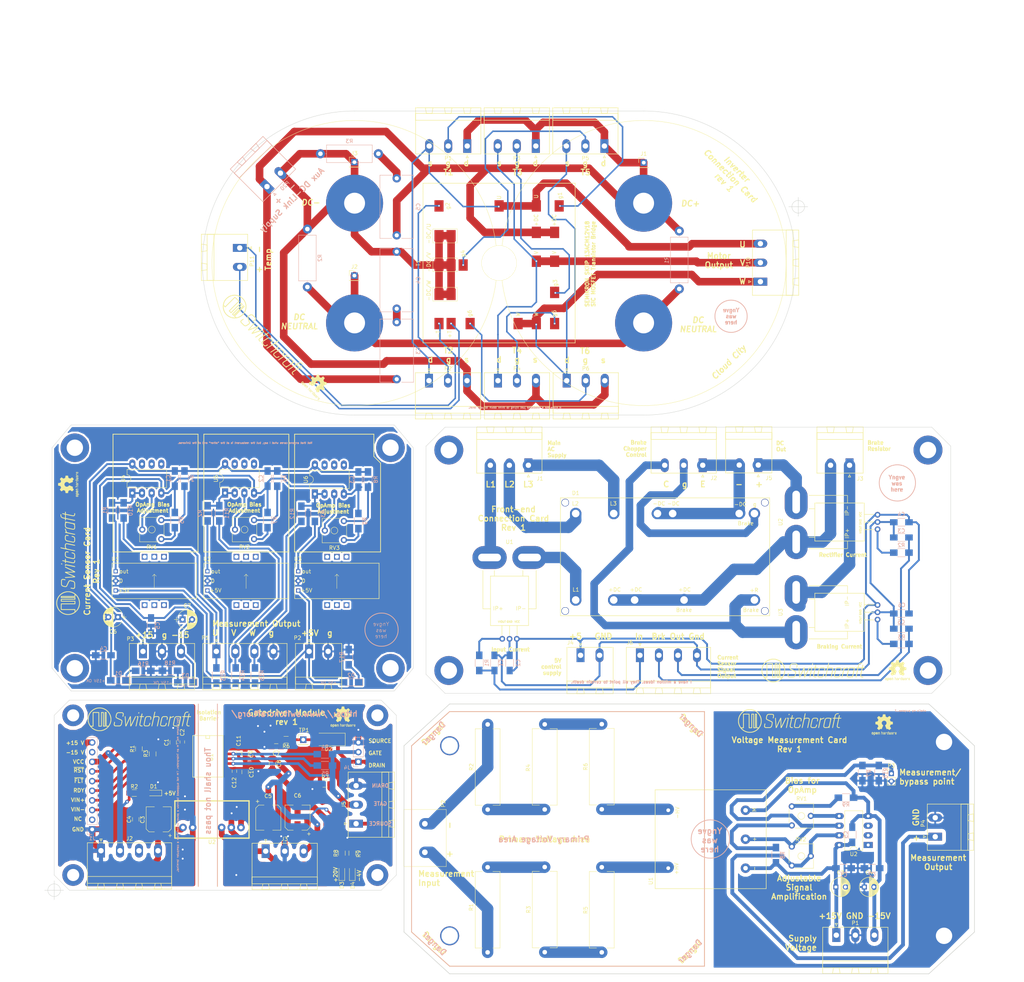
<source format=kicad_pcb>
(kicad_pcb (version 4) (host pcbnew 4.0.6)
  (title_block (title "Inverter Connection") (date 2017-07-27) (rev 1) (company "Switchcraft AS") (comment 1 "New revision") (comment 2 YS) (comment 3 "PCB for connections to transistor module to DC-link") (comment 4 "Gatedriver inputs, snubbers, DC link balancing and motor output"))
  (layers (0 F.Cu signal) (31 B.Cu signal) (34 B.Paste user) (35 F.Paste user) (36 B.SilkS user) (37 F.SilkS user) (38 B.Mask user) (39 F.Mask user) (44 Edge.Cuts user))
  (net 0 "")
  (net 1 +15V)
  (net 2 GND)
  (net 3 -15V)
  (net 4 +5V)
  (net 5 "Net-(R1-Pad1)")
  (net 6 "Net-(R1-Pad2)")
  (net 7 "Net-(R2-Pad2)")
  (net 8 "Net-(R12-Pad2)")
  (net 9 "Net-(R6-Pad2)")
  (net 10 "Net-(R8-Pad2)")
  (net 11 "Net-(R9-Pad1)")
  (net 12 "Net-(RV1-Pad2)")
  (net 13 "Net-(RV3-Pad2)")
  (net 14 "Net-(RV2-Pad2)")
  (net 15 "Net-(P1-Pad1)")
  (net 16 "Net-(P1-Pad2)")
  (net 17 "Net-(P1-Pad3)")
  (net 18 "Net-(R11-Pad2)")
  (net 19 "Net-(R3-Pad2)")
  (net 20 "Net-(R4-Pad2)")
  (net 21 "Net-(R5-Pad1)")
  (net 22 "Net-(R7-Pad1)")
  (net 23 "Net-(D1-Pad1)")
  (net 24 "Net-(D2-Pad1)")
  (net 25 "Net-(D3-Pad2)")
  (net 26 DC_in)
  (net 27 DC_out)
  (net 28 BRAKE)
  (net 29 "Net-(D1-Pad28)")
  (net 30 "Net-(D1-Pad21)")
  (net 31 "Net-(D1-Pad18)")
  (net 32 "Net-(D1-Pad14)")
  (net 33 "Net-(D1-Pad4)")
  (net 34 "Net-(D1-Pad15)")
  (net 35 "Net-(J5-Pad1)")
  (net 36 "Net-(J3-Pad1)")
  (net 37 "Net-(J1-Pad3)")
  (net 38 VCC)
  (net 39 "Net-(D1-Pad2)")
  (net 40 "Net-(D2-Pad2)")
  (net 41 "Net-(D4-Pad2)")
  (net 42 "Net-(J1-Pad4)")
  (net 43 "Net-(J1-Pad5)")
  (net 44 "Net-(J1-Pad6)")
  (net 45 "Net-(J1-Pad7)")
  (net 46 "Net-(J4-Pad2)")
  (net 47 VCC_ISO)
  (net 48 GND_ISO)
  (net 49 VEE_ISO)
  (net 50 "Net-(J1-Pad2)")
  (net 51 "Net-(J1-Pad9)")
  (net 52 "Net-(J2-Pad3)")
  (net 53 "Net-(R5-Pad2)")
  (net 54 "Net-(U1-Pad3)")
  (net 55 "Net-(U1-Pad16)")
  (net 56 "Net-(C7-Pad1)")
  (net 57 "Net-(C1-Pad2)")
  (net 58 "Net-(C3-Pad2)")
  (net 59 "Net-(C5-Pad2)")
  (net 60 DC+)
  (net 61 DC-)
  (net 62 T1_g)
  (net 63 U)
  (net 64 T2_g)
  (net 65 T3_g)
  (net 66 V)
  (net 67 T5_g)
  (net 68 T4_g)
  (net 69 W)
  (net 70 T6_g)
  (net 71 "Net-(P11-Pad1)")
  (net 72 "Net-(P11-Pad2)")
  (net 73 VEE)
  (net 74 "Net-(P2-Pad1)")
  (net 75 "Net-(P2-Pad2)")
  (net 76 "Net-(R2-Pad1)")
  (net 77 "Net-(R3-Pad1)")
  (net 78 "Net-(R4-Pad1)")
  (net 79 "Net-(R6-Pad1)")
  (net 80 "Net-(P3-Pad1)")
  (net 81 "Net-(P4-Pad1)")
  (module phoenix:PhoenixContact_MSTBA-G_03x5.00mm_Angled (layer F.Cu) (at 38.354 74.168)
    (fp_text reference P3 (at -3.302 -3.302) (layer F.SilkS))
    (fp_text value CONN_01X03)
    (pad 1 thru_hole rect (at 0 0) (size 2.1 3.6) (drill 1.4) (layers *.Cu *.Mask) (net 1 +15V))
    (pad 2 thru_hole oval (at 5 0) (size 2.1 3.6) (drill 1.4) (layers *.Cu *.Mask) (net 2 GND))
    (pad 3 thru_hole oval (at 10 0) (size 2.1 3.6) (drill 1.4) (layers *.Cu *.Mask) (net 3 -15V))
  )
  (module phoenix:PhoenixContact_MSTBA-G_04x5.00mm_Angled (layer F.Cu) (at 57.658 74.168)
    (fp_text reference P1 (at -2.921 -3.556) (layer F.SilkS))
    (fp_text value CONN_01X04)
    (pad 1 thru_hole rect (at 0 0) (size 2.1 3.6) (drill 1.4) (layers *.Cu *.Mask) (net 15 "Net-(P1-Pad1)"))
    (pad 2 thru_hole oval (at 5 0) (size 2.1 3.6) (drill 1.4) (layers *.Cu *.Mask) (net 16 "Net-(P1-Pad2)"))
    (pad 3 thru_hole oval (at 10 0) (size 2.1 3.6) (drill 1.4) (layers *.Cu *.Mask) (net 17 "Net-(P1-Pad3)"))
    (pad 4 thru_hole oval (at 15 0) (size 2.1 3.6) (drill 1.4) (layers *.Cu *.Mask) (net 2 GND))
  )
  (module phoenix:PhoenixContact_MSTBA-G_02x5.00mm_Angled (layer F.Cu) (at 82.042 74.168)
    (fp_text reference P2 (at -3.048 -3.556) (layer F.SilkS))
    (fp_text value CONN_01X02)
    (pad 1 thru_hole rect (at 0 0) (size 2.1 3.6) (drill 1.4) (layers *.Cu *.Mask) (net 4 +5V))
    (pad 2 thru_hole oval (at 5 0) (size 2.1 3.6) (drill 1.4) (layers *.Cu *.Mask) (net 2 GND))
  )
  (module Capacitors_SMD:C_1206_HandSoldering (layer B.Cu) (at 40.4876 67.3862 90)
    (fp_text reference C5 (at 0 1.75 90) (layer B.SilkS) (effects (justify mirror)))
    (fp_text value C)
    (pad 1 smd rect (at -2 0 90) (size 2 1.6) (layers B.Cu B.Paste B.Mask) (net 2 GND))
    (pad 2 smd rect (at 2 0 90) (size 2 1.6) (layers B.Cu B.Paste B.Mask) (net 3 -15V))
  )
  (module Capacitors_SMD:C_1206_HandSoldering (layer B.Cu) (at 27.94 75.184 180)
    (fp_text reference C4 (at 0 1.75 180) (layer B.SilkS) (effects (justify mirror)))
    (fp_text value C)
    (pad 1 smd rect (at -2 0 180) (size 2 1.6) (layers B.Cu B.Paste B.Mask) (net 1 +15V))
    (pad 2 smd rect (at 2 0 180) (size 2 1.6) (layers B.Cu B.Paste B.Mask) (net 2 GND))
  )
  (module Capacitors_SMD:C_1206_HandSoldering (layer B.Cu) (at 94.996 28.956 270)
    (fp_text reference C3 (at 0 1.75 270) (layer B.SilkS) (effects (justify mirror)))
    (fp_text value C)
    (pad 1 smd rect (at -2 0 270) (size 2 1.6) (layers B.Cu B.Paste B.Mask) (net 1 +15V))
    (pad 2 smd rect (at 2 0 270) (size 2 1.6) (layers B.Cu B.Paste B.Mask) (net 3 -15V))
  )
  (module Capacitors_SMD:C_1206_HandSoldering (layer B.Cu) (at 71.12 28.702 270)
    (fp_text reference C2 (at 0 1.75 270) (layer B.SilkS) (effects (justify mirror)))
    (fp_text value C)
    (pad 1 smd rect (at -2 0 270) (size 2 1.6) (layers B.Cu B.Paste B.Mask) (net 1 +15V))
    (pad 2 smd rect (at 2 0 270) (size 2 1.6) (layers B.Cu B.Paste B.Mask) (net 3 -15V))
  )
  (module Capacitors_SMD:C_1206_HandSoldering (layer B.Cu) (at 46.736 28.702 270)
    (fp_text reference C1 (at 0 1.75 270) (layer B.SilkS) (effects (justify mirror)))
    (fp_text value C)
    (pad 1 smd rect (at -2 0 270) (size 2 1.6) (layers B.Cu B.Paste B.Mask) (net 1 +15V))
    (pad 2 smd rect (at 2 0 270) (size 2 1.6) (layers B.Cu B.Paste B.Mask) (net 3 -15V))
  )
  (module Housings_DIP:DIP-8_W7.62mm_LongPads (layer F.Cu) (at 59.944 32.512 90)
    (fp_text reference U5 (at 3.81 -2.39 90) (layer F.SilkS))
    (fp_text value NE5532)
    (pad 1 thru_hole rect (at 0 0 90) (size 2.4 1.6) (drill 0.8) (layers *.Cu *.Mask) (net 18 "Net-(R11-Pad2)"))
    (pad 5 thru_hole oval (at 7.62 7.62 90) (size 2.4 1.6) (drill 0.8) (layers *.Cu *.Mask))
    (pad 2 thru_hole oval (at 0 2.54 90) (size 2.4 1.6) (drill 0.8) (layers *.Cu *.Mask) (net 18 "Net-(R11-Pad2)"))
    (pad 6 thru_hole oval (at 7.62 5.08 90) (size 2.4 1.6) (drill 0.8) (layers *.Cu *.Mask))
    (pad 3 thru_hole oval (at 0 5.08 90) (size 2.4 1.6) (drill 0.8) (layers *.Cu *.Mask) (net 14 "Net-(RV2-Pad2)"))
    (pad 7 thru_hole oval (at 7.62 2.54 90) (size 2.4 1.6) (drill 0.8) (layers *.Cu *.Mask))
    (pad 4 thru_hole oval (at 0 7.62 90) (size 2.4 1.6) (drill 0.8) (layers *.Cu *.Mask) (net 3 -15V))
    (pad 8 thru_hole oval (at 7.62 0 90) (size 2.4 1.6) (drill 0.8) (layers *.Cu *.Mask) (net 1 +15V))
  )
  (module Housings_DIP:DIP-8_W7.62mm_LongPads (layer F.Cu) (at 83.566 32.766 90)
    (fp_text reference U6 (at 3.81 -2.39 90) (layer F.SilkS))
    (fp_text value NE5532)
    (pad 1 thru_hole rect (at 0 0 90) (size 2.4 1.6) (drill 0.8) (layers *.Cu *.Mask) (net 8 "Net-(R12-Pad2)"))
    (pad 5 thru_hole oval (at 7.62 7.62 90) (size 2.4 1.6) (drill 0.8) (layers *.Cu *.Mask))
    (pad 2 thru_hole oval (at 0 2.54 90) (size 2.4 1.6) (drill 0.8) (layers *.Cu *.Mask) (net 8 "Net-(R12-Pad2)"))
    (pad 6 thru_hole oval (at 7.62 5.08 90) (size 2.4 1.6) (drill 0.8) (layers *.Cu *.Mask))
    (pad 3 thru_hole oval (at 0 5.08 90) (size 2.4 1.6) (drill 0.8) (layers *.Cu *.Mask) (net 13 "Net-(RV3-Pad2)"))
    (pad 7 thru_hole oval (at 7.62 2.54 90) (size 2.4 1.6) (drill 0.8) (layers *.Cu *.Mask))
    (pad 4 thru_hole oval (at 0 7.62 90) (size 2.4 1.6) (drill 0.8) (layers *.Cu *.Mask) (net 3 -15V))
    (pad 8 thru_hole oval (at 7.62 0 90) (size 2.4 1.6) (drill 0.8) (layers *.Cu *.Mask) (net 1 +15V))
  )
  (module Housings_DIP:DIP-8_W7.62mm_LongPads (layer F.Cu) (at 35.56 32.512 90)
    (fp_text reference U4 (at 3.81 -2.39 90) (layer F.SilkS))
    (fp_text value NE5532)
    (pad 1 thru_hole rect (at 0 0 90) (size 2.4 1.6) (drill 0.8) (layers *.Cu *.Mask) (net 5 "Net-(R1-Pad1)"))
    (pad 5 thru_hole oval (at 7.62 7.62 90) (size 2.4 1.6) (drill 0.8) (layers *.Cu *.Mask))
    (pad 2 thru_hole oval (at 0 2.54 90) (size 2.4 1.6) (drill 0.8) (layers *.Cu *.Mask) (net 5 "Net-(R1-Pad1)"))
    (pad 6 thru_hole oval (at 7.62 5.08 90) (size 2.4 1.6) (drill 0.8) (layers *.Cu *.Mask))
    (pad 3 thru_hole oval (at 0 5.08 90) (size 2.4 1.6) (drill 0.8) (layers *.Cu *.Mask) (net 12 "Net-(RV1-Pad2)"))
    (pad 7 thru_hole oval (at 7.62 2.54 90) (size 2.4 1.6) (drill 0.8) (layers *.Cu *.Mask))
    (pad 4 thru_hole oval (at 0 7.62 90) (size 2.4 1.6) (drill 0.8) (layers *.Cu *.Mask) (net 3 -15V))
    (pad 8 thru_hole oval (at 7.62 0 90) (size 2.4 1.6) (drill 0.8) (layers *.Cu *.Mask) (net 1 +15V))
  )
  (module Resistors_SMD:R_1206_HandSoldering (layer B.Cu) (at 30.226 37.084 270)
    (fp_text reference R1 (at 0 1.85 270) (layer B.SilkS) (effects (justify mirror)))
    (fp_text value R)
    (pad 1 smd rect (at -2 0 270) (size 2 1.7) (layers B.Cu B.Paste B.Mask) (net 5 "Net-(R1-Pad1)"))
    (pad 2 smd rect (at 2 0 270) (size 2 1.7) (layers B.Cu B.Paste B.Mask) (net 6 "Net-(R1-Pad2)"))
  )
  (module Resistors_SMD:R_1206_HandSoldering (layer B.Cu) (at 55.372 37.846 270)
    (fp_text reference R2 (at 0 2.032 270) (layer B.SilkS) (effects (justify mirror)))
    (fp_text value R)
    (pad 1 smd rect (at -2 0 270) (size 2 1.7) (layers B.Cu B.Paste B.Mask) (net 18 "Net-(R11-Pad2)"))
    (pad 2 smd rect (at 2 0 270) (size 2 1.7) (layers B.Cu B.Paste B.Mask) (net 7 "Net-(R2-Pad2)"))
  )
  (module Resistors_SMD:R_1206_HandSoldering (layer B.Cu) (at 83.566 37.973 270)
    (fp_text reference R3 (at 0 -2.159 270) (layer B.SilkS) (effects (justify mirror)))
    (fp_text value R)
    (pad 1 smd rect (at -2 0 270) (size 2 1.7) (layers B.Cu B.Paste B.Mask) (net 8 "Net-(R12-Pad2)"))
    (pad 2 smd rect (at 2 0 270) (size 2 1.7) (layers B.Cu B.Paste B.Mask) (net 19 "Net-(R3-Pad2)"))
  )
  (module Resistors_SMD:R_1206_HandSoldering (layer B.Cu) (at 49.276 28.702 270)
    (fp_text reference R4 (at 0 -2.032 270) (layer B.SilkS) (effects (justify mirror)))
    (fp_text value R)
    (pad 1 smd rect (at -2 0 270) (size 2 1.7) (layers B.Cu B.Paste B.Mask) (net 1 +15V))
    (pad 2 smd rect (at 2 0 270) (size 2 1.7) (layers B.Cu B.Paste B.Mask) (net 20 "Net-(R4-Pad2)"))
  )
  (module Resistors_SMD:R_1206_HandSoldering (layer B.Cu) (at 46.736 39.624 90)
    (fp_text reference R5 (at 0 1.85 90) (layer B.SilkS) (effects (justify mirror)))
    (fp_text value R)
    (pad 1 smd rect (at -2 0 90) (size 2 1.7) (layers B.Cu B.Paste B.Mask) (net 21 "Net-(R5-Pad1)"))
    (pad 2 smd rect (at 2 0 90) (size 2 1.7) (layers B.Cu B.Paste B.Mask) (net 3 -15V))
  )
  (module Resistors_SMD:R_1206_HandSoldering (layer B.Cu) (at 73.66 28.702 270)
    (fp_text reference R6 (at 0 -2.032 270) (layer B.SilkS) (effects (justify mirror)))
    (fp_text value R)
    (pad 1 smd rect (at -2 0 270) (size 2 1.7) (layers B.Cu B.Paste B.Mask) (net 1 +15V))
    (pad 2 smd rect (at 2 0 270) (size 2 1.7) (layers B.Cu B.Paste B.Mask) (net 9 "Net-(R6-Pad2)"))
  )
  (module Resistors_SMD:R_1206_HandSoldering (layer B.Cu) (at 71.12 39.624 90)
    (fp_text reference R7 (at 0 2.032 90) (layer B.SilkS) (effects (justify mirror)))
    (fp_text value R)
    (pad 1 smd rect (at -2 0 90) (size 2 1.7) (layers B.Cu B.Paste B.Mask) (net 22 "Net-(R7-Pad1)"))
    (pad 2 smd rect (at 2 0 90) (size 2 1.7) (layers B.Cu B.Paste B.Mask) (net 3 -15V))
  )
  (module Resistors_SMD:R_1206_HandSoldering (layer B.Cu) (at 97.536 28.956 270)
    (fp_text reference R8 (at 0 -2.032 270) (layer B.SilkS) (effects (justify mirror)))
    (fp_text value R)
    (pad 1 smd rect (at -2 0 270) (size 2 1.7) (layers B.Cu B.Paste B.Mask) (net 1 +15V))
    (pad 2 smd rect (at 2 0 270) (size 2 1.7) (layers B.Cu B.Paste B.Mask) (net 10 "Net-(R8-Pad2)"))
  )
  (module Resistors_SMD:R_1206_HandSoldering (layer B.Cu) (at 94.996 39.878 90)
    (fp_text reference R9 (at 0 1.85 90) (layer B.SilkS) (effects (justify mirror)))
    (fp_text value R)
    (pad 1 smd rect (at -2 0 90) (size 2 1.7) (layers B.Cu B.Paste B.Mask) (net 11 "Net-(R9-Pad1)"))
    (pad 2 smd rect (at 2 0 90) (size 2 1.7) (layers B.Cu B.Paste B.Mask) (net 3 -15V))
  )
  (module Resistors_SMD:R_1206_HandSoldering (layer B.Cu) (at 33.274 37.084 90)
    (fp_text reference R10 (at 0 1.85 90) (layer B.SilkS) (effects (justify mirror)))
    (fp_text value R)
    (pad 1 smd rect (at -2 0 90) (size 2 1.7) (layers B.Cu B.Paste B.Mask) (net 15 "Net-(P1-Pad1)"))
    (pad 2 smd rect (at 2 0 90) (size 2 1.7) (layers B.Cu B.Paste B.Mask) (net 5 "Net-(R1-Pad1)"))
  )
  (module Resistors_SMD:R_1206_HandSoldering (layer B.Cu) (at 58.42 37.846 90)
    (fp_text reference R11 (at 0 2.032 90) (layer B.SilkS) (effects (justify mirror)))
    (fp_text value R)
    (pad 1 smd rect (at -2 0 90) (size 2 1.7) (layers B.Cu B.Paste B.Mask) (net 16 "Net-(P1-Pad2)"))
    (pad 2 smd rect (at 2 0 90) (size 2 1.7) (layers B.Cu B.Paste B.Mask) (net 18 "Net-(R11-Pad2)"))
  )
  (module Resistors_SMD:R_1206_HandSoldering (layer B.Cu) (at 80.01 37.973 90)
    (fp_text reference R12 (at 0 -2.413 90) (layer B.SilkS) (effects (justify mirror)))
    (fp_text value R)
    (pad 1 smd rect (at -2 0 90) (size 2 1.7) (layers B.Cu B.Paste B.Mask) (net 17 "Net-(P1-Pad3)"))
    (pad 2 smd rect (at 2 0 90) (size 2 1.7) (layers B.Cu B.Paste B.Mask) (net 8 "Net-(R12-Pad2)"))
  )
  (module Resistors_SMD:R_1206_HandSoldering (layer B.Cu) (at 57.658 80.518 90)
    (fp_text reference R13 (at 0 1.85 90) (layer B.SilkS) (effects (justify mirror)))
    (fp_text value R)
    (pad 1 smd rect (at -2 0 90) (size 2 1.7) (layers B.Cu B.Paste B.Mask) (net 2 GND))
    (pad 2 smd rect (at 2 0 90) (size 2 1.7) (layers B.Cu B.Paste B.Mask) (net 15 "Net-(P1-Pad1)"))
  )
  (module Resistors_SMD:R_1206_HandSoldering (layer B.Cu) (at 62.738 80.518 90)
    (fp_text reference R14 (at 0 1.85 90) (layer B.SilkS) (effects (justify mirror)))
    (fp_text value R)
    (pad 1 smd rect (at -2 0 90) (size 2 1.7) (layers B.Cu B.Paste B.Mask) (net 2 GND))
    (pad 2 smd rect (at 2 0 90) (size 2 1.7) (layers B.Cu B.Paste B.Mask) (net 16 "Net-(P1-Pad2)"))
  )
  (module Resistors_SMD:R_1206_HandSoldering (layer B.Cu) (at 67.818 80.518 90)
    (fp_text reference R15 (at 0 1.85 90) (layer B.SilkS) (effects (justify mirror)))
    (fp_text value R)
    (pad 1 smd rect (at -2 0 90) (size 2 1.7) (layers B.Cu B.Paste B.Mask) (net 2 GND))
    (pad 2 smd rect (at 2 0 90) (size 2 1.7) (layers B.Cu B.Paste B.Mask) (net 17 "Net-(P1-Pad3)"))
  )
  (module Resistors_SMD:R_1206_HandSoldering (layer B.Cu) (at 38.4302 79.2734 180)
    (fp_text reference R16 (at 0 1.85 180) (layer B.SilkS) (effects (justify mirror)))
    (fp_text value R)
    (pad 1 smd rect (at -2 0 180) (size 2 1.7) (layers B.Cu B.Paste B.Mask) (net 2 GND))
    (pad 2 smd rect (at 2 0 180) (size 2 1.7) (layers B.Cu B.Paste B.Mask) (net 23 "Net-(D1-Pad1)"))
  )
  (module Resistors_SMD:R_1206_HandSoldering (layer B.Cu) (at 92.456 75.692 270)
    (fp_text reference R17 (at 0 1.85 270) (layer B.SilkS) (effects (justify mirror)))
    (fp_text value R)
    (pad 1 smd rect (at -2 0 270) (size 2 1.7) (layers B.Cu B.Paste B.Mask) (net 2 GND))
    (pad 2 smd rect (at 2 0 270) (size 2 1.7) (layers B.Cu B.Paste B.Mask) (net 24 "Net-(D2-Pad1)"))
  )
  (module Capacitors_THT:CP_Radial_D5.0mm_P2.50mm (layer F.Cu) (at 31.75 65.151 180)
    (fp_text reference C6 (at 1.25 -3.81 180) (layer F.SilkS))
    (fp_text value CP)
    (pad 1 thru_hole rect (at 0 0 180) (size 1.6 1.6) (drill 0.8) (layers *.Cu *.Mask) (net 1 +15V))
    (pad 2 thru_hole circle (at 2.5 0 180) (size 1.6 1.6) (drill 0.8) (layers *.Cu *.Mask) (net 2 GND))
  )
  (module Capacitors_THT:CP_Radial_D5.0mm_P2.50mm (layer F.Cu) (at 48.768 65.786)
    (fp_text reference C7 (at 1.2192 -3.6576 180) (layer F.SilkS))
    (fp_text value CP)
    (pad 1 thru_hole rect (at 0 0) (size 1.6 1.6) (drill 0.8) (layers *.Cu *.Mask) (net 2 GND))
    (pad 2 thru_hole circle (at 2.5 0) (size 1.6 1.6) (drill 0.8) (layers *.Cu *.Mask) (net 3 -15V))
  )
  (module LEDs:LED_1206_HandSoldering (layer B.Cu) (at 31.877 81.788 180)
    (fp_text reference D1 (at 0 1.85 180) (layer B.SilkS) (effects (justify mirror)))
    (fp_text value LED)
    (pad 1 smd rect (at -2 0 180) (size 2 1.7) (layers B.Cu B.Paste B.Mask) (net 23 "Net-(D1-Pad1)"))
    (pad 2 smd rect (at 2 0 180) (size 2 1.7) (layers B.Cu B.Paste B.Mask) (net 1 +15V))
  )
  (module LEDs:LED_1206_HandSoldering (layer B.Cu) (at 93.091 82.296 180)
    (fp_text reference D2 (at 0 1.85 180) (layer B.SilkS) (effects (justify mirror)))
    (fp_text value LED)
    (pad 1 smd rect (at -2 0 180) (size 2 1.7) (layers B.Cu B.Paste B.Mask) (net 24 "Net-(D2-Pad1)"))
    (pad 2 smd rect (at 2 0 180) (size 2 1.7) (layers B.Cu B.Paste B.Mask) (net 4 +5V))
  )
  (module Potentiometers:Potentiometer_Trimmer_ACP_CA6v_Horizontal (layer F.Cu) (at 43.18 39.624 180)
    (fp_text reference RV1 (at 2.5 -7.06 180) (layer F.SilkS))
    (fp_text value POT)
    (pad 3 thru_hole circle (at 0 -5 180) (size 1.62 1.62) (drill 0.9) (layers *.Cu *.Mask) (net 21 "Net-(R5-Pad1)"))
    (pad 2 thru_hole circle (at 5 -2.5 180) (size 1.62 1.62) (drill 0.9) (layers *.Cu *.Mask) (net 12 "Net-(RV1-Pad2)"))
    (pad 1 thru_hole circle (at 0 0 180) (size 1.62 1.62) (drill 0.9) (layers *.Cu *.Mask) (net 20 "Net-(R4-Pad2)"))
  )
  (module Potentiometers:Potentiometer_Trimmer_ACP_CA6v_Horizontal (layer F.Cu) (at 67.564 39.624 180)
    (fp_text reference RV2 (at 2.5 -7.06 180) (layer F.SilkS))
    (fp_text value POT)
    (pad 3 thru_hole circle (at 0 -5 180) (size 1.62 1.62) (drill 0.9) (layers *.Cu *.Mask) (net 22 "Net-(R7-Pad1)"))
    (pad 2 thru_hole circle (at 5 -2.5 180) (size 1.62 1.62) (drill 0.9) (layers *.Cu *.Mask) (net 14 "Net-(RV2-Pad2)"))
    (pad 1 thru_hole circle (at 0 0 180) (size 1.62 1.62) (drill 0.9) (layers *.Cu *.Mask) (net 9 "Net-(R6-Pad2)"))
  )
  (module Potentiometers:Potentiometer_Trimmer_ACP_CA6v_Horizontal (layer F.Cu) (at 91.186 39.878 180)
    (fp_text reference RV3 (at 2.5 -7.06 180) (layer F.SilkS))
    (fp_text value POT)
    (pad 3 thru_hole circle (at 0 -5 180) (size 1.62 1.62) (drill 0.9) (layers *.Cu *.Mask) (net 11 "Net-(R9-Pad1)"))
    (pad 2 thru_hole circle (at 5 -2.5 180) (size 1.62 1.62) (drill 0.9) (layers *.Cu *.Mask) (net 13 "Net-(RV3-Pad2)"))
    (pad 1 thru_hole circle (at 0 0 180) (size 1.62 1.62) (drill 0.9) (layers *.Cu *.Mask) (net 10 "Net-(R8-Pad2)"))
  )
  (module LEDs:LED_1206_HandSoldering (layer B.Cu) (at 49.53 82.296 180)
    (fp_text reference D3 (at 0 1.778 180) (layer B.SilkS) (effects (justify mirror)))
    (fp_text value LED)
    (pad 1 smd rect (at -2 0 180) (size 2 1.7) (layers B.Cu B.Paste B.Mask) (net 3 -15V))
    (pad 2 smd rect (at 2 0 180) (size 2 1.7) (layers B.Cu B.Paste B.Mask) (net 25 "Net-(D3-Pad2)"))
  )
  (module Resistors_SMD:R_1206_HandSoldering (layer B.Cu) (at 45.466 79.248)
    (fp_text reference R18 (at 0 -2.032) (layer B.SilkS) (effects (justify mirror)))
    (fp_text value R)
    (pad 1 smd rect (at -2 0) (size 2 1.7) (layers B.Cu B.Paste B.Mask) (net 2 GND))
    (pad 2 smd rect (at 2 0) (size 2 1.7) (layers B.Cu B.Paste B.Mask) (net 25 "Net-(D3-Pad2)"))
  )
  (module LEM:LTS25-NP (layer F.Cu) (at 61.468 55.626)
    (fp_text reference U2 (at -6.25 -5.75) (layer F.SilkS))
    (fp_text value LTS-25-NP)
    (fp_text user out (at -4 -2.5) (layer F.SilkS))
    (fp_text user 0 (at -4.75 0) (layer F.SilkS))
    (fp_text user +5V (at -4 2.5) (layer F.SilkS))
    (pad 8 thru_hole rect (at -6.16 2.54) (size 1.1 1.1) (drill 0.7) (layers *.Cu *.Mask) (net 4 +5V))
    (pad 7 thru_hole rect (at -6.16 -2.54) (size 1.1 1.1) (drill 0.7) (layers *.Cu *.Mask) (net 7 "Net-(R2-Pad2)"))
    (pad 9 thru_hole rect (at -6.16 0) (size 1.1 1.1) (drill 0.7) (layers *.Cu *.Mask) (net 2 GND))
    (pad 4 thru_hole rect (at 6.54 6.35) (size 1.5 1.5) (drill 1) (layers *.Cu *.Mask))
    (pad 5 thru_hole rect (at 4 6.35) (size 1.5 1.5) (drill 1) (layers *.Cu *.Mask))
    (pad 6 thru_hole rect (at 1.46 6.35) (size 1.5 1.5) (drill 1) (layers *.Cu *.Mask))
    (pad 1 thru_hole rect (at 6.54 -6.35) (size 1.5 1.5) (drill 1) (layers *.Cu *.Mask))
    (pad 2 thru_hole rect (at 4 -6.35) (size 1.5 1.5) (drill 1) (layers *.Cu *.Mask))
    (pad 3 thru_hole rect (at 1.46 -6.35) (size 1.5 1.5) (drill 1) (layers *.Cu *.Mask))
  )
  (module LEM:LTS25-NP (layer F.Cu) (at 85.344 55.626)
    (fp_text reference U3 (at -6.25 -5.75) (layer F.SilkS))
    (fp_text value LTS-25-NP)
    (fp_text user out (at -4 -2.5) (layer F.SilkS))
    (fp_text user 0 (at -4.75 0) (layer F.SilkS))
    (fp_text user +5V (at -4 2.5) (layer F.SilkS))
    (pad 8 thru_hole rect (at -6.16 2.54) (size 1.1 1.1) (drill 0.7) (layers *.Cu *.Mask) (net 4 +5V))
    (pad 7 thru_hole rect (at -6.16 -2.54) (size 1.1 1.1) (drill 0.7) (layers *.Cu *.Mask) (net 19 "Net-(R3-Pad2)"))
    (pad 9 thru_hole rect (at -6.16 0) (size 1.1 1.1) (drill 0.7) (layers *.Cu *.Mask) (net 2 GND))
    (pad 4 thru_hole rect (at 6.54 6.35) (size 1.5 1.5) (drill 1) (layers *.Cu *.Mask))
    (pad 5 thru_hole rect (at 4 6.35) (size 1.5 1.5) (drill 1) (layers *.Cu *.Mask))
    (pad 6 thru_hole rect (at 1.46 6.35) (size 1.5 1.5) (drill 1) (layers *.Cu *.Mask))
    (pad 1 thru_hole rect (at 6.54 -6.35) (size 1.5 1.5) (drill 1) (layers *.Cu *.Mask))
    (pad 2 thru_hole rect (at 4 -6.35) (size 1.5 1.5) (drill 1) (layers *.Cu *.Mask))
    (pad 3 thru_hole rect (at 1.46 -6.35) (size 1.5 1.5) (drill 1) (layers *.Cu *.Mask))
  )
  (module LEM:LTS25-NP (layer F.Cu) (at 37.338 55.626)
    (fp_text reference U1 (at -6.25 -5.75) (layer F.SilkS))
    (fp_text value LTS-25-NP)
    (fp_text user out (at -4 -2.5) (layer F.SilkS))
    (fp_text user 0 (at -4.75 0) (layer F.SilkS))
    (fp_text user +5V (at -4 2.5) (layer F.SilkS))
    (pad 8 thru_hole rect (at -6.16 2.54) (size 1.1 1.1) (drill 0.7) (layers *.Cu *.Mask) (net 4 +5V))
    (pad 7 thru_hole rect (at -6.16 -2.54) (size 1.1 1.1) (drill 0.7) (layers *.Cu *.Mask) (net 6 "Net-(R1-Pad2)"))
    (pad 9 thru_hole rect (at -6.16 0) (size 1.1 1.1) (drill 0.7) (layers *.Cu *.Mask) (net 2 GND))
    (pad 4 thru_hole rect (at 6.54 6.35) (size 1.5 1.5) (drill 1) (layers *.Cu *.Mask))
    (pad 5 thru_hole rect (at 4 6.35) (size 1.5 1.5) (drill 1) (layers *.Cu *.Mask))
    (pad 6 thru_hole rect (at 1.46 6.35) (size 1.5 1.5) (drill 1) (layers *.Cu *.Mask))
    (pad 1 thru_hole rect (at 6.54 -6.35) (size 1.5 1.5) (drill 1) (layers *.Cu *.Mask))
    (pad 2 thru_hole rect (at 4 -6.35) (size 1.5 1.5) (drill 1) (layers *.Cu *.Mask))
    (pad 3 thru_hole rect (at 1.46 -6.35) (size 1.5 1.5) (drill 1) (layers *.Cu *.Mask))
  )
  (module Switchcraft:Switchcraft_medium_logo (layer F.Cu) (at 18.669 50.8 90)
    (fp_text reference G*** hide)
    (fp_text value LOGO hide)
  )
  (module Mounting_Holes:MountingHole_4.3mm_M4_DIN965_Pad (layer F.Cu) (at 20.44 20.594)
    (fp_text reference REF** hide)
    (fp_text value MountingHole_4.3mm_M4_DIN965_Pad)
    (pad 1 thru_hole circle (at 0 0) (size 7.5 7.5) (drill 4.3) (layers *.Cu *.Mask))
  )
  (module Mounting_Holes:MountingHole_4.3mm_M4_DIN965_Pad (layer F.Cu) (at 103.44 20.594)
    (fp_text reference REF** hide)
    (fp_text value MountingHole_4.3mm_M4_DIN965_Pad)
    (pad 1 thru_hole circle (at 0 0) (size 7.5 7.5) (drill 4.3) (layers *.Cu *.Mask))
  )
  (module Mounting_Holes:MountingHole_4.3mm_M4_DIN965_Pad (layer F.Cu) (at 20.44 78.594)
    (fp_text reference REF** hide)
    (fp_text value MountingHole_4.3mm_M4_DIN965_Pad)
    (pad 1 thru_hole circle (at 0 0) (size 7.5 7.5) (drill 4.3) (layers *.Cu *.Mask))
  )
  (module Mounting_Holes:MountingHole_4.3mm_M4_DIN965_Pad (layer F.Cu) (at 103.44 78.594)
    (fp_text reference REF** hide)
    (fp_text value MountingHole_4.3mm_M4_DIN965_Pad)
    (pad 1 thru_hole circle (at 0 0) (size 7.5 7.5) (drill 4.3) (layers *.Cu *.Mask))
  )
  (module OSHW:OSHW-Logo2_7.3x6mm_SilkScreen (layer F.Cu) (at 18.796 30.226 90)
    (fp_text reference REF*** hide)
    (fp_text value OSHW-Logo2_7.3x6mm_SilkScreen hide)
  )
  (module Mounting_Holes:MountingHole_4.3mm_M4_ISO7380_Pad (layer F.Cu) (at 118.781 21.196)
    (fp_text reference REF** hide)
    (fp_text value MountingHole_4.3mm_M4_ISO7380_Pad)
    (pad 1 thru_hole circle (at 0 0) (size 7.6 7.6) (drill 4.3) (layers *.Cu *.Mask))
  )
  (module Mounting_Holes:MountingHole_4.3mm_M4_ISO7380_Pad (layer F.Cu) (at 118.781 79.196)
    (fp_text reference REF** hide)
    (fp_text value MountingHole_4.3mm_M4_ISO7380_Pad)
    (pad 1 thru_hole circle (at 0 0) (size 7.6 7.6) (drill 4.3) (layers *.Cu *.Mask))
  )
  (module Mounting_Holes:MountingHole_4.3mm_M4_ISO7380_Pad (layer F.Cu) (at 244.781 79.196)
    (fp_text reference REF** hide)
    (fp_text value MountingHole_4.3mm_M4_ISO7380_Pad)
    (pad 1 thru_hole circle (at 0 0) (size 7.6 7.6) (drill 4.3) (layers *.Cu *.Mask))
  )
  (module Capacitors_SMD:C_1206_HandSoldering (layer B.Cu) (at 130.781 77.196 90)
    (fp_text reference C1 (at 0 1.75 90) (layer B.SilkS) (effects (justify mirror)))
    (fp_text value 0.1uF)
    (pad 1 smd rect (at -2 0 90) (size 2 1.6) (layers B.Cu B.Paste B.Mask) (net 26 DC_in))
    (pad 2 smd rect (at 2 0 90) (size 2 1.6) (layers B.Cu B.Paste B.Mask) (net 2 GND))
  )
  (module Capacitors_SMD:C_1206_HandSoldering (layer B.Cu) (at 134.781 77.196 270)
    (fp_text reference C2 (at 0.02 -2.252 270) (layer B.SilkS) (effects (justify mirror)))
    (fp_text value C)
    (pad 1 smd rect (at -2 0 270) (size 2 1.6) (layers B.Cu B.Paste B.Mask) (net 2 GND))
    (pad 2 smd rect (at 2 0 270) (size 2 1.6) (layers B.Cu B.Paste B.Mask) (net 4 +5V))
  )
  (module Capacitors_SMD:C_1206_HandSoldering (layer B.Cu) (at 237.781 44.196 180)
    (fp_text reference C3 (at 0 1.75 180) (layer B.SilkS) (effects (justify mirror)))
    (fp_text value 0.1uF)
    (pad 1 smd rect (at -2 0 180) (size 2 1.6) (layers B.Cu B.Paste B.Mask) (net 27 DC_out))
    (pad 2 smd rect (at 2 0 180) (size 2 1.6) (layers B.Cu B.Paste B.Mask) (net 2 GND))
  )
  (module Capacitors_SMD:C_1206_HandSoldering (layer B.Cu) (at 237.781 40.196)
    (fp_text reference C4 (at -0.037 -2.096) (layer B.SilkS) (effects (justify mirror)))
    (fp_text value C)
    (pad 1 smd rect (at -2 0) (size 2 1.6) (layers B.Cu B.Paste B.Mask) (net 2 GND))
    (pad 2 smd rect (at 2 0) (size 2 1.6) (layers B.Cu B.Paste B.Mask) (net 4 +5V))
  )
  (module Capacitors_SMD:C_1206_HandSoldering (layer B.Cu) (at 237.781 68.196 180)
    (fp_text reference C5 (at 0.037 1.775 180) (layer B.SilkS) (effects (justify mirror)))
    (fp_text value 0.1uF)
    (pad 1 smd rect (at -2 0 180) (size 2 1.6) (layers B.Cu B.Paste B.Mask) (net 28 BRAKE))
    (pad 2 smd rect (at 2 0 180) (size 2 1.6) (layers B.Cu B.Paste B.Mask) (net 2 GND))
  )
  (module Capacitors_SMD:C_1206_HandSoldering (layer B.Cu) (at 237.781 64.196)
    (fp_text reference C6 (at 0.09 -2.22) (layer B.SilkS) (effects (justify mirror)))
    (fp_text value C)
    (pad 1 smd rect (at -2 0) (size 2 1.6) (layers B.Cu B.Paste B.Mask) (net 2 GND))
    (pad 2 smd rect (at 2 0) (size 2 1.6) (layers B.Cu B.Paste B.Mask) (net 4 +5V))
  )
  (module Semikron:SK_95_DGL_126 (layer F.Cu) (at 175.641 49.276 180)
    (fp_text reference D1 (at 23.495 16.764 180) (layer F.SilkS))
    (fp_text value SK_95_DGL_126)
    (fp_text user L2 (at 23.6 14 180) (layer F.SilkS))
    (fp_text user L3 (at 13.6 14 180) (layer F.SilkS))
    (fp_text user -DC (at 1.6 14 180) (layer F.SilkS))
    (fp_text user -DC (at -2.2 14 180) (layer F.SilkS))
    (fp_text user Brake (at -21.2 8.8 180) (layer F.SilkS))
    (fp_text user -DC (at -19.8 13.8 180) (layer F.SilkS))
    (fp_text user g (at -23.6 13.8 180) (layer F.SilkS))
    (fp_text user Brake (at -22.6 -14 180) (layer F.SilkS))
    (fp_text user +R (at -23.4 -8.8 180) (layer F.SilkS))
    (fp_text user Brake (at -5 -14 180) (layer F.SilkS))
    (fp_text user +DC (at -5.15 -8.65 180) (layer F.SilkS))
    (fp_text user +DC (at 7.65 -8.65 180) (layer F.SilkS))
    (fp_text user +DC (at 13.25 -8.65 180) (layer F.SilkS))
    (fp_text user L1 (at 23.45 -8.65 180) (layer F.SilkS))
    (pad "" np_thru_hole circle (at 0 0 180) (size 2.5 2.5) (drill 2.5) (layers *.Cu *.Mask))
    (pad "" np_thru_hole circle (at -26.25 -14.25 180) (size 2 2) (drill 1.75) (layers *.Cu *.Mask))
    (pad "" np_thru_hole circle (at 26.25 14.25 180) (size 2 2) (drill 1.75) (layers *.Cu *.Mask))
    (pad "" np_thru_hole circle (at -26.25 14.25 180) (size 2 2) (drill 1.75) (layers *.Cu *.Mask))
    (pad 28 thru_hole circle (at -23.5 11.375 180) (size 3 3) (drill 2) (layers *.Cu *.Mask) (net 29 "Net-(D1-Pad28)"))
    (pad 27 thru_hole circle (at -19.5 11.375 180) (size 3 3) (drill 2) (layers *.Cu *.Mask) (net 30 "Net-(D1-Pad21)"))
    (pad 22 thru_hole circle (at -2 11.375 180) (size 3 3) (drill 2) (layers *.Cu *.Mask) (net 30 "Net-(D1-Pad21)"))
    (pad 21 thru_hole circle (at 2 11.375 180) (size 3 3) (drill 2) (layers *.Cu *.Mask) (net 30 "Net-(D1-Pad21)"))
    (pad 18 thru_hole circle (at 13.5 11.375 180) (size 3 3) (drill 2) (layers *.Cu *.Mask) (net 31 "Net-(D1-Pad18)"))
    (pad 14 thru_hole circle (at -23.5 -11.375 180) (size 3 3) (drill 2) (layers *.Cu *.Mask) (net 32 "Net-(D1-Pad14)"))
    (pad 9 thru_hole circle (at -5 -11.375 180) (size 3 3) (drill 2) (layers *.Cu *.Mask) (net 33 "Net-(D1-Pad4)"))
    (pad 5 thru_hole circle (at 8 -11.375 180) (size 3 3) (drill 2) (layers *.Cu *.Mask) (net 33 "Net-(D1-Pad4)"))
    (pad 4 thru_hole circle (at 13.5 -11.375 180) (size 3 3) (drill 2) (layers *.Cu *.Mask) (net 33 "Net-(D1-Pad4)"))
    (pad 1 thru_hole circle (at 23.5 -11.375 180) (size 3 3) (drill 2) (layers *.Cu *.Mask) (net 23 "Net-(D1-Pad1)"))
    (pad 15 thru_hole circle (at 23.5 11.375 180) (size 3 3) (drill 2) (layers *.Cu *.Mask) (net 34 "Net-(D1-Pad15)"))
    (pad "" np_thru_hole circle (at 26.25 -14.25 180) (size 2 2) (drill 1.75) (layers *.Cu *.Mask))
  )
  (module Phoenix_Contact:MSTBA_25_3p_G_508-1757488 (layer F.Cu) (at 139.7 25.196 180)
    (fp_text reference J1 (at -3.048 -3.506 180) (layer F.SilkS))
    (fp_text value CONN_01X03)
    (pad 1 thru_hole rect (at 0 0 180) (size 2.1 3.6) (drill 1.4) (layers *.Cu *.Mask) (net 31 "Net-(D1-Pad18)"))
    (pad 2 thru_hole oval (at 5 0 180) (size 2.1 3.6) (drill 1.4) (layers *.Cu *.Mask) (net 34 "Net-(D1-Pad15)"))
    (pad 3 thru_hole oval (at 10 0 180) (size 2.1 3.6) (drill 1.4) (layers *.Cu *.Mask) (net 37 "Net-(J1-Pad3)"))
  )
  (module Phoenix_Contact:MSTBA_25_3p_G_508-1757488 (layer F.Cu) (at 185.547 25.196 180)
    (fp_text reference J2 (at -2.921 -3.379 180) (layer F.SilkS))
    (fp_text value CONN_01X03)
    (pad 1 thru_hole rect (at 0 0 180) (size 2.1 3.6) (drill 1.4) (layers *.Cu *.Mask) (net 30 "Net-(D1-Pad21)"))
    (pad 2 thru_hole oval (at 5 0 180) (size 2.1 3.6) (drill 1.4) (layers *.Cu *.Mask) (net 29 "Net-(D1-Pad28)"))
    (pad 3 thru_hole oval (at 10 0 180) (size 2.1 3.6) (drill 1.4) (layers *.Cu *.Mask) (net 32 "Net-(D1-Pad14)"))
  )
  (module Phoenix_Contact:MSTBA_25_2p_G_508-1757242 (layer F.Cu) (at 224.155 25.196 180)
    (fp_text reference J3 (at -2.794 -3.506 180) (layer F.SilkS))
    (fp_text value CONN_01X02)
    (pad 1 thru_hole rect (at 0 0 180) (size 2.1 3.6) (drill 1.4) (layers *.Cu *.Mask) (net 36 "Net-(J3-Pad1)"))
    (pad 2 thru_hole oval (at 5 0 180) (size 2.1 3.6) (drill 1.4) (layers *.Cu *.Mask) (net 33 "Net-(D1-Pad4)"))
  )
  (module Phoenix_Contact:MSTBA_25_2p_G_508-1757242 (layer F.Cu) (at 153.416 75.196)
    (fp_text reference J4 (at -2.667 -3.314) (layer F.SilkS))
    (fp_text value CONN_01X02)
    (pad 1 thru_hole rect (at 0 0) (size 2.1 3.6) (drill 1.4) (layers *.Cu *.Mask) (net 4 +5V))
    (pad 2 thru_hole oval (at 5 0) (size 2.1 3.6) (drill 1.4) (layers *.Cu *.Mask) (net 2 GND))
  )
  (module Phoenix_Contact:MSTBA_25_2p_G_508-1757242 (layer F.Cu) (at 200.152 25.146 180)
    (fp_text reference J5 (at -2.794 -3.429 180) (layer F.SilkS))
    (fp_text value CONN_01X02)
    (pad 1 thru_hole rect (at 0 0 180) (size 2.1 3.6) (drill 1.4) (layers *.Cu *.Mask) (net 35 "Net-(J5-Pad1)"))
    (pad 2 thru_hole oval (at 5 0 180) (size 2.1 3.6) (drill 1.4) (layers *.Cu *.Mask) (net 30 "Net-(D1-Pad21)"))
  )
  (module Phoenix_Contact:MSTBA_25_4p_G_508-1757268 (layer F.Cu) (at 169.037 75.196)
    (fp_text reference J6 (at -2.667 -3.314) (layer F.SilkS))
    (fp_text value CONN_01X04)
    (pad 1 thru_hole rect (at 0 0) (size 2.1 3.6) (drill 1.4) (layers *.Cu *.Mask) (net 26 DC_in))
    (pad 2 thru_hole oval (at 5 0) (size 2.1 3.6) (drill 1.4) (layers *.Cu *.Mask) (net 28 BRAKE))
    (pad 3 thru_hole oval (at 10 0) (size 2.1 3.6) (drill 1.4) (layers *.Cu *.Mask) (net 27 DC_out))
    (pad 4 thru_hole oval (at 15 0) (size 2.1 3.6) (drill 1.4) (layers *.Cu *.Mask) (net 2 GND))
  )
  (module Resistors_SMD:R_1206_HandSoldering (layer B.Cu) (at 126.781 77.196 90)
    (fp_text reference R1 (at -0.02 1.997 90) (layer B.SilkS) (effects (justify mirror)))
    (fp_text value R)
    (pad 1 smd rect (at -2 0 90) (size 2 1.7) (layers B.Cu B.Paste B.Mask) (net 26 DC_in))
    (pad 2 smd rect (at 2 0 90) (size 2 1.7) (layers B.Cu B.Paste B.Mask) (net 6 "Net-(R1-Pad2)"))
  )
  (module Resistors_SMD:R_1206_HandSoldering (layer B.Cu) (at 237.781 48.196 180)
    (fp_text reference R2 (at 0.037 1.968 180) (layer B.SilkS) (effects (justify mirror)))
    (fp_text value R)
    (pad 1 smd rect (at -2 0 180) (size 2 1.7) (layers B.Cu B.Paste B.Mask) (net 27 DC_out))
    (pad 2 smd rect (at 2 0 180) (size 2 1.7) (layers B.Cu B.Paste B.Mask) (net 7 "Net-(R2-Pad2)"))
  )
  (module Resistors_SMD:R_1206_HandSoldering (layer B.Cu) (at 237.781 72.196 180)
    (fp_text reference R3 (at -0.09 1.838 180) (layer B.SilkS) (effects (justify mirror)))
    (fp_text value R)
    (pad 1 smd rect (at -2 0 180) (size 2 1.7) (layers B.Cu B.Paste B.Mask) (net 28 BRAKE))
    (pad 2 smd rect (at 2 0 180) (size 2 1.7) (layers B.Cu B.Paste B.Mask) (net 19 "Net-(R3-Pad2)"))
  )
  (module Switchcraft:Switchcraft_medium_logo (layer F.Cu) (at 214.781 79.196)
    (fp_text reference G*** hide)
    (fp_text value LOGO hide)
  )
  (module OSHW:OSHW-Logo2_7.3x6mm_SilkScreen (layer F.Cu) (at 236.781 79.196)
    (fp_text reference REF*** hide)
    (fp_text value OSHW-Logo2_7.3x6mm_SilkScreen hide)
  )
  (module Allegro:ACS758LCB-050B-PFF-T (layer F.Cu) (at 231.521 63.881 90)
    (fp_text reference U3 (at 0 -25.5 90) (layer F.SilkS))
    (fp_text value ACS758xCB-PFF)
    (fp_text user VCC (at 2 -4.5 90) (layer F.SilkS) (effects (font (size 0.5 0.5) (thickness 0.125))))
    (fp_text user GND (at 0 -4.5 90) (layer F.SilkS) (effects (font (size 0.5 0.5) (thickness 0.125))))
    (fp_text user VIOUT (at -2 -4.5 90) (layer F.SilkS) (effects (font (size 0.5 0.5) (thickness 0.125))))
    (fp_text user IP- (at 3 -8 90) (layer F.SilkS))
    (fp_text user IP+ (at -3 -8 90) (layer F.SilkS))
    (pad 5 thru_hole circle (at 1.91 0 90) (size 1.5 1.5) (drill 0.8) (layers *.Cu *.Mask) (net 4 +5V))
    (pad 3 thru_hole circle (at -1.91 0 90) (size 1.5 1.5) (drill 0.8) (layers *.Cu *.Mask) (net 19 "Net-(R3-Pad2)"))
    (pad 2 thru_hole oval (at 5.25 -21.4 90) (size 9 6) (drill oval 6 2) (layers *.Cu *.Mask) (net 36 "Net-(J3-Pad1)"))
    (pad 1 thru_hole oval (at -5.25 -21.4 90) (size 9 6) (drill oval 6 2) (layers *.Cu *.Mask) (net 32 "Net-(D1-Pad14)"))
    (pad 4 thru_hole circle (at 0 0 90) (size 1.5 1.5) (drill 0.8) (layers *.Cu *.Mask) (net 2 GND))
  )
  (module Allegro:ACS758LCB-050B-PFF-T (layer F.Cu) (at 231.521 40.132 90)
    (fp_text reference U2 (at 0 -25.5 90) (layer F.SilkS))
    (fp_text value ACS758xCB-PFF)
    (fp_text user VCC (at 2 -4.5 90) (layer F.SilkS) (effects (font (size 0.5 0.5) (thickness 0.125))))
    (fp_text user GND (at 0 -4.5 90) (layer F.SilkS) (effects (font (size 0.5 0.5) (thickness 0.125))))
    (fp_text user VIOUT (at -2 -4.5 90) (layer F.SilkS) (effects (font (size 0.5 0.5) (thickness 0.125))))
    (fp_text user IP- (at 3 -8 90) (layer F.SilkS))
    (fp_text user IP+ (at -3 -8 90) (layer F.SilkS))
    (pad 5 thru_hole circle (at 1.91 0 90) (size 1.5 1.5) (drill 0.8) (layers *.Cu *.Mask) (net 4 +5V))
    (pad 3 thru_hole circle (at -1.91 0 90) (size 1.5 1.5) (drill 0.8) (layers *.Cu *.Mask) (net 7 "Net-(R2-Pad2)"))
    (pad 2 thru_hole oval (at 5.25 -21.4 90) (size 9 6) (drill oval 6 2) (layers *.Cu *.Mask) (net 35 "Net-(J5-Pad1)"))
    (pad 1 thru_hole oval (at -5.25 -21.4 90) (size 9 6) (drill oval 6 2) (layers *.Cu *.Mask) (net 33 "Net-(D1-Pad4)"))
    (pad 4 thru_hole circle (at 0 0 90) (size 1.5 1.5) (drill 0.8) (layers *.Cu *.Mask) (net 2 GND))
  )
  (module Allegro:ACS758LCB-050B-PFF-T (layer F.Cu) (at 134.747 70.866)
    (fp_text reference U1 (at 0 -25.5) (layer F.SilkS))
    (fp_text value ACS758xCB-PFF)
    (fp_text user VCC (at 2 -4.5) (layer F.SilkS) (effects (font (size 0.5 0.5) (thickness 0.125))))
    (fp_text user GND (at 0 -4.5) (layer F.SilkS) (effects (font (size 0.5 0.5) (thickness 0.125))))
    (fp_text user VIOUT (at -2 -4.5) (layer F.SilkS) (effects (font (size 0.5 0.5) (thickness 0.125))))
    (fp_text user IP- (at 3 -8) (layer F.SilkS))
    (fp_text user IP+ (at -3 -8) (layer F.SilkS))
    (pad 5 thru_hole circle (at 1.91 0) (size 1.5 1.5) (drill 0.8) (layers *.Cu *.Mask) (net 4 +5V))
    (pad 3 thru_hole circle (at -1.91 0) (size 1.5 1.5) (drill 0.8) (layers *.Cu *.Mask) (net 6 "Net-(R1-Pad2)"))
    (pad 2 thru_hole oval (at 5.25 -21.4) (size 9 6) (drill oval 6 2) (layers *.Cu *.Mask) (net 23 "Net-(D1-Pad1)"))
    (pad 1 thru_hole oval (at -5.25 -21.4) (size 9 6) (drill oval 6 2) (layers *.Cu *.Mask) (net 37 "Net-(J1-Pad3)"))
    (pad 4 thru_hole circle (at 0 0) (size 1.5 1.5) (drill 0.8) (layers *.Cu *.Mask) (net 2 GND))
  )
  (module Mounting_Holes:MountingHole_4.3mm_M4_ISO7380_Pad (layer F.Cu) (at 244.781 21.196)
    (fp_text reference REF** hide)
    (fp_text value MountingHole_4.3mm_M4_ISO7380_Pad)
    (pad 1 thru_hole circle (at 0 0) (size 7.6 7.6) (drill 4.3) (layers *.Cu *.Mask))
  )
  (module Switchcraft:Switchcraft_medium_logo (layer F.Cu) (at 37.606 92.042)
    (fp_text reference G*** hide)
    (fp_text value LOGO hide)
  )
  (module Pin_Headers:Pin_Header_Straight_1x03_Pitch2.54mm (layer B.Cu) (at 95 103.2)
    (fp_text reference J4 (at -3 1.55) (layer B.SilkS) (effects (justify mirror)))
    (fp_text value CONN_01X03)
    (pad 1 thru_hole rect (at 0 0) (size 1.7 1.7) (drill 1) (layers *.Cu *.Mask) (net 24 "Net-(D2-Pad1)"))
    (pad 2 thru_hole oval (at 0 -2.54) (size 1.7 1.7) (drill 1) (layers *.Cu *.Mask) (net 46 "Net-(J4-Pad2)"))
    (pad 3 thru_hole oval (at 0 -5.08) (size 1.7 1.7) (drill 1) (layers *.Cu *.Mask) (net 48 GND_ISO))
  )
  (module PhoenixContact:MSTBA_25_3p_G_508-1757488 (layer F.Cu) (at 94.4 119.5 90)
    (fp_text reference J5 (at 5 -3.2 90) (layer F.SilkS))
    (fp_text value CONN_01X03)
    (pad 1 thru_hole rect (at 0 0 90) (size 2.1 3.6) (drill 1.4) (layers *.Cu *.Mask) (net 24 "Net-(D2-Pad1)"))
    (pad 2 thru_hole oval (at 5 0 90) (size 2.1 3.6) (drill 1.4) (layers *.Cu *.Mask) (net 46 "Net-(J4-Pad2)"))
    (pad 3 thru_hole oval (at 10 0 90) (size 2.1 3.6) (drill 1.4) (layers *.Cu *.Mask) (net 48 GND_ISO))
  )
  (module Capacitors_SMD:C_0805_HandSoldering (layer F.Cu) (at 46.3 98.1 90)
    (fp_text reference C1 (at 0 -1.75 90) (layer F.SilkS))
    (fp_text value 10u)
    (pad 1 smd rect (at -1.25 0 90) (size 1.5 1.25) (layers F.Cu F.Paste F.Mask) (net 38 VCC))
    (pad 2 smd rect (at 1.25 0 90) (size 1.5 1.25) (layers F.Cu F.Paste F.Mask) (net 2 GND))
  )
  (module Capacitors_SMD:C_0805_HandSoldering (layer F.Cu) (at 73.4 99.3 180)
    (fp_text reference C7 (at 0 -1.75 180) (layer F.SilkS))
    (fp_text value 390p)
    (pad 1 smd rect (at -1.25 0 180) (size 1.5 1.25) (layers F.Cu F.Paste F.Mask) (net 56 "Net-(C7-Pad1)"))
    (pad 2 smd rect (at 1.25 0 180) (size 1.5 1.25) (layers F.Cu F.Paste F.Mask) (net 48 GND_ISO))
  )
  (module Capacitors_SMD:C_0805_HandSoldering (layer F.Cu) (at 72.4 103.682 270)
    (fp_text reference C8 (at 0 -1.75 270) (layer F.SilkS))
    (fp_text value 10u)
    (pad 1 smd rect (at -1.25 0 270) (size 1.5 1.25) (layers F.Cu F.Paste F.Mask) (net 47 VCC_ISO))
    (pad 2 smd rect (at 1.25 0 270) (size 1.5 1.25) (layers F.Cu F.Paste F.Mask) (net 49 VEE_ISO))
  )
  (module Capacitors_SMD:C_0805_HandSoldering (layer F.Cu) (at 65.2245 101.0785 270)
    (fp_text reference C9 (at 0.1315 -1.6155 450) (layer F.SilkS))
    (fp_text value 10u)
    (pad 1 smd rect (at -1.25 0 270) (size 1.5 1.25) (layers F.Cu F.Paste F.Mask) (net 47 VCC_ISO))
    (pad 2 smd rect (at 1.25 0 270) (size 1.5 1.25) (layers F.Cu F.Paste F.Mask) (net 48 GND_ISO))
  )
  (module Capacitors_SMD:C_0805_HandSoldering (layer F.Cu) (at 65.2245 105.9045 270)
    (fp_text reference C10 (at 0.0655 -1.6555 450) (layer F.SilkS))
    (fp_text value 10u)
    (pad 1 smd rect (at -1.25 0 270) (size 1.5 1.25) (layers F.Cu F.Paste F.Mask) (net 48 GND_ISO))
    (pad 2 smd rect (at 1.25 0 270) (size 1.5 1.25) (layers F.Cu F.Paste F.Mask) (net 49 VEE_ISO))
  )
  (module LEDs:LED_0805_HandSoldering (layer F.Cu) (at 41.0945 111.429 180)
    (fp_text reference D1 (at -0.0675 1.734 180) (layer F.SilkS))
    (fp_text value "RED PWR LED")
    (pad 1 smd rect (at -1.35 0 180) (size 1.5 1.3) (layers F.Cu F.Paste F.Mask) (net 2 GND))
    (pad 2 smd rect (at 1.35 0 180) (size 1.5 1.3) (layers F.Cu F.Paste F.Mask) (net 39 "Net-(D1-Pad2)"))
  )
  (module Diodes_SMD:D_SMA_Handsoldering (layer F.Cu) (at 87.132 97.332 180)
    (fp_text reference D2 (at 0 -2.5 180) (layer F.SilkS))
    (fp_text value ES1F)
    (pad 1 smd rect (at -2.5 0 180) (size 3.5 1.8) (layers F.Cu F.Paste F.Mask) (net 24 "Net-(D2-Pad1)"))
    (pad 2 smd rect (at 2.5 0 180) (size 3.5 1.8) (layers F.Cu F.Paste F.Mask) (net 40 "Net-(D2-Pad2)"))
  )
  (module Pin_Headers:Pin_Header_Straight_1x10_Pitch2.54mm (layer B.Cu) (at 25 121)
    (fp_text reference J1 (at 0 2.33) (layer B.SilkS) (effects (justify mirror)))
    (fp_text value CONN_01X10)
    (pad 1 thru_hole rect (at 0 0) (size 1.7 1.7) (drill 1) (layers *.Cu *.Mask) (net 2 GND))
    (pad 2 thru_hole oval (at 0 -2.54) (size 1.7 1.7) (drill 1) (layers *.Cu *.Mask) (net 50 "Net-(J1-Pad2)"))
    (pad 3 thru_hole oval (at 0 -5.08) (size 1.7 1.7) (drill 1) (layers *.Cu *.Mask) (net 37 "Net-(J1-Pad3)"))
    (pad 4 thru_hole oval (at 0 -7.62) (size 1.7 1.7) (drill 1) (layers *.Cu *.Mask) (net 42 "Net-(J1-Pad4)"))
    (pad 5 thru_hole oval (at 0 -10.16) (size 1.7 1.7) (drill 1) (layers *.Cu *.Mask) (net 43 "Net-(J1-Pad5)"))
    (pad 6 thru_hole oval (at 0 -12.7) (size 1.7 1.7) (drill 1) (layers *.Cu *.Mask) (net 44 "Net-(J1-Pad6)"))
    (pad 7 thru_hole oval (at 0 -15.24) (size 1.7 1.7) (drill 1) (layers *.Cu *.Mask) (net 45 "Net-(J1-Pad7)"))
    (pad 8 thru_hole oval (at 0 -17.78) (size 1.7 1.7) (drill 1) (layers *.Cu *.Mask) (net 38 VCC))
    (pad 9 thru_hole oval (at 0 -20.32) (size 1.7 1.7) (drill 1) (layers *.Cu *.Mask) (net 51 "Net-(J1-Pad9)"))
    (pad 10 thru_hole oval (at 0 -22.86) (size 1.7 1.7) (drill 1) (layers *.Cu *.Mask) (net 1 +15V))
  )
  (module PhoenixContact:MSTBA_25_4p_G_508-1757268 (layer F.Cu) (at 27.315 126.6055)
    (fp_text reference J2 (at 7.5 -3.2) (layer F.SilkS))
    (fp_text value CONN_01X04)
    (pad 1 thru_hole rect (at 0 0) (size 2.1 3.6) (drill 1.4) (layers *.Cu *.Mask) (net 2 GND))
    (pad 2 thru_hole oval (at 5 0) (size 2.1 3.6) (drill 1.4) (layers *.Cu *.Mask) (net 38 VCC))
    (pad 3 thru_hole oval (at 10 0) (size 2.1 3.6) (drill 1.4) (layers *.Cu *.Mask) (net 52 "Net-(J2-Pad3)"))
    (pad 4 thru_hole oval (at 15 0) (size 2.1 3.6) (drill 1.4) (layers *.Cu *.Mask) (net 1 +15V))
  )
  (module PhoenixContact:MSTBA_25_3p_G_508-1757488 (layer F.Cu) (at 70.622 126.7325)
    (fp_text reference J3 (at 5 -3.2) (layer F.SilkS))
    (fp_text value CONN_01X03)
    (pad 1 thru_hole rect (at 0 0) (size 2.1 3.6) (drill 1.4) (layers *.Cu *.Mask) (net 49 VEE_ISO))
    (pad 2 thru_hole oval (at 5 0) (size 2.1 3.6) (drill 1.4) (layers *.Cu *.Mask) (net 48 GND_ISO))
    (pad 3 thru_hole oval (at 10 0) (size 2.1 3.6) (drill 1.4) (layers *.Cu *.Mask) (net 47 VCC_ISO))
  )
  (module Resistors_SMD:R_0805_HandSoldering (layer F.Cu) (at 37.2845 99.8085 270)
    (fp_text reference R1 (at -0.0195 1.7105 270) (layer F.SilkS))
    (fp_text value 10k)
    (pad 1 smd rect (at -1.35 0 270) (size 1.5 1.3) (layers F.Cu F.Paste F.Mask) (net 38 VCC))
    (pad 2 smd rect (at 1.35 0 270) (size 1.5 1.3) (layers F.Cu F.Paste F.Mask) (net 45 "Net-(J1-Pad7)"))
  )
  (module Resistors_SMD:R_0805_HandSoldering (layer F.Cu) (at 36.078 111.429)
    (fp_text reference R2 (at 0 -1.7) (layer F.SilkS))
    (fp_text value 10k)
    (pad 1 smd rect (at -1.35 0) (size 1.5 1.3) (layers F.Cu F.Paste F.Mask) (net 38 VCC))
    (pad 2 smd rect (at 1.35 0) (size 1.5 1.3) (layers F.Cu F.Paste F.Mask) (net 39 "Net-(D1-Pad2)"))
  )
  (module Resistors_SMD:R_0805_HandSoldering (layer F.Cu) (at 40.904 101.142 270)
    (fp_text reference R3 (at -0.083 1.774 270) (layer F.SilkS))
    (fp_text value 10k)
    (pad 1 smd rect (at -1.35 0 270) (size 1.5 1.3) (layers F.Cu F.Paste F.Mask) (net 38 VCC))
    (pad 2 smd rect (at 1.35 0 270) (size 1.5 1.3) (layers F.Cu F.Paste F.Mask) (net 44 "Net-(J1-Pad6)"))
  )
  (module Resistors_SMD:R_0805_HandSoldering (layer F.Cu) (at 76 97.4 180)
    (fp_text reference R6 (at 0 -1.7 180) (layer F.SilkS))
    (fp_text value 100R)
    (pad 1 smd rect (at -1.35 0 180) (size 1.5 1.3) (layers F.Cu F.Paste F.Mask) (net 40 "Net-(D2-Pad2)"))
    (pad 2 smd rect (at 1.35 0 180) (size 1.5 1.3) (layers F.Cu F.Paste F.Mask) (net 56 "Net-(C7-Pad1)"))
  )
  (module Resistors_SMD:R_0805_HandSoldering (layer F.Cu) (at 86.243 109.016)
    (fp_text reference R7 (at 0 -1.7) (layer F.SilkS))
    (fp_text value 100k)
    (pad 1 smd rect (at -1.35 0) (size 1.5 1.3) (layers F.Cu F.Paste F.Mask) (net 48 GND_ISO))
    (pad 2 smd rect (at 1.35 0) (size 1.5 1.3) (layers F.Cu F.Paste F.Mask) (net 46 "Net-(J4-Pad2)"))
  )
  (module Resistors_SMD:R_0805_HandSoldering (layer F.Cu) (at 90.65 127.25 270)
    (fp_text reference R8 (at 0.02 1.55 450) (layer F.SilkS))
    (fp_text value 10k)
    (pad 1 smd rect (at -1.35 0 270) (size 1.5 1.3) (layers F.Cu F.Paste F.Mask) (net 47 VCC_ISO))
    (pad 2 smd rect (at 1.35 0 270) (size 1.5 1.3) (layers F.Cu F.Paste F.Mask) (net 25 "Net-(D3-Pad2)"))
  )
  (module Resistors_SMD:R_0805_HandSoldering (layer F.Cu) (at 93.4 127.25 90)
    (fp_text reference R9 (at -0.19 1.66 270) (layer F.SilkS))
    (fp_text value 10k)
    (pad 1 smd rect (at -1.35 0 90) (size 1.5 1.3) (layers F.Cu F.Paste F.Mask) (net 48 GND_ISO))
    (pad 2 smd rect (at 1.35 0 90) (size 1.5 1.3) (layers F.Cu F.Paste F.Mask) (net 41 "Net-(D4-Pad2)"))
  )
  (module Pin_Headers:Pin_Header_Straight_1x01_Pitch2.54mm (layer F.Cu) (at 80.5 97.4)
    (fp_text reference TP1 (at 0.2 -2.5) (layer F.SilkS))
    (fp_text value TEST)
    (pad 1 thru_hole rect (at 0 0) (size 1.7 1.7) (drill 1) (layers *.Cu *.Mask) (net 40 "Net-(D2-Pad2)"))
  )
  (module SMD_Packages:SO-16-W (layer F.Cu) (at 55.382 101.777 270)
    (fp_text reference U1 (at 0.254 -0.889 270) (layer F.SilkS))
    (fp_text value Si8285)
    (pad 1 smd rect (at -4.445 5.08 270) (size 0.508 1.143) (layers F.Cu F.Paste F.Mask) (net 2 GND))
    (pad 2 smd rect (at -3.175 5.08 270) (size 0.508 1.143) (layers F.Cu F.Paste F.Mask) (net 38 VCC))
    (pad 3 smd rect (at -1.905 5.08 270) (size 0.508 1.143) (layers F.Cu F.Paste F.Mask) (net 54 "Net-(U1-Pad3)"))
    (pad 4 smd rect (at -0.635 5.08 270) (size 0.508 1.143) (layers F.Cu F.Paste F.Mask) (net 45 "Net-(J1-Pad7)"))
    (pad 5 smd rect (at 0.635 5.08 270) (size 0.508 1.143) (layers F.Cu F.Paste F.Mask) (net 44 "Net-(J1-Pad6)"))
    (pad 6 smd rect (at 1.905 5.08 270) (size 0.508 1.143) (layers F.Cu F.Paste F.Mask) (net 43 "Net-(J1-Pad5)"))
    (pad 7 smd rect (at 3.175 5.08 270) (size 0.508 1.143) (layers F.Cu F.Paste F.Mask) (net 42 "Net-(J1-Pad4)"))
    (pad 8 smd rect (at 4.445 5.08 270) (size 0.508 1.143) (layers F.Cu F.Paste F.Mask) (net 37 "Net-(J1-Pad3)"))
    (pad 9 smd rect (at 4.445 -5.08 270) (size 0.508 1.143) (layers F.Cu F.Paste F.Mask) (net 49 VEE_ISO))
    (pad 10 smd rect (at 3.175 -5.08 270) (size 0.508 1.143) (layers F.Cu F.Paste F.Mask) (net 48 GND_ISO))
    (pad 11 smd rect (at 1.905 -5.08 270) (size 0.508 1.143) (layers F.Cu F.Paste F.Mask) (net 46 "Net-(J4-Pad2)"))
    (pad 12 smd rect (at 0.635 -5.08 270) (size 0.508 1.143) (layers F.Cu F.Paste F.Mask) (net 53 "Net-(R5-Pad2)"))
    (pad 13 smd rect (at -0.635 -5.08 270) (size 0.508 1.143) (layers F.Cu F.Paste F.Mask) (net 20 "Net-(R4-Pad2)"))
    (pad 14 smd rect (at -1.905 -5.08 270) (size 0.508 1.143) (layers F.Cu F.Paste F.Mask) (net 47 VCC_ISO))
    (pad 15 smd rect (at -3.175 -5.08 270) (size 0.508 1.143) (layers F.Cu F.Paste F.Mask) (net 56 "Net-(C7-Pad1)"))
    (pad 16 smd rect (at -4.445 -5.08 270) (size 0.508 1.143) (layers F.Cu F.Paste F.Mask) (net 55 "Net-(U1-Pad16)"))
  )
  (module Capacitors_SMD:CP_Elec_6.3x7.7 (layer F.Cu) (at 42.4915 118.3505 90)
    (fp_text reference C3 (at -0.1075 -4.2505 90) (layer F.SilkS))
    (fp_text value 100u)
    (fp_text user + (at -4.28 2.91 90) (layer F.SilkS))
    (pad 1 smd rect (at -2.7 0 270) (size 3.5 1.6) (layers F.Cu F.Paste F.Mask) (net 1 +15V))
    (pad 2 smd rect (at 2.7 0 270) (size 3.5 1.6) (layers F.Cu F.Paste F.Mask) (net 2 GND))
  )
  (module Capacitors_SMD:C_0805_HandSoldering (layer F.Cu) (at 36.459 118.3505 90)
    (fp_text reference C4 (at 0 -1.75 90) (layer F.SilkS))
    (fp_text value 100n)
    (pad 1 smd rect (at -1.25 0 90) (size 1.5 1.25) (layers F.Cu F.Paste F.Mask) (net 1 +15V))
    (pad 2 smd rect (at 1.25 0 90) (size 1.5 1.25) (layers F.Cu F.Paste F.Mask) (net 2 GND))
  )
  (module Capacitors_SMD:CP_Elec_6.3x7.7 (layer F.Cu) (at 71.3205 117.906 270)
    (fp_text reference C5 (at -5.671 0.0595 360) (layer F.SilkS))
    (fp_text value 100u)
    (fp_text user + (at -4.28 2.91 270) (layer F.SilkS))
    (pad 1 smd rect (at -2.7 0 90) (size 3.5 1.6) (layers F.Cu F.Paste F.Mask) (net 47 VCC_ISO))
    (pad 2 smd rect (at 2.7 0 90) (size 3.5 1.6) (layers F.Cu F.Paste F.Mask) (net 48 GND_ISO))
  )
  (module Capacitors_SMD:CP_Elec_6.3x7.7 (layer F.Cu) (at 79.004 117.906 90)
    (fp_text reference C6 (at 5.798 0.004 180) (layer F.SilkS))
    (fp_text value 100u)
    (fp_text user + (at -4.28 2.91 90) (layer F.SilkS))
    (pad 1 smd rect (at -2.7 0 270) (size 3.5 1.6) (layers F.Cu F.Paste F.Mask) (net 48 GND_ISO))
    (pad 2 smd rect (at 2.7 0 270) (size 3.5 1.6) (layers F.Cu F.Paste F.Mask) (net 49 VEE_ISO))
  )
  (module LEDs:LED_0805_HandSoldering (layer F.Cu) (at 90.65 132.25 90)
    (fp_text reference D3 (at -3.43 0 270) (layer F.SilkS))
    (fp_text value "GREEN PWR LED")
    (pad 1 smd rect (at -1.35 0 90) (size 1.5 1.3) (layers F.Cu F.Paste F.Mask) (net 48 GND_ISO))
    (pad 2 smd rect (at 1.35 0 90) (size 1.5 1.3) (layers F.Cu F.Paste F.Mask) (net 25 "Net-(D3-Pad2)"))
  )
  (module LEDs:LED_0805_HandSoldering (layer F.Cu) (at 93.4 132.25 90)
    (fp_text reference D4 (at -3.45 0.12 270) (layer F.SilkS))
    (fp_text value "GREEN PWR LED")
    (pad 1 smd rect (at -1.35 0 90) (size 1.5 1.3) (layers F.Cu F.Paste F.Mask) (net 49 VEE_ISO))
    (pad 2 smd rect (at 1.35 0 90) (size 1.5 1.3) (layers F.Cu F.Paste F.Mask) (net 41 "Net-(D4-Pad2)"))
  )
  (module Resistors_SMD:R_1206_HandSoldering (layer B.Cu) (at 86.2 101.2 180)
    (fp_text reference R4 (at 0 1.85 180) (layer B.SilkS) (effects (justify mirror)))
    (fp_text value 10R)
    (pad 1 smd rect (at -2 0 180) (size 2 1.7) (layers B.Cu B.Paste B.Mask) (net 46 "Net-(J4-Pad2)"))
    (pad 2 smd rect (at 2 0 180) (size 2 1.7) (layers B.Cu B.Paste B.Mask) (net 20 "Net-(R4-Pad2)"))
  )
  (module Resistors_SMD:R_1206_HandSoldering (layer B.Cu) (at 86.2 104.2 180)
    (fp_text reference R5 (at -0.0675 -2.076 180) (layer B.SilkS) (effects (justify mirror)))
    (fp_text value 10R)
    (pad 1 smd rect (at -2 0 180) (size 2 1.7) (layers B.Cu B.Paste B.Mask) (net 46 "Net-(J4-Pad2)"))
    (pad 2 smd rect (at 2 0 180) (size 2 1.7) (layers B.Cu B.Paste B.Mask) (net 53 "Net-(R5-Pad2)"))
  )
  (module Mounting_Holes:MountingHole_3.2mm_M3_ISO7380_Pad (layer F.Cu) (at 20 91)
    (fp_text reference REF** hide)
    (fp_text value MountingHole_3.2mm_M3_ISO7380_Pad)
    (pad 1 thru_hole circle (at 0 0) (size 5.7 5.7) (drill 3.2) (layers *.Cu *.Mask))
  )
  (module Mounting_Holes:MountingHole_3.2mm_M3_ISO7380_Pad (layer F.Cu) (at 20 133)
    (fp_text reference REF** hide)
    (fp_text value MountingHole_3.2mm_M3_ISO7380_Pad)
    (pad 1 thru_hole circle (at 0 0) (size 5.7 5.7) (drill 3.2) (layers *.Cu *.Mask))
  )
  (module Mounting_Holes:MountingHole_3.2mm_M3_ISO7380_Pad (layer F.Cu) (at 100 91)
    (fp_text reference REF** hide)
    (fp_text value MountingHole_3.2mm_M3_ISO7380_Pad)
    (pad 1 thru_hole circle (at 0 0) (size 5.7 5.7) (drill 3.2) (layers *.Cu *.Mask))
  )
  (module Mounting_Holes:MountingHole_3.2mm_M3_ISO7380_Pad (layer F.Cu) (at 100 133)
    (fp_text reference REF** hide)
    (fp_text value MountingHole_3.2mm_M3_ISO7380_Pad)
    (pad 1 thru_hole circle (at 0 0) (size 5.7 5.7) (drill 3.2) (layers *.Cu *.Mask))
  )
  (module Capacitors_SMD:C_0603 (layer F.Cu) (at 48.7 98 90)
    (fp_text reference C2 (at 2.5 0 90) (layer F.SilkS))
    (fp_text value 100n)
    (pad 1 smd rect (at -0.75 0 90) (size 0.8 0.75) (layers F.Cu F.Paste F.Mask) (net 38 VCC))
    (pad 2 smd rect (at 0.75 0 90) (size 0.8 0.75) (layers F.Cu F.Paste F.Mask) (net 2 GND))
  )
  (module Capacitors_SMD:C_0603 (layer F.Cu) (at 63.5 100.6 270)
    (fp_text reference C11 (at -2.9 0 270) (layer F.SilkS))
    (fp_text value 100n)
    (pad 1 smd rect (at -0.75 0 270) (size 0.8 0.75) (layers F.Cu F.Paste F.Mask) (net 47 VCC_ISO))
    (pad 2 smd rect (at 0.75 0 270) (size 0.8 0.75) (layers F.Cu F.Paste F.Mask) (net 48 GND_ISO))
  )
  (module Capacitors_SMD:C_0603 (layer F.Cu) (at 62.4 105.7 270)
    (fp_text reference C12 (at 3.01 0.06 450) (layer F.SilkS))
    (fp_text value 100n)
    (pad 1 smd rect (at -0.75 0 270) (size 0.8 0.75) (layers F.Cu F.Paste F.Mask) (net 48 GND_ISO))
    (pad 2 smd rect (at 0.75 0 270) (size 0.8 0.75) (layers F.Cu F.Paste F.Mask) (net 49 VEE_ISO))
  )
  (module Symbols:OSHW-Logo2_7.3x6mm_SilkScreen (layer F.Cu) (at 90.95 91.425)
    (fp_text reference REF*** hide)
    (fp_text value OSHW-Logo2_7.3x6mm_SilkScreen hide)
  )
  (module Mornsun:QA01C (layer F.Cu) (at 56.5 120.5)
    (fp_text reference U2 (at 0 3.81) (layer F.SilkS))
    (fp_text value Mornsun_QA01C)
    (pad 1 thru_hole circle (at -7.62 0) (size 2 2) (drill 1) (layers *.Cu *.Mask) (net 1 +15V))
    (pad 2 thru_hole circle (at -5.08 0) (size 2 2) (drill 1) (layers *.Cu *.Mask) (net 2 GND))
    (pad 5 thru_hole circle (at 2.54 0) (size 2 2) (drill 1) (layers *.Cu *.Mask) (net 49 VEE_ISO))
    (pad 6 thru_hole circle (at 5.08 0) (size 2 2) (drill 1) (layers *.Cu *.Mask) (net 48 GND_ISO))
    (pad 7 thru_hole circle (at 7.62 0) (size 2 2) (drill 1) (layers *.Cu *.Mask) (net 47 VCC_ISO))
  )
  (module PhoenixContact:MSTBA_25_3p_G_508-1757488 (layer F.Cu) (at 220.676 148.8316)
    (fp_text reference P1 (at 5 -3.2) (layer F.SilkS))
    (fp_text value CONN_01X03)
    (pad 1 thru_hole rect (at 0 0) (size 2.1 3.6) (drill 1.4) (layers *.Cu *.Mask) (net 38 VCC))
    (pad 2 thru_hole oval (at 5 0) (size 2.1 3.6) (drill 1.4) (layers *.Cu *.Mask) (net 2 GND))
    (pad 3 thru_hole oval (at 10 0) (size 2.1 3.6) (drill 1.4) (layers *.Cu *.Mask) (net 73 VEE))
  )
  (module Housings_DIP:DIP-8_W7.62mm_LongPads (layer F.Cu) (at 229.058 125.108 180)
    (fp_text reference U2 (at 3.81 -2.39 180) (layer F.SilkS))
    (fp_text value NE5532)
    (pad 1 thru_hole rect (at 0 0 180) (size 2.4 1.6) (drill 0.8) (layers *.Cu *.Mask))
    (pad 5 thru_hole oval (at 7.62 7.62 180) (size 2.4 1.6) (drill 0.8) (layers *.Cu *.Mask) (net 12 "Net-(RV1-Pad2)"))
    (pad 2 thru_hole oval (at 0 2.54 180) (size 2.4 1.6) (drill 0.8) (layers *.Cu *.Mask))
    (pad 6 thru_hole oval (at 7.62 5.08 180) (size 2.4 1.6) (drill 0.8) (layers *.Cu *.Mask) (net 80 "Net-(P3-Pad1)"))
    (pad 3 thru_hole oval (at 0 5.08 180) (size 2.4 1.6) (drill 0.8) (layers *.Cu *.Mask))
    (pad 7 thru_hole oval (at 7.62 2.54 180) (size 2.4 1.6) (drill 0.8) (layers *.Cu *.Mask) (net 81 "Net-(P4-Pad1)"))
    (pad 4 thru_hole oval (at 0 7.62 180) (size 2.4 1.6) (drill 0.8) (layers *.Cu *.Mask) (net 73 VEE))
    (pad 8 thru_hole oval (at 7.62 0 180) (size 2.4 1.6) (drill 0.8) (layers *.Cu *.Mask) (net 38 VCC))
  )
  (module Pin_Headers:Pin_Header_Straight_1x02_Pitch2.00mm (layer F.Cu) (at 235.154 106.312)
    (fp_text reference P3 (at 0 -2.06) (layer F.SilkS))
    (fp_text value CONN_01X02)
    (pad 1 thru_hole rect (at 0 0) (size 1.35 1.35) (drill 0.8) (layers *.Cu *.Mask) (net 80 "Net-(P3-Pad1)"))
    (pad 2 thru_hole oval (at 0 2) (size 1.35 1.35) (drill 0.8) (layers *.Cu *.Mask) (net 2 GND))
  )
  (module Capacitors_SMD:C_1206_HandSoldering (layer B.Cu) (at 222.581 131.204)
    (fp_text reference C1 (at 0 1.75) (layer B.SilkS) (effects (justify mirror)))
    (fp_text value 100n)
    (pad 1 smd rect (at -2 0) (size 2 1.6) (layers B.Cu B.Paste B.Mask) (net 38 VCC))
    (pad 2 smd rect (at 2 0) (size 2 1.6) (layers B.Cu B.Paste B.Mask) (net 2 GND))
  )
  (module Capacitors_SMD:C_1206_HandSoldering (layer B.Cu) (at 230.074 131.204)
    (fp_text reference C2 (at 0 1.75) (layer B.SilkS) (effects (justify mirror)))
    (fp_text value 100n)
    (pad 1 smd rect (at -2 0) (size 2 1.6) (layers B.Cu B.Paste B.Mask) (net 2 GND))
    (pad 2 smd rect (at 2 0) (size 2 1.6) (layers B.Cu B.Paste B.Mask) (net 73 VEE))
  )
  (module Capacitors_SMD:C_1206_HandSoldering (layer B.Cu) (at 224.867 122.4029 270)
    (fp_text reference C5 (at 0 1.75 270) (layer B.SilkS) (effects (justify mirror)))
    (fp_text value 100n)
    (pad 1 smd rect (at -2 0 270) (size 2 1.6) (layers B.Cu B.Paste B.Mask) (net 73 VEE))
    (pad 2 smd rect (at 2 0 270) (size 2 1.6) (layers B.Cu B.Paste B.Mask) (net 38 VCC))
  )
  (module Resistors_SMD:R_1206_HandSoldering (layer B.Cu) (at 227.534 106.185 90)
    (fp_text reference R7 (at 0 1.85 90) (layer B.SilkS) (effects (justify mirror)))
    (fp_text value 100)
    (pad 1 smd rect (at -2 0 90) (size 2 1.7) (layers B.Cu B.Paste B.Mask) (net 2 GND))
    (pad 2 smd rect (at 2 0 90) (size 2 1.7) (layers B.Cu B.Paste B.Mask) (net 80 "Net-(P3-Pad1)"))
  )
  (module Resistors_SMD:R_1206_HandSoldering (layer B.Cu) (at 204.801 127.775 90)
    (fp_text reference R8 (at 0 1.85 90) (layer B.SilkS) (effects (justify mirror)))
    (fp_text value 2k)
    (pad 1 smd rect (at -2 0 90) (size 2 1.7) (layers B.Cu B.Paste B.Mask) (net 38 VCC))
    (pad 2 smd rect (at 2 0 90) (size 2 1.7) (layers B.Cu B.Paste B.Mask) (net 10 "Net-(R8-Pad2)"))
  )
  (module Resistors_SMD:R_1206_HandSoldering (layer B.Cu) (at 223.216 112.662)
    (fp_text reference R9 (at 0 1.85) (layer B.SilkS) (effects (justify mirror)))
    (fp_text value 2k)
    (pad 1 smd rect (at -2 0) (size 2 1.7) (layers B.Cu B.Paste B.Mask) (net 11 "Net-(R9-Pad1)"))
    (pad 2 smd rect (at 2 0) (size 2 1.7) (layers B.Cu B.Paste B.Mask) (net 73 VEE))
  )
  (module Resistors_SMD:R_1206_HandSoldering (layer B.Cu) (at 231.852 106.185 90)
    (fp_text reference R10 (at 0 1.85 90) (layer B.SilkS) (effects (justify mirror)))
    (fp_text value 10k)
    (pad 1 smd rect (at -2 0 90) (size 2 1.7) (layers B.Cu B.Paste B.Mask) (net 2 GND))
    (pad 2 smd rect (at 2 0 90) (size 2 1.7) (layers B.Cu B.Paste B.Mask) (net 80 "Net-(P3-Pad1)"))
  )
  (module PhoenixContact:MSTBA_25_2p_G_508-1757242 (layer F.Cu) (at 246.6856 122.9236 90)
    (fp_text reference P4 (at 3.5 -3.2 90) (layer F.SilkS))
    (fp_text value CONN_01X02)
    (pad 1 thru_hole rect (at 0 0 90) (size 2.1 3.6) (drill 1.4) (layers *.Cu *.Mask) (net 81 "Net-(P4-Pad1)"))
    (pad 2 thru_hole oval (at 5 0 90) (size 2.1 3.6) (drill 1.4) (layers *.Cu *.Mask) (net 2 GND))
  )
  (module Resistors_THT:R_Axial_Power_L20.0mm_W6.4mm_P22.40mm (layer F.Cu) (at 128.982 130.95 270)
    (fp_text reference R1 (at 10.541 4.318 270) (layer F.SilkS))
    (fp_text value "10k 5W")
    (pad 1 thru_hole circle (at 0 0 270) (size 2.4 2.4) (drill 1.2) (layers *.Cu *.Mask) (net 5 "Net-(R1-Pad1)"))
    (pad 2 thru_hole oval (at 22.4 0 270) (size 2.4 2.4) (drill 1.2) (layers *.Cu *.Mask) (net 75 "Net-(P2-Pad2)"))
  )
  (module Resistors_THT:R_Axial_Power_L20.0mm_W6.4mm_P22.40mm (layer F.Cu) (at 129 115.7862 90)
    (fp_text reference R2 (at 11.2 -4.26 90) (layer F.SilkS))
    (fp_text value "10k 5W")
    (pad 1 thru_hole circle (at 0 0 90) (size 2.4 2.4) (drill 1.2) (layers *.Cu *.Mask) (net 76 "Net-(R2-Pad1)"))
    (pad 2 thru_hole oval (at 22.4 0 90) (size 2.4 2.4) (drill 1.2) (layers *.Cu *.Mask) (net 74 "Net-(P2-Pad1)"))
  )
  (module Resistors_THT:R_Axial_Power_L20.0mm_W6.4mm_P22.40mm (layer F.Cu) (at 144 153.302 90)
    (fp_text reference R3 (at 11.2 -4.26 90) (layer F.SilkS))
    (fp_text value "10k 5W")
    (pad 1 thru_hole circle (at 0 0 90) (size 2.4 2.4) (drill 1.2) (layers *.Cu *.Mask) (net 77 "Net-(R3-Pad1)"))
    (pad 2 thru_hole oval (at 22.4 0 90) (size 2.4 2.4) (drill 1.2) (layers *.Cu *.Mask) (net 5 "Net-(R1-Pad1)"))
  )
  (module Resistors_THT:R_Axial_Power_L20.0mm_W6.4mm_P22.40mm (layer F.Cu) (at 144 93.358 270)
    (fp_text reference R4 (at 11.43 4.35 270) (layer F.SilkS))
    (fp_text value "10k 5W")
    (pad 1 thru_hole circle (at 0 0 270) (size 2.4 2.4) (drill 1.2) (layers *.Cu *.Mask) (net 78 "Net-(R4-Pad1)"))
    (pad 2 thru_hole oval (at 22.4 0 270) (size 2.4 2.4) (drill 1.2) (layers *.Cu *.Mask) (net 76 "Net-(R2-Pad1)"))
  )
  (module Resistors_THT:R_Axial_Power_L20.0mm_W6.4mm_P22.40mm (layer F.Cu) (at 159 130.95 270)
    (fp_text reference R5 (at 11.303 4.237 270) (layer F.SilkS))
    (fp_text value "10k 5W")
    (pad 1 thru_hole circle (at 0 0 270) (size 2.4 2.4) (drill 1.2) (layers *.Cu *.Mask) (net 21 "Net-(R5-Pad1)"))
    (pad 2 thru_hole oval (at 22.4 0 270) (size 2.4 2.4) (drill 1.2) (layers *.Cu *.Mask) (net 77 "Net-(R3-Pad1)"))
  )
  (module Resistors_THT:R_Axial_Power_L20.0mm_W6.4mm_P22.40mm (layer F.Cu) (at 159 115.71 90)
    (fp_text reference R6 (at 11.2 -4.26 90) (layer F.SilkS))
    (fp_text value "10k 5W")
    (pad 1 thru_hole circle (at 0 0 90) (size 2.4 2.4) (drill 1.2) (layers *.Cu *.Mask) (net 79 "Net-(R6-Pad1)"))
    (pad 2 thru_hole oval (at 22.4 0 90) (size 2.4 2.4) (drill 1.2) (layers *.Cu *.Mask) (net 78 "Net-(R4-Pad1)"))
  )
  (module PhoenixContact:GMKDS_3_2p_750-1731022 (layer F.Cu) (at 112.472 119.52 270)
    (fp_text reference P2 (at -5.2832 -4.8514 270) (layer F.SilkS))
    (fp_text value CONN_01X02)
    (pad 2 thru_hole circle (at 7.5 0 270) (size 2.5 2.5) (drill 1.5) (layers *.Cu *.Mask) (net 75 "Net-(P2-Pad2)"))
    (pad 1 thru_hole circle (at 0 0 270) (size 2.5 2.5) (drill 1.5) (layers *.Cu *.Mask) (net 74 "Net-(P2-Pad1)"))
  )
  (module Capacitors_THT:C_Radial_D5_L11_P2.5 (layer F.Cu) (at 220.549 136.157)
    (fp_text reference C3 (at 1.25 -3.8) (layer F.SilkS))
    (fp_text value 10u)
    (pad 1 thru_hole rect (at 0 0) (size 1.3 1.3) (drill 0.8) (layers *.Cu *.Mask) (net 38 VCC))
    (pad 2 thru_hole circle (at 2.5 0) (size 1.3 1.3) (drill 0.8) (layers *.Cu *.Mask) (net 2 GND))
  )
  (module Capacitors_THT:C_Radial_D5_L11_P2.5 (layer F.Cu) (at 228.042 136.157)
    (fp_text reference C4 (at 1.25 -3.8) (layer F.SilkS))
    (fp_text value 10u)
    (pad 1 thru_hole rect (at 0 0) (size 1.3 1.3) (drill 0.8) (layers *.Cu *.Mask) (net 2 GND))
    (pad 2 thru_hole circle (at 2.5 0) (size 1.3 1.3) (drill 0.8) (layers *.Cu *.Mask) (net 73 VEE))
  )
  (module Switchcraft:Switchcraft_medium_logo (layer F.Cu) (at 208.611 92.469)
    (fp_text reference G*** hide)
    (fp_text value LOGO hide)
  )
  (module Mounting_Holes:MountingHole_4.3mm_M4 (layer F.Cu) (at 249 98)
    (fp_text reference REF** hide)
    (fp_text value MountingHole_4.3mm_M4)
    (pad "" thru_hole circle (at 0 0) (size 5 5) (drill 4.3) (layers *.Cu *.Mask) (net 2 GND))
  )
  (module Mounting_Holes:MountingHole_4.3mm_M4 (layer F.Cu) (at 249 149)
    (fp_text reference REF** hide)
    (fp_text value MountingHole_4.3mm_M4)
    (pad "" thru_hole circle (at 0 0) (size 5 5) (drill 4.3) (layers *.Cu *.Mask) (net 2 GND))
  )
  (module Mounting_Holes:MountingHole_4.3mm_M4 (layer F.Cu) (at 119 149)
    (fp_text reference REF** hide)
    (fp_text value MountingHole_4.3mm_M4)
    (pad "" thru_hole circle (at 0 0) (size 5 5) (drill 4.3) (layers *.Cu *.Mask))
  )
  (module Mounting_Holes:MountingHole_4.3mm_M4 (layer F.Cu) (at 119 99)
    (fp_text reference REF** hide)
    (fp_text value MountingHole_4.3mm_M4)
    (pad "" thru_hole circle (at 0 0) (size 5 5) (drill 4.3) (layers *.Cu *.Mask))
  )
  (module Hall-Effect_Transducers_LEM:LV25-P (layer F.Cu) (at 186.64 123.584 90)
    (fp_text reference U1 (at -11 -14.75 90) (layer F.SilkS))
    (fp_text value LV-25-P)
    (fp_text user M (at 7.75 12.5 90) (layer F.SilkS))
    (fp_text user + (at 0 12.5 90) (layer F.SilkS))
    (fp_text user - (at -7.75 12.5 90) (layer F.SilkS))
    (fp_text user -HV (at 7 -7.75 90) (layer F.SilkS))
    (fp_text user +HV (at -7.75 -8 90) (layer F.SilkS))
    (pad 1 thru_hole circle (at -7.62 -10.16 90) (size 2 2) (drill 1) (layers *.Cu *.Mask) (net 21 "Net-(R5-Pad1)"))
    (pad 2 thru_hole circle (at 7.62 -10.16 90) (size 2 2) (drill 1) (layers *.Cu *.Mask) (net 79 "Net-(R6-Pad1)"))
    (pad 3 thru_hole circle (at -7.62 10.16 90) (size 2.5 2.5) (drill 1.2) (layers *.Cu *.Mask) (net 38 VCC))
    (pad 4 thru_hole circle (at 0 10.16 90) (size 2.5 2.5) (drill 1.2) (layers *.Cu *.Mask) (net 80 "Net-(P3-Pad1)"))
    (pad 5 thru_hole circle (at 7.62 10.16 90) (size 2.5 2.5) (drill 1.2) (layers *.Cu *.Mask) (net 73 VEE))
  )
  (module Potentiometers:Potentiometer_Trimmer_ACP_CA6v_Horizontal (layer F.Cu) (at 208.9666 119.9518)
    (fp_text reference RV1 (at 2.5908 -7.0358 180) (layer F.SilkS))
    (fp_text value 100k)
    (pad 3 thru_hole circle (at 0 -5) (size 1.62 1.62) (drill 0.9) (layers *.Cu *.Mask) (net 11 "Net-(R9-Pad1)"))
    (pad 2 thru_hole circle (at 5 -2.5) (size 1.62 1.62) (drill 0.9) (layers *.Cu *.Mask) (net 12 "Net-(RV1-Pad2)"))
    (pad 1 thru_hole circle (at 0 0) (size 1.62 1.62) (drill 0.9) (layers *.Cu *.Mask) (net 10 "Net-(R8-Pad2)"))
  )
  (module Potentiometers:Potentiometer_Trimmer_ACP_CA6v_Horizontal (layer F.Cu) (at 208.9666 130.5182)
    (fp_text reference RV2 (at 2.3749 -6.8834 180) (layer F.SilkS))
    (fp_text value 50k)
    (pad 3 thru_hole circle (at 0 -5) (size 1.62 1.62) (drill 0.9) (layers *.Cu *.Mask) (net 80 "Net-(P3-Pad1)"))
    (pad 2 thru_hole circle (at 5 -2.5) (size 1.62 1.62) (drill 0.9) (layers *.Cu *.Mask) (net 81 "Net-(P4-Pad1)"))
    (pad 1 thru_hole circle (at 0 0) (size 1.62 1.62) (drill 0.9) (layers *.Cu *.Mask) (net 81 "Net-(P4-Pad1)"))
  )
  (module OSHW:OSHW-Logo2_7.3x6mm_SilkScreen (layer F.Cu) (at 233.249 93.485)
    (fp_text reference REF*** hide)
    (fp_text value OSHW-Logo2_7.3x6mm_SilkScreen hide)
  )
  (module Semikron:SKiiP_13ACM12V18 (layer F.Cu) (at 132 -28 270)
    (fp_text reference T1 (at 0 21.25 270) (layer F.SilkS))
    (fp_text value SemikronSKiiP_13ACM12V18)
    (fp_text user -DC/W (at 7.25 18.5 270) (layer F.SilkS))
    (fp_text user -DC/V (at -0.25 18.5 270) (layer F.SilkS))
    (fp_text user -DC/U (at -7.75 18.5 270) (layer F.SilkS))
    (fp_text user g2 (at -15 13.5 270) (layer F.SilkS))
    (fp_text user g4 (at -2.5 9.5 270) (layer F.SilkS))
    (fp_text user -T (at 18.75 16 270) (layer F.SilkS))
    (fp_text user +T (at 18.75 13 270) (layer F.SilkS))
    (fp_text user g6 (at 13.25 7.75 270) (layer F.SilkS))
    (fp_text user W (at 13.5 -5 270) (layer F.SilkS))
    (fp_text user W (at 13.5 -9.75 270) (layer F.SilkS))
    (fp_text user g5 (at 13.25 -14.5 270) (layer F.SilkS))
    (fp_text user g3 (at 5.25 -14.75 270) (layer F.SilkS))
    (fp_text user U (at -17.25 0 270) (layer F.SilkS))
    (fp_text user U (at -17.5 -9.75 270) (layer F.SilkS))
    (fp_text user +DC (at -11.25 -9.75 270) (layer F.SilkS))
    (fp_text user V (at -2.75 -9.75 270) (layer F.SilkS))
    (fp_text user V (at -2.75 -14.5 270) (layer F.SilkS))
    (fp_text user +DC (at -11.25 -14.5 270) (layer F.SilkS))
    (fp_text user g1 (at -17.75 -16 270) (layer F.SilkS))
    (pad "" np_thru_hole circle (at 0 0 270) (size 9.1 9.1) (drill 9.1) (layers *.Cu *.Mask))
    (pad 2 smd rect (at -15.03 15.8 270) (size 3 2.4) (layers F.Cu F.Mask) (net 64 T2_g))
    (pad 14 smd rect (at 8.23 15.8 270) (size 3 2.4) (layers F.Cu F.Mask) (net 61 DC-))
    (pad 10 smd rect (at -7.18 15.8 270) (size 3 2.4) (layers F.Cu F.Mask) (net 61 DC-))
    (pad 13 smd rect (at 8.23 12.62 270) (size 3 2.4) (layers F.Cu F.Mask) (net 61 DC-))
    (pad 9 smd rect (at -7.18 12.62 270) (size 3 2.4) (layers F.Cu F.Mask) (net 61 DC-))
    (pad 12 smd rect (at 0.52 15.8 270) (size 3 2.4) (layers F.Cu F.Mask) (net 61 DC-))
    (pad 11 smd rect (at 0.52 12.62 270) (size 3 2.4) (layers F.Cu F.Mask) (net 61 DC-))
    (pad 4 smd rect (at 0.52 9.45 270) (size 3 2.4) (layers F.Cu F.Mask) (net 68 T4_g))
    (pad 22 smd rect (at 15.92 15.8 270) (size 3 2.4) (layers F.Cu F.Mask) (net 71 "Net-(P11-Pad1)"))
    (pad 21 smd rect (at 15.92 12.62 270) (size 3 2.4) (layers F.Cu F.Mask) (net 72 "Net-(P11-Pad2)"))
    (pad 6 smd rect (at 15.92 7.62 270) (size 3 2.4) (layers F.Cu F.Mask) (net 70 T6_g))
    (pad 16 smd rect (at -15.03 0 270) (size 3 2.4) (layers F.Cu F.Mask) (net 63 U))
    (pad 20 smd rect (at 15.92 -5 270) (size 3 2.4) (layers F.Cu F.Mask) (net 69 W))
    (pad 19 smd rect (at 15.92 -9.8 270) (size 3 2.4) (layers F.Cu F.Mask) (net 69 W))
    (pad 5 smd rect (at 15.92 -14.6 270) (size 3 2.4) (layers F.Cu F.Mask) (net 67 T5_g))
    (pad 3 smd rect (at 7.72 -14.6 270) (size 3 2.4) (layers F.Cu F.Mask) (net 65 T3_g))
    (pad 8 smd rect (at -8.07 -9.8 270) (size 3 2.4) (layers F.Cu F.Mask) (net 60 DC+))
    (pad 15 smd rect (at -15.03 -9.8 270) (size 3 2.4) (layers F.Cu F.Mask) (net 63 U))
    (pad 18 smd rect (at -0.48 -9.8 270) (size 3 2.4) (layers F.Cu F.Mask) (net 66 V))
    (pad 17 smd rect (at -0.48 -14.6 270) (size 3 2.4) (layers F.Cu F.Mask) (net 66 V))
    (pad 7 smd rect (at -8.07 -14.6 270) (size 3 2.4) (layers F.Cu F.Mask) (net 60 DC+))
    (pad 1 smd rect (at -15.03 -15.8 270) (size 3 2.4) (layers F.Cu F.Mask) (net 62 T1_g))
    (pad "" np_thru_hole circle (at -19.1 18.1 270) (size 3.1 3.1) (drill 3.1) (layers *.Cu *.Mask))
  )
  (module Pin_Headers:Pin_Header_Straight_1x01_Pitch2.54mm (layer F.Cu) (at 93.9568 -54.5432)
    (fp_text reference J3 (at 0 -2.33) (layer F.SilkS))
    (fp_text value CONN_01X01)
    (pad 1 thru_hole rect (at 0 0) (size 1.7 1.7) (drill 1) (layers *.Cu *.Mask) (net 61 DC-))
  )
  (module Pin_Headers:Pin_Header_Straight_1x01_Pitch2.54mm (layer F.Cu) (at 93.9568 -24.6982)
    (fp_text reference J2 (at 0 -2.33) (layer F.SilkS))
    (fp_text value CONN_01X01)
    (pad 1 thru_hole rect (at 0 0) (size 1.7 1.7) (drill 1) (layers *.Cu *.Mask) (net 57 "Net-(C1-Pad2)"))
  )
  (module Pin_Headers:Pin_Header_Straight_1x01_Pitch2.54mm (layer F.Cu) (at 170.0298 -54.4162)
    (fp_text reference J1 (at 0 -2.33) (layer F.SilkS))
    (fp_text value CONN_01X01)
    (pad 1 thru_hole rect (at 0 0) (size 1.7 1.7) (drill 1) (layers *.Cu *.Mask) (net 60 DC+))
  )
  (module Capacitors_THT:C_Rect_L16.5mm_W8.7mm_P15.00mm_MKT (layer B.Cu) (at 105.082 2.556 90)
    (fp_text reference C3 (at 7.5 5.66 90) (layer B.SilkS) (effects (justify mirror)))
    (fp_text value C)
    (pad 1 thru_hole circle (at 0 0 90) (size 2.2 2.2) (drill 1.1) (layers *.Cu *.Mask) (net 60 DC+))
    (pad 2 thru_hole circle (at 15 0 90) (size 2.2 2.2) (drill 1.1) (layers *.Cu *.Mask) (net 58 "Net-(C3-Pad2)"))
  )
  (module Capacitors_THT:C_Rect_L16.5mm_W8.7mm_P15.00mm_MKT (layer B.Cu) (at 105.082 -15.986 90)
    (fp_text reference C4 (at 7.5 5.66 90) (layer B.SilkS) (effects (justify mirror)))
    (fp_text value C)
    (pad 1 thru_hole circle (at 0 0 90) (size 2.2 2.2) (drill 1.1) (layers *.Cu *.Mask) (net 58 "Net-(C3-Pad2)"))
    (pad 2 thru_hole circle (at 15 0 90) (size 2.2 2.2) (drill 1.1) (layers *.Cu *.Mask) (net 61 DC-))
  )
  (module Capacitors_THT:C_Rect_L16.5mm_W8.7mm_P15.00mm_MKT (layer B.Cu) (at 105.082 -35.29 90)
    (fp_text reference C5 (at 7.5 5.66 90) (layer B.SilkS) (effects (justify mirror)))
    (fp_text value C)
    (pad 1 thru_hole circle (at 0 0 90) (size 2.2 2.2) (drill 1.1) (layers *.Cu *.Mask) (net 60 DC+))
    (pad 2 thru_hole circle (at 15 0 90) (size 2.2 2.2) (drill 1.1) (layers *.Cu *.Mask) (net 59 "Net-(C5-Pad2)"))
  )
  (module Resistors_THT:R_Axial_DIN0414_L11.9mm_D4.5mm_P15.24mm_Horizontal (layer B.Cu) (at 179.377 -36.433 270)
    (fp_text reference R1 (at 7.62 3.31 270) (layer B.SilkS) (effects (justify mirror)))
    (fp_text value R)
    (pad 1 thru_hole circle (at 0 0 270) (size 2.4 2.4) (drill 1.2) (layers *.Cu *.Mask) (net 60 DC+))
    (pad 2 thru_hole oval (at 15.24 0 270) (size 2.4 2.4) (drill 1.2) (layers *.Cu *.Mask) (net 57 "Net-(C1-Pad2)"))
  )
  (module Resistors_THT:R_Axial_DIN0414_L11.9mm_D4.5mm_P15.24mm_Horizontal (layer B.Cu) (at 81.587 -21.701 90)
    (fp_text reference R2 (at 7.62 3.31 90) (layer B.SilkS) (effects (justify mirror)))
    (fp_text value R)
    (pad 1 thru_hole circle (at 0 0 90) (size 2.4 2.4) (drill 1.2) (layers *.Cu *.Mask) (net 57 "Net-(C1-Pad2)"))
    (pad 2 thru_hole oval (at 15.24 0 90) (size 2.4 2.4) (drill 1.2) (layers *.Cu *.Mask) (net 61 DC-))
  )
  (module Resistors_THT:R_Axial_DIN0414_L11.9mm_D4.5mm_P15.24mm_Horizontal (layer B.Cu) (at 100.256 -56.753 180)
    (fp_text reference R3 (at 7.62 3.31 180) (layer B.SilkS) (effects (justify mirror)))
    (fp_text value R)
    (pad 1 thru_hole circle (at 0 0 180) (size 2.4 2.4) (drill 1.2) (layers *.Cu *.Mask) (net 59 "Net-(C5-Pad2)"))
    (pad 2 thru_hole oval (at 15.24 0 180) (size 2.4 2.4) (drill 1.2) (layers *.Cu *.Mask) (net 61 DC-))
  )
  (module Hitatchi:HCGF6A (layer F.Cu) (at 170 -28 270)
    (fp_text reference C1 (at 0 39.25 270) (layer F.SilkS))
    (fp_text value CP)
    (pad 2 thru_hole circle (at 15.75 0 270) (size 15 15) (drill 5.5) (layers *.Cu *.Mask) (net 57 "Net-(C1-Pad2)"))
    (pad 1 thru_hole circle (at -15.75 0 270) (size 15 15) (drill 5.5) (layers *.Cu *.Mask) (net 60 DC+))
  )
  (module Hitatchi:HCGF6A (layer F.Cu) (at 94 -28 90)
    (fp_text reference C2 (at 0 39.25 90) (layer F.SilkS))
    (fp_text value CP)
    (pad 2 thru_hole circle (at 15.75 0 90) (size 15 15) (drill 5.5) (layers *.Cu *.Mask) (net 61 DC-))
    (pad 1 thru_hole circle (at -15.75 0 90) (size 15 15) (drill 5.5) (layers *.Cu *.Mask) (net 57 "Net-(C1-Pad2)"))
  )
  (module PhoenixContact:MSTBA_25_3p_G_508-1757488 (layer F.Cu) (at 123.624 -58.785 180)
    (fp_text reference P1 (at 5 -3.2 180) (layer F.SilkS))
    (fp_text value CONN_01X03)
    (pad 1 thru_hole rect (at 0 0 180) (size 2.1 3.6) (drill 1.4) (layers *.Cu *.Mask) (net 60 DC+))
    (pad 2 thru_hole oval (at 5 0 180) (size 2.1 3.6) (drill 1.4) (layers *.Cu *.Mask) (net 62 T1_g))
    (pad 3 thru_hole oval (at 10 0 180) (size 2.1 3.6) (drill 1.4) (layers *.Cu *.Mask) (net 63 U))
  )
  (module PhoenixContact:MSTBA_25_3p_G_508-1757488 (layer F.Cu) (at 113.5656 2.937)
    (fp_text reference P2 (at 5 -3.2) (layer F.SilkS))
    (fp_text value CONN_01X03)
    (pad 1 thru_hole rect (at 0 0) (size 2.1 3.6) (drill 1.4) (layers *.Cu *.Mask) (net 63 U))
    (pad 2 thru_hole oval (at 5 0) (size 2.1 3.6) (drill 1.4) (layers *.Cu *.Mask) (net 64 T2_g))
    (pad 3 thru_hole oval (at 10 0) (size 2.1 3.6) (drill 1.4) (layers *.Cu *.Mask) (net 61 DC-))
  )
  (module PhoenixContact:MSTBA_25_3p_G_508-1757488 (layer F.Cu) (at 141.658 -58.785 180)
    (fp_text reference P3 (at 5 -3.2 180) (layer F.SilkS))
    (fp_text value CONN_01X03)
    (pad 1 thru_hole rect (at 0 0 180) (size 2.1 3.6) (drill 1.4) (layers *.Cu *.Mask) (net 60 DC+))
    (pad 2 thru_hole oval (at 5 0 180) (size 2.1 3.6) (drill 1.4) (layers *.Cu *.Mask) (net 65 T3_g))
    (pad 3 thru_hole oval (at 10 0 180) (size 2.1 3.6) (drill 1.4) (layers *.Cu *.Mask) (net 66 V))
  )
  (module PhoenixContact:MSTBA_25_3p_G_508-1757488 (layer F.Cu) (at 131.7012 2.937)
    (fp_text reference P4 (at 5 -3.2) (layer F.SilkS))
    (fp_text value CONN_01X03)
    (pad 1 thru_hole rect (at 0 0) (size 2.1 3.6) (drill 1.4) (layers *.Cu *.Mask) (net 66 V))
    (pad 2 thru_hole oval (at 5 0) (size 2.1 3.6) (drill 1.4) (layers *.Cu *.Mask) (net 67 T5_g))
    (pad 3 thru_hole oval (at 10 0) (size 2.1 3.6) (drill 1.4) (layers *.Cu *.Mask) (net 61 DC-))
  )
  (module PhoenixContact:MSTBA_25_3p_G_508-1757488 (layer F.Cu) (at 159.692 -58.785 180)
    (fp_text reference P5 (at 5 -3.2 180) (layer F.SilkS))
    (fp_text value CONN_01X03)
    (pad 1 thru_hole rect (at 0 0 180) (size 2.1 3.6) (drill 1.4) (layers *.Cu *.Mask) (net 60 DC+))
    (pad 2 thru_hole oval (at 5 0 180) (size 2.1 3.6) (drill 1.4) (layers *.Cu *.Mask) (net 68 T4_g))
    (pad 3 thru_hole oval (at 10 0 180) (size 2.1 3.6) (drill 1.4) (layers *.Cu *.Mask) (net 69 W))
  )
  (module PhoenixContact:MSTBA_25_3p_G_508-1757488 (layer F.Cu) (at 149.786 2.937)
    (fp_text reference P6 (at 5 -3.2) (layer F.SilkS))
    (fp_text value CONN_01X03)
    (pad 1 thru_hole rect (at 0 0) (size 2.1 3.6) (drill 1.4) (layers *.Cu *.Mask) (net 69 W))
    (pad 2 thru_hole oval (at 5 0) (size 2.1 3.6) (drill 1.4) (layers *.Cu *.Mask) (net 70 T6_g))
    (pad 3 thru_hole oval (at 10 0) (size 2.1 3.6) (drill 1.4) (layers *.Cu *.Mask) (net 61 DC-))
  )
  (module PhoenixContact:MSTBA_25_3p_G_508-1757488 (layer F.Cu) (at 200.713 -23.098 90)
    (fp_text reference P10 (at 5 -3.2 90) (layer F.SilkS))
    (fp_text value CONN_01X03)
    (pad 1 thru_hole rect (at 0 0 90) (size 2.1 3.6) (drill 1.4) (layers *.Cu *.Mask) (net 69 W))
    (pad 2 thru_hole oval (at 5 0 90) (size 2.1 3.6) (drill 1.4) (layers *.Cu *.Mask) (net 66 V))
    (pad 3 thru_hole oval (at 10 0 90) (size 2.1 3.6) (drill 1.4) (layers *.Cu *.Mask) (net 63 U))
  )
  (module PhoenixContact:MSTBA_25_2p_G_508-1757242 (layer F.Cu) (at 63.807 -31.988 270)
    (fp_text reference P11 (at 3.5 -3.2 270) (layer F.SilkS))
    (fp_text value CONN_01X02)
    (pad 1 thru_hole rect (at 0 0 270) (size 2.1 3.6) (drill 1.4) (layers *.Cu *.Mask) (net 71 "Net-(P11-Pad1)"))
    (pad 2 thru_hole oval (at 5 0 270) (size 2.1 3.6) (drill 1.4) (layers *.Cu *.Mask) (net 72 "Net-(P11-Pad2)"))
  )
  (module PhoenixContact:MSTBA_25_2p_G_508-1757242 (layer B.Cu) (at 70.9698 -48.117 45)
    (fp_text reference P20 (at 3.5 3.2 45) (layer B.SilkS) (effects (justify mirror)))
    (fp_text value CONN_01X02)
    (pad 1 thru_hole rect (at 0 0 45) (size 2.1 3.6) (drill 1.4) (layers *.Cu *.Mask) (net 60 DC+))
    (pad 2 thru_hole oval (at 5 0 45) (size 2.1 3.6) (drill 1.4) (layers *.Cu *.Mask) (net 61 DC-))
  )
  (module Switchcraft:Switchcraft_medium_logo (layer F.Cu) (at 70 -9 315)
    (fp_text reference G*** hide)
    (fp_text value LOGO hide)
  )
  (module OSHW:OSHW-Logo2_7.3x6mm_SilkScreen (layer F.Cu) (at 84 4 315)
    (fp_text reference REF*** hide)
    (fp_text value OSHW-Logo2_7.3x6mm_SilkScreen hide)
  )
  (gr_text "Not that anyone cares what I say, but the restaurant is at the *other* end of the Universe. " (at 65.024 19.304) (layer B.SilkS) (effects (font (size 0.5 0.5) (thickness 0.125)) (justify mirror)))
  (gr_circle (center 101.092 68.453) (end 104.648 70.993) (layer B.SilkS) (width 0.2))
  (gr_text "Yngve\nwas\nhere" (at 100.965 68.58) (layer B.SilkS) (effects (font (size 1 1) (thickness 0.1)) (justify mirror)))
  (gr_text "+5V OK" (at 87.122 82.423) (layer B.SilkS) (effects (font (size 0.75 0.75) (thickness 0.1)) (justify mirror)))
  (gr_text "-15V OK" (at 43.561 82.423) (layer B.SilkS) (effects (font (size 0.75 0.75) (thickness 0.1)) (justify mirror)))
  (gr_text "+15V OK" (at 25.908 81.915) (layer B.SilkS) (effects (font (size 0.75 0.75) (thickness 0.1)) (justify mirror)))
  (gr_text "+5V  g" (at 84.074 69.342) (layer F.SilkS) (effects (font (size 1.5 1.5) (thickness 0.3))))
  (gr_text "OpAmp Bias\nAdjustment" (at 88.392 36.576) (layer F.SilkS) (effects (font (size 1 1) (thickness 0.25))))
  (gr_text "OpAmp Bias\nAdjustment" (at 65.024 36.322) (layer F.SilkS) (effects (font (size 1 1) (thickness 0.25))))
  (gr_text "OpAmp Bias\nAdjustment" (at 40.894 36.322) (layer F.SilkS) (effects (font (size 1 1) (thickness 0.25))))
  (gr_line (start 78.232 48.006) (end 78.486 48.006) (angle 90) (layer F.SilkS) (width 0.2))
  (gr_line (start 78.232 17.018) (end 78.232 48.006) (angle 90) (layer F.SilkS) (width 0.2))
  (gr_line (start 99.06 17.018) (end 78.232 17.018) (angle 90) (layer F.SilkS) (width 0.2))
  (gr_line (start 99.06 22.86) (end 99.06 17.018) (angle 90) (layer F.SilkS) (width 0.2))
  (gr_line (start 100.838 24.638) (end 99.06 22.86) (angle 90) (layer F.SilkS) (width 0.2))
  (gr_line (start 100.838 48.006) (end 100.838 24.638) (angle 90) (layer F.SilkS) (width 0.2))
  (gr_line (start 78.486 48.006) (end 100.838 48.006) (angle 90) (layer F.SilkS) (width 0.2))
  (gr_line (start 54.356 48.006) (end 54.61 48.006) (angle 90) (layer F.SilkS) (width 0.2))
  (gr_line (start 54.356 17.018) (end 54.356 48.006) (angle 90) (layer F.SilkS) (width 0.2))
  (gr_line (start 76.708 17.018) (end 54.356 17.018) (angle 90) (layer F.SilkS) (width 0.2))
  (gr_line (start 76.708 48.006) (end 76.708 17.018) (angle 90) (layer F.SilkS) (width 0.2))
  (gr_line (start 54.356 48.006) (end 76.708 48.006) (angle 90) (layer F.SilkS) (width 0.2))
  (gr_line (start 30.48 17.018) (end 30.48 48.006) (angle 90) (layer F.SilkS) (width 0.2))
  (gr_line (start 52.832 17.018) (end 30.48 17.018) (angle 90) (layer F.SilkS) (width 0.2))
  (gr_line (start 52.832 48.006) (end 52.832 17.018) (angle 90) (layer F.SilkS) (width 0.2))
  (gr_line (start 30.48 48.006) (end 52.832 48.006) (angle 90) (layer F.SilkS) (width 0.2))
  (gr_text "+15  g -15" (at 43.434 69.85) (layer F.SilkS) (effects (font (size 1.5 1.5) (thickness 0.3))))
  (gr_text "Measurement Output\nU   V   W   g" (at 56.388 68.072) (layer F.SilkS) (effects (font (size 1.5 1.5) (thickness 0.3)) (justify left)))
  (gr_text "Current Sensor Card\nRev 1" (at 24.892 53.086 90) (layer F.SilkS) (effects (font (size 1.5 1.5) (thickness 0.3))))
  (gr_line (start 104.44 14.594) (end 19.44 14.594) (angle 90) (layer Edge.Cuts) (width 0.1))
  (gr_line (start 109.44 20.594) (end 104.44 14.594) (angle 90) (layer Edge.Cuts) (width 0.1))
  (gr_line (start 109.44 78.594) (end 109.44 20.594) (angle 90) (layer Edge.Cuts) (width 0.1))
  (gr_line (start 104.44 84.594) (end 109.44 78.594) (angle 90) (layer Edge.Cuts) (width 0.1))
  (gr_line (start 19.44 84.594) (end 104.44 84.594) (angle 90) (layer Edge.Cuts) (width 0.1))
  (gr_line (start 19.44 84.594) (end 14.44 78.594) (angle 90) (layer Edge.Cuts) (width 0.1))
  (gr_line (start 14.44 20.594) (end 14.44 78.594) (angle 90) (layer Edge.Cuts) (width 0.1))
  (gr_line (start 14.44 20.594) (end 19.44 14.594) (angle 90) (layer Edge.Cuts) (width 0.1))
  (gr_text "I have a million ideas. They all point to certain death." (at 166.781 82.196) (layer B.SilkS) (effects (font (size 0.75 0.75) (thickness 0.1875)) (justify mirror)))
  (gr_line (start 250.781 80.196) (end 245.781 85.196) (angle 90) (layer Edge.Cuts) (width 0.1))
  (gr_line (start 245.781 15.196) (end 250.781 20.196) (angle 90) (layer Edge.Cuts) (width 0.1))
  (gr_line (start 117.781 85.196) (end 112.781 80.196) (angle 90) (layer Edge.Cuts) (width 0.1))
  (gr_line (start 112.781 20.196) (end 112.781 80.196) (angle 90) (layer Edge.Cuts) (width 0.1))
  (gr_line (start 117.781 15.196) (end 112.781 20.196) (angle 90) (layer Edge.Cuts) (width 0.1))
  (gr_line (start 245.781 85.196) (end 117.781 85.196) (angle 90) (layer Edge.Cuts) (width 0.1))
  (gr_line (start 250.781 20.196) (end 250.781 80.196) (angle 90) (layer Edge.Cuts) (width 0.1))
  (gr_line (start 117.781 15.196) (end 245.781 15.196) (angle 90) (layer Edge.Cuts) (width 0.1))
  (gr_text "Input Current" (at 135.001 73.66) (layer F.SilkS) (effects (font (size 1 1) (thickness 0.25))))
  (gr_text "Rectifier Current" (at 222.377 48.768) (layer F.SilkS) (effects (font (size 1 1) (thickness 0.25))))
  (gr_text "Braking Current" (at 221.488 72.898) (layer F.SilkS) (effects (font (size 1 1) (thickness 0.25))))
  (gr_circle (center 236.728 29.845) (end 240.284 33.02) (layer B.SilkS) (width 0.2))
  (gr_text "Yngve\nwas\nhere" (at 236.601 29.972) (layer B.SilkS) (effects (font (size 1 1) (thickness 0.25))))
  (gr_text "Main\nAC \nSupply" (at 144.5895 20.955) (layer F.SilkS) (effects (font (size 1 1) (thickness 0.25)) (justify left)))
  (gr_text "Front-end\nConnection Card\nRev 1" (at 135.781 39.196) (layer F.SilkS) (effects (font (size 1.5 1.5) (thickness 0.3))))
  (gr_text "5V\ncontrol\nsupply" (at 148.5265 78.196) (layer F.SilkS) (effects (font (size 1 1) (thickness 0.25)) (justify right)))
  (gr_text "Current\nSensor\nSignal\nOutput" (at 189.23 78.196) (layer F.SilkS) (effects (font (size 1 1) (thickness 0.25)) (justify left)))
  (gr_text "In  Brk Out Gnd" (at 176.911 70.231) (layer F.SilkS) (effects (font (size 1.5 1.5) (thickness 0.3))))
  (gr_text "+5   GND" (at 156.083 70.196) (layer F.SilkS) (effects (font (size 1.5 1.5) (thickness 0.3))))
  (gr_text "L1  L2  L3" (at 134.747 30.226) (layer F.SilkS) (effects (font (size 1.5 1.5) (thickness 0.3))))
  (gr_text "C   g   E" (at 180.721 30.196) (layer F.SilkS) (effects (font (size 1.5 1.5) (thickness 0.3))))
  (gr_text "-   +" (at 197.739 30.196) (layer F.SilkS) (effects (font (size 1.5 1.5) (thickness 0.3))))
  (gr_text "Brake\nChopper\nControl" (at 170.942 20.828) (layer F.SilkS) (effects (font (size 1 1) (thickness 0.25)) (justify right)))
  (gr_text "DC\nOut" (at 204.724 20.193) (layer F.SilkS) (effects (font (size 1 1) (thickness 0.25)) (justify left)))
  (gr_text "Brake\nResistor" (at 228.727 20.066) (layer F.SilkS) (effects (font (size 1 1) (thickness 0.25)) (justify left)))
  (gr_text SOURCE (at 100.75 119.5) (layer B.SilkS) (effects (font (size 1 1) (thickness 0.2)) (justify mirror)))
  (gr_text GATE (at 100.75 114.25) (layer B.SilkS) (effects (font (size 1 1) (thickness 0.2)) (justify mirror)))
  (gr_text DRAIN (at 100.75 109.5) (layer B.SilkS) (effects (font (size 1 1) (thickness 0.2)) (justify mirror)))
  (gr_text "SOURCE\n\nGATE\n\nDRAIN" (at 97.55 100.932) (layer F.SilkS) (effects (font (size 1 1) (thickness 0.2)) (justify left)))
  (gr_text NC (at 21.25 118.25) (layer F.SilkS) (effects (font (size 1 1) (thickness 0.2))))
  (gr_text GND (at 21.25 121) (layer F.SilkS) (effects (font (size 1 1) (thickness 0.2))))
  (gr_text VIN- (at 21.25 115.75) (layer F.SilkS) (effects (font (size 1 1) (thickness 0.2))))
  (gr_text VIN+ (at 21.25 113.25) (layer F.SilkS) (effects (font (size 1 1) (thickness 0.2))))
  (gr_text RDY (at 21.5 110.75) (layer F.SilkS) (effects (font (size 1 1) (thickness 0.2))))
  (gr_text ~FLT (at 21.5 108.25) (layer F.SilkS) (effects (font (size 1 1) (thickness 0.2))))
  (gr_text ~RST (at 21.5 105.5) (layer F.SilkS) (effects (font (size 1 1) (thickness 0.2))))
  (gr_text "-15 V" (at 20.5 100.75) (layer F.SilkS) (effects (font (size 1 1) (thickness 0.2))))
  (gr_text "+15 V" (at 20.5 98.25) (layer F.SilkS) (effects (font (size 1 1) (thickness 0.2))))
  (gr_text VCC (at 21.4 103.2) (layer F.SilkS) (effects (font (size 1 1) (thickness 0.2))))
  (gr_line (start 57.922 136) (end 57.922 88) (angle 90) (layer B.SilkS) (width 0.2))
  (gr_line (start 52.9055 136) (end 52.9055 88) (angle 90) (layer B.SilkS) (width 0.2))
  (gr_text https://www.switchcraft.org/ (at 78.2 90.6) (layer B.SilkS) (effects (font (size 1.5 1.5) (thickness 0.3)) (justify mirror)))
  (gr_text "Don't blame me. I'm an interpreter. I'm not supposed to know a power socket from a computer terminal." (at 47.5 111.9 90) (layer B.SilkS) (effects (font (size 0.5 0.5) (thickness 0.1)) (justify mirror)))
  (target plus (at 15 137) (size 5) (width 0.1) (layer Edge.Cuts))
  (gr_text +5V (at 45.4 111.5) (layer F.SilkS) (effects (font (size 1 1) (thickness 0.2))))
  (gr_text +20V (at 89 132.9 90) (layer F.SilkS) (effects (font (size 1 1) (thickness 0.2))))
  (gr_text -4V (at 95.2 133.2 90) (layer F.SilkS) (effects (font (size 1 1) (thickness 0.2))))
  (gr_text "Thou shall not pass" (at 55.4 110.9 90) (layer B.SilkS) (effects (font (size 1.5 1.5) (thickness 0.3)) (justify mirror)))
  (gr_text "Isolation\nBarrier" (at 55.7 91) (layer F.SilkS) (effects (font (size 1 1) (thickness 0.2))))
  (gr_text "Gatedriver Module\nrev 1" (at 76.1 91.5) (layer F.SilkS) (effects (font (size 1.5 1.5) (thickness 0.3))))
  (gr_line (start 19 87) (end 15 91) (angle 90) (layer Edge.Cuts) (width 0.1))
  (gr_line (start 101 87) (end 19 87) (angle 90) (layer Edge.Cuts) (width 0.1))
  (gr_line (start 105 91) (end 101 87) (angle 90) (layer Edge.Cuts) (width 0.1))
  (gr_line (start 105 133) (end 105 91) (angle 90) (layer Edge.Cuts) (width 0.1))
  (gr_line (start 105 133) (end 101 137) (angle 90) (layer Edge.Cuts) (width 0.1))
  (gr_line (start 19 137) (end 101 137) (angle 90) (layer Edge.Cuts) (width 0.1))
  (gr_line (start 15 133) (end 19 137) (angle 90) (layer Edge.Cuts) (width 0.1))
  (gr_line (start 15 91) (end 15 133) (angle 90) (layer Edge.Cuts) (width 0.1))
  (gr_line (start 57.922 136) (end 57.922 93.014) (angle 90) (layer F.SilkS) (width 0.2))
  (gr_line (start 52.9055 136) (end 52.9055 92.9505) (angle 90) (layer F.SilkS) (width 0.2))
  (gr_text "Measurement\nInput" (at 110.567 133.871) (layer F.SilkS) (effects (font (size 1.5 1.5) (thickness 0.3)) (justify left)))
  (gr_text "Supply\nVoltage" (at 215.723 150.889) (layer F.SilkS) (effects (font (size 1.5 1.5) (thickness 0.3)) (justify right)))
  (gr_text "Measurement\nOutput" (at 247.473 129.68) (layer F.SilkS) (effects (font (size 1.5 1.5) (thickness 0.3))))
  (gr_text "Measurement/\nbypass point" (at 237.059 107.201) (layer F.SilkS) (effects (font (size 1.5 1.5) (thickness 0.3)) (justify left)))
  (gr_text "what's my purpose...?" (at 240.1832 89.7766) (layer B.SilkS) (effects (font (size 0.5 0.5) (thickness 0.1)) (justify mirror)))
  (gr_circle (center 187.5544 123.5332) (end 190.8564 119.7232) (layer B.SilkS) (width 0.2))
  (gr_text "Yngve\nwas\nhere" (at 187.402 123.838) (layer B.SilkS) (effects (font (size 1.5 1.5) (thickness 0.3)) (justify mirror)))
  (gr_text Danger (at 114.758 95.771 45) (layer B.SilkS) (effects (font (size 1.5 1.5) (thickness 0.3)) (justify mirror)))
  (gr_text Danger (at 115.012 151.016 315) (layer B.SilkS) (effects (font (size 1.5 1.5) (thickness 0.3)) (justify mirror)))
  (gr_text Danger (at 182.2204 153.0734 45) (layer B.SilkS) (effects (font (size 1.5 1.5) (thickness 0.3)) (justify mirror)))
  (gr_text "Primary Voltage Area" (at 143.7648 123.584) (layer B.SilkS) (effects (font (size 1.5 1.5) (thickness 0.3)) (justify mirror)))
  (gr_text Danger (at 182.2204 153.1496 45) (layer F.SilkS) (effects (font (size 1.5 1.5) (thickness 0.3))))
  (gr_text Danger (at 182.5506 93.739 315) (layer F.SilkS) (effects (font (size 1.5 1.5) (thickness 0.3))))
  (gr_text Danger (at 182.4998 93.5866 315) (layer B.SilkS) (effects (font (size 1.5 1.5) (thickness 0.3)) (justify mirror)))
  (gr_line (start 186 157) (end 186 90) (angle 90) (layer B.SilkS) (width 0.2))
  (gr_line (start 186 90) (end 119 90) (angle 90) (layer B.SilkS) (width 0.2))
  (gr_line (start 119 90) (end 109 99) (angle 90) (layer B.SilkS) (width 0.2))
  (gr_line (start 109 99) (end 109 148) (angle 90) (layer B.SilkS) (width 0.2))
  (gr_line (start 109 148) (end 119 157) (angle 90) (layer B.SilkS) (width 0.2))
  (gr_line (start 119 157) (end 186 157) (angle 90) (layer F.SilkS) (width 0.2))
  (gr_text Danger (at 115.012 151.016 315) (layer F.SilkS) (effects (font (size 1.5 1.5) (thickness 0.3))))
  (gr_text Danger (at 114.7834 95.7456 45) (layer F.SilkS) (effects (font (size 1.5 1.5) (thickness 0.3))))
  (gr_text "Primary Voltage Area" (at 143.968 123.584) (layer F.SilkS) (effects (font (size 1.5 1.5) (thickness 0.3))))
  (gr_line (start 119 157) (end 186 157) (angle 90) (layer B.SilkS) (width 0.2))
  (gr_line (start 109 148) (end 119 157) (angle 90) (layer F.SilkS) (width 0.2))
  (gr_line (start 109 99) (end 109 148) (angle 90) (layer F.SilkS) (width 0.2))
  (gr_line (start 119 90) (end 109 99) (angle 90) (layer F.SilkS) (width 0.2))
  (gr_line (start 186 90) (end 119 90) (angle 90) (layer F.SilkS) (width 0.2))
  (gr_line (start 186 157) (end 186 90) (angle 90) (layer F.SilkS) (width 0.2))
  (gr_text "Voltage Measurement Card\nRev 1" (at 208.357 98.692) (layer F.SilkS) (effects (font (size 1.5 1.5) (thickness 0.3))))
  (gr_text "Adjustable\nSignal\nAmplification" (at 210.897 136.284) (layer F.SilkS) (effects (font (size 1.5 1.5) (thickness 0.3))))
  (gr_text "Bias for\nOpAmp" (at 211.7352 109.3854) (layer F.SilkS) (effects (font (size 1.5 1.5) (thickness 0.3))))
  (gr_line (start 245 88) (end 257 99) (angle 90) (layer Edge.Cuts) (width 0.15))
  (gr_line (start 119 88) (end 245 88) (angle 90) (layer Edge.Cuts) (width 0.15))
  (gr_line (start 107 98.9968) (end 119 88) (angle 90) (layer Edge.Cuts) (width 0.15))
  (gr_line (start 107 148) (end 107 99) (angle 90) (layer Edge.Cuts) (width 0.15))
  (gr_line (start 119 159) (end 107 148) (angle 90) (layer Edge.Cuts) (width 0.15))
  (gr_line (start 245 159) (end 119 159) (angle 90) (layer Edge.Cuts) (width 0.15))
  (gr_line (start 257 148) (end 245 159) (angle 90) (layer Edge.Cuts) (width 0.15))
  (gr_line (start 257 99) (end 257 148) (angle 90) (layer Edge.Cuts) (width 0.15))
  (gr_text "+  GND" (at 241.631 119.901 90) (layer F.SilkS) (effects (font (size 1.5 1.5) (thickness 0.3))))
  (gr_text "+15V GND -15V" (at 225.502 143.777) (layer F.SilkS) (effects (font (size 1.5 1.5) (thickness 0.3))))
  (gr_text "+     -" (at 118.949 123.711 90) (layer F.SilkS) (effects (font (size 1.5 1.5) (thickness 0.3))))
  (gr_circle (center 193 -14) (end 196 -11) (layer B.SilkS) (width 0.2))
  (gr_text "Yngve\nwas\nhere" (at 193 -14) (layer B.SilkS) (effects (font (size 1 1) (thickness 0.25)) (justify mirror)))
  (gr_text "-   +\nAux DC-Link Supply" (at 76.634 -45.45 45) (layer B.SilkS) (effects (font (size 1.5 1.5) (thickness 0.3)) (justify mirror)))
  (gr_text "It gives me a headache just trying to think down to your level. " (at 136 10) (layer B.SilkS) (effects (font (size 0.5 0.5) (thickness 0.125)) (justify mirror)))
  (gr_text "DC\nNEUTRAL" (at 184.33 -11.795) (layer F.SilkS) (effects (font (size 1.5 1.5) (thickness 0.3) italic)))
  (gr_text "DC\nNEUTRAL" (at 79.428 -12.557) (layer F.SilkS) (effects (font (size 1.5 1.5) (thickness 0.3) italic)))
  (gr_text DC- (at 82.476 -43.926) (layer F.SilkS) (effects (font (size 1.5 1.5) (thickness 0.3) italic)))
  (gr_text DC+ (at 182.298 -43.672) (layer F.SilkS) (effects (font (size 1.5 1.5) (thickness 0.3) italic)))
  (gr_text "Cloud City" (at 192.4326 -1.9144 45) (layer F.SilkS) (effects (font (size 1.5 1.5) (thickness 0.3) italic)))
  (gr_line (start 94 12) (end 170 12) (angle 90) (layer Edge.Cuts) (width 0.1))
  (gr_line (start 94 -68) (end 170 -68) (angle 90) (layer Edge.Cuts) (width 0.1))
  (gr_arc (start 94 -28) (end 94 -68) (angle -180) (layer Edge.Cuts) (width 0.1))
  (gr_arc (start 170 -28) (end 170 -68) (angle 180) (layer Edge.Cuts) (width 0.1))
  (gr_text "s   g   d\nT1" (at 118.671 -53.07) (layer F.SilkS) (effects (font (size 1.5 1.5) (thickness 0.3))))
  (gr_text "s   g   d\nT3" (at 136.832 -53.07) (layer F.SilkS) (effects (font (size 1.5 1.5) (thickness 0.3))))
  (gr_text "s   g   d\nT5" (at 154.739 -53.07) (layer F.SilkS) (effects (font (size 1.5 1.5) (thickness 0.3))))
  (gr_text "+   -\nTemp" (at 70.1062 -28.94 90) (layer F.SilkS) (effects (font (size 1.5 1.5) (thickness 0.3))))
  (gr_text "T6\nd   g   s" (at 154.612 -3.667) (layer F.SilkS) (effects (font (size 1.5 1.5) (thickness 0.3))))
  (gr_text "T4\nd   g   s" (at 136.705 -3.794) (layer F.SilkS) (effects (font (size 1.5 1.5) (thickness 0.3))))
  (gr_text "T2\nd   g   s" (at 118.671 -3.794) (layer F.SilkS) (effects (font (size 1.5 1.5) (thickness 0.3))))
  (gr_text "Motor\nOutput" (at 189.791 -28.686) (layer F.SilkS) (effects (font (size 1.5 1.5) (thickness 0.3))))
  (gr_text "SEMIKRON SKiiP 13ACM12V18\nSiC MOSFET Transistor Bridge" (at 155.9836 -27.7716 90) (layer F.SilkS) (effects (font (size 1 1) (thickness 0.25))))
  (gr_text "U\n\nV\n\nW" (at 196.014 -28.051) (layer F.SilkS) (effects (font (size 1.5 1.5) (thickness 0.3))))
  (target plus (at 210.65964 -42.8084) (size 5) (width 0.1) (layer Edge.Cuts))
  (gr_text "Inverter\nConnection Card\nrev 1\n" (at 192.839 -50.911 315) (layer F.SilkS) (effects (font (size 1.5 1.5) (thickness 0.3) italic)))
  (segment (start 29.877 81.788) (end 29.877 75.247) (width 0.5) (layer B.Cu) (net 1))
  (segment (start 29.877 75.247) (end 29.94 75.184) (width 0.5) (layer B.Cu) (net 1))
  (segment (start 38.354 74.168) (end 38.354 71.12) (width 0.5) (layer B.Cu) (net 1))
  (segment (start 38.354 71.12) (end 32.004 64.77) (width 0.5) (layer B.Cu) (net 1))
  (segment (start 30.004 75.184) (end 30.004 66.77) (width 0.5) (layer B.Cu) (net 1))
  (segment (start 30.004 66.77) (end 32.004 64.77) (width 0.5) (layer B.Cu) (net 1))
  (segment (start 28.956 24.892) (end 35.56 24.892) (width 0.5) (layer B.Cu) (net 1))
  (segment (start 24.384 29.464) (end 28.956 24.892) (width 0.5) (layer B.Cu) (net 1))
  (segment (start 24.384 57.658) (end 24.384 29.464) (width 0.5) (layer B.Cu) (net 1))
  (segment (start 32.004 65.278) (end 24.384 57.658) (width 0.5) (layer B.Cu) (net 1))
  (segment (start 94.996 26.956) (end 97.536 26.956) (width 0.5) (layer B.Cu) (net 1))
  (segment (start 71.12 26.702) (end 73.66 26.702) (width 0.5) (layer B.Cu) (net 1))
  (segment (start 73.66 26.702) (end 82.01 26.702) (width 0.5) (layer B.Cu) (net 1))
  (segment (start 82.01 26.702) (end 83.566 25.146) (width 0.5) (layer B.Cu) (net 1))
  (segment (start 50.038 26.702) (end 58.134 26.702) (width 0.5) (layer B.Cu) (net 1))
  (segment (start 58.134 26.702) (end 59.944 24.892) (width 0.5) (layer B.Cu) (net 1))
  (segment (start 46.736 26.702) (end 37.37 26.702) (width 0.5) (layer B.Cu) (net 1))
  (segment (start 37.37 26.702) (end 35.56 24.892) (width 0.5) (layer B.Cu) (net 1))
  (segment (start 50.038 26.702) (end 46.736 26.702) (width 0.5) (layer B.Cu) (net 1))
  (segment (start 71.12 26.702) (end 61.754 26.702) (width 0.5) (layer B.Cu) (net 1))
  (segment (start 61.754 26.702) (end 59.944 24.892) (width 0.5) (layer B.Cu) (net 1))
  (segment (start 94.996 26.956) (end 85.376 26.956) (width 0.5) (layer B.Cu) (net 1))
  (segment (start 85.376 26.956) (end 83.566 25.146) (width 0.5) (layer B.Cu) (net 1))
  (segment (start 22.235 123.0495) (end 22.235 127.939) (width 1.5) (layer F.Cu) (net 1))
  (segment (start 23.6955 98.094) (end 22.235 99.5545) (width 1.5) (layer F.Cu) (net 1))
  (segment (start 22.235 99.5545) (end 22.235 123.0495) (width 1.5) (layer F.Cu) (net 1))
  (segment (start 25.0925 98.094) (end 23.6955 98.094) (width 1.5) (layer F.Cu) (net 1))
  (segment (start 42.315 128.7505) (end 42.315 126.6055) (width 1.5) (layer F.Cu) (net 1))
  (segment (start 39.888 131.1775) (end 42.315 128.7505) (width 1.5) (layer F.Cu) (net 1))
  (segment (start 25.4735 131.1775) (end 39.888 131.1775) (width 1.5) (layer F.Cu) (net 1))
  (segment (start 22.235 127.939) (end 25.4735 131.1775) (width 1.5) (layer F.Cu) (net 1))
  (segment (start 42.315 126.6055) (end 42.315 121.227) (width 1.5) (layer F.Cu) (net 1))
  (segment (start 42.315 121.227) (end 42.4915 121.0505) (width 1.5) (layer F.Cu) (net 1))
  (segment (start 42.4915 121.0505) (end 37.909 121.0505) (width 1.5) (layer F.Cu) (net 1))
  (segment (start 37.909 121.0505) (end 36.459 119.6005) (width 1.5) (layer F.Cu) (net 1))
  (segment (start 48.905 120.446) (end 48.905 120.573) (width 1.5) (layer F.Cu) (net 1))
  (segment (start 48.905 120.573) (end 48.4275 121.0505) (width 1.5) (layer F.Cu) (net 1))
  (segment (start 48.4275 121.0505) (end 42.4915 121.0505) (width 1.5) (layer F.Cu) (net 1))
  (segment (start 36.459 119.6005) (end 36.459 119.7475) (width 1) (layer F.Cu) (net 1))
  (segment (start 42.315 121.227) (end 42.4915 121.0505) (width 1) (layer F.Cu) (net 1))
  (segment (start 42.9665 121.5255) (end 42.4915 121.0505) (width 1) (layer F.Cu) (net 1))
  (segment (start 132.715 76.073) (end 132.715 75.946) (width 0.5) (layer B.Cu) (net 2))
  (segment (start 131.965 75.196) (end 130.781 75.196) (width 0.5) (layer B.Cu) (net 2))
  (segment (start 132.715 75.946) (end 131.965 75.196) (width 0.5) (layer B.Cu) (net 2))
  (segment (start 158.416 75.196) (end 158.416 80.598) (width 0.5) (layer B.Cu) (net 2))
  (segment (start 132.715 76.073) (end 133.592 75.196) (width 0.5) (layer B.Cu) (net 2))
  (segment (start 132.715 82.042) (end 132.715 76.073) (width 0.5) (layer B.Cu) (net 2))
  (segment (start 133.731 83.058) (end 132.715 82.042) (width 0.5) (layer B.Cu) (net 2))
  (segment (start 155.956 83.058) (end 133.731 83.058) (width 0.5) (layer B.Cu) (net 2))
  (segment (start 158.416 80.598) (end 155.956 83.058) (width 0.5) (layer B.Cu) (net 2))
  (segment (start 133.592 75.196) (end 134.781 75.196) (width 0.5) (layer B.Cu) (net 2))
  (segment (start 134.747 70.866) (end 134.747 75.162) (width 0.5) (layer B.Cu) (net 2))
  (segment (start 134.747 75.162) (end 134.781 75.196) (width 0.5) (layer B.Cu) (net 2))
  (segment (start 158.416 75.196) (end 158.416 72.216) (width 0.5) (layer B.Cu) (net 2))
  (segment (start 184.037 72.5945) (end 184.037 75.196) (width 0.5) (layer B.Cu) (net 2))
  (segment (start 183.1975 71.755) (end 184.037 72.5945) (width 0.5) (layer B.Cu) (net 2))
  (segment (start 158.877 71.755) (end 183.1975 71.755) (width 0.5) (layer B.Cu) (net 2))
  (segment (start 158.416 72.216) (end 158.877 71.755) (width 0.5) (layer B.Cu) (net 2))
  (segment (start 184.037 75.196) (end 184.037 77.9285) (width 0.5) (layer B.Cu) (net 2))
  (segment (start 230.124 63.881) (end 231.521 63.881) (width 0.5) (layer B.Cu) (net 2))
  (segment (start 229.235 64.77) (end 230.124 63.881) (width 0.5) (layer B.Cu) (net 2))
  (segment (start 229.235 77.47) (end 229.235 64.77) (width 0.5) (layer B.Cu) (net 2))
  (segment (start 227.7745 78.9305) (end 229.235 77.47) (width 0.5) (layer B.Cu) (net 2))
  (segment (start 185.039 78.9305) (end 227.7745 78.9305) (width 0.5) (layer B.Cu) (net 2))
  (segment (start 184.037 77.9285) (end 185.039 78.9305) (width 0.5) (layer B.Cu) (net 2))
  (segment (start 235.781 68.196) (end 235.781 64.196) (width 0.5) (layer B.Cu) (net 2))
  (segment (start 231.521 40.132) (end 230.8225 40.132) (width 0.5) (layer B.Cu) (net 2))
  (segment (start 230.8225 40.132) (end 229.6795 41.275) (width 0.5) (layer B.Cu) (net 2))
  (segment (start 235.781 62.299) (end 235.781 64.196) (width 0.5) (layer B.Cu) (net 2))
  (segment (start 229.6795 56.1975) (end 235.781 62.299) (width 0.5) (layer B.Cu) (net 2))
  (segment (start 229.6795 41.275) (end 229.6795 56.1975) (width 0.5) (layer B.Cu) (net 2))
  (segment (start 235.781 44.196) (end 235.781 40.196) (width 0.5) (layer B.Cu) (net 2))
  (segment (start 236.379 64.008) (end 236.379 63.786) (width 0.5) (layer B.Cu) (net 2))
  (segment (start 231.521 63.881) (end 236.252 63.881) (width 0.5) (layer B.Cu) (net 2))
  (segment (start 236.252 63.881) (end 236.379 64.008) (width 0.5) (layer B.Cu) (net 2))
  (segment (start 231.521 40.132) (end 236.379 40.132) (width 0.5) (layer B.Cu) (net 2))
  (segment (start 49.4 115.8) (end 49.4 112.3) (width 1.5) (layer F.Cu) (net 2))
  (via (at 49.4 112.3) (size 1) (drill 0.5) (layers F.Cu B.Cu) (net 2))
  (segment (start 51.445 120.446) (end 51.445 117.845) (width 1.5) (layer B.Cu) (net 2))
  (segment (start 49.3165 115.7165) (end 49.3165 115.6505) (width 1.5) (layer F.Cu) (net 2))
  (segment (start 49.4 115.8) (end 49.3165 115.7165) (width 1.5) (layer F.Cu) (net 2))
  (via (at 49.4 115.8) (size 1) (drill 0.5) (layers F.Cu B.Cu) (net 2))
  (segment (start 51.445 117.845) (end 49.4 115.8) (width 1.5) (layer B.Cu) (net 2))
  (segment (start 51.445 120.446) (end 51.445 123.655) (width 1.5) (layer F.Cu) (net 2))
  (segment (start 48.8 126.3) (end 48.8 126.2) (width 1.5) (layer B.Cu) (net 2))
  (via (at 48.8 126.3) (size 1) (drill 0.5) (layers F.Cu B.Cu) (net 2))
  (segment (start 51.445 123.655) (end 48.8 126.3) (width 1.5) (layer F.Cu) (net 2))
  (segment (start 48.8 131.4) (end 48.8 128.7) (width 1.5) (layer F.Cu) (net 2))
  (via (at 48.8 128.7) (size 1) (drill 0.5) (layers F.Cu B.Cu) (net 2))
  (segment (start 48.8 126.2) (end 48.8 128.7) (width 1.5) (layer B.Cu) (net 2))
  (via (at 46.3 94.3) (size 1) (drill 0.5) (layers F.Cu B.Cu) (net 2))
  (segment (start 46.3 94.3) (end 46.3 96.85) (width 1.5) (layer F.Cu) (net 2))
  (segment (start 45.2 122.6) (end 48.8 126.2) (width 1.5) (layer B.Cu) (net 2))
  (segment (start 45.2 95.4) (end 45.2 122.6) (width 1.5) (layer B.Cu) (net 2))
  (segment (start 46.3 94.3) (end 45.2 95.4) (width 1.5) (layer B.Cu) (net 2))
  (segment (start 46.3 96.85) (end 42.85 96.85) (width 0.7) (layer F.Cu) (net 2))
  (segment (start 42.4445 108.7445) (end 42.4445 111.429) (width 0.7) (layer F.Cu) (net 2))
  (segment (start 42.3 108.6) (end 42.4445 108.7445) (width 0.7) (layer F.Cu) (net 2))
  (via (at 42.3 108.6) (size 1) (drill 0.5) (layers F.Cu B.Cu) (net 2))
  (segment (start 42.3 97.4) (end 42.3 108.6) (width 0.7) (layer B.Cu) (net 2))
  (segment (start 42.4 97.3) (end 42.3 97.4) (width 0.7) (layer B.Cu) (net 2))
  (via (at 42.4 97.3) (size 1) (drill 0.5) (layers F.Cu B.Cu) (net 2))
  (segment (start 42.85 96.85) (end 42.4 97.3) (width 0.7) (layer F.Cu) (net 2))
  (segment (start 48.7 97.25) (end 46.7 97.25) (width 0.7) (layer F.Cu) (net 2))
  (segment (start 46.7 97.25) (end 46.3 96.85) (width 0.7) (layer F.Cu) (net 2))
  (segment (start 50.302 97.332) (end 48.782 97.332) (width 0.7) (layer F.Cu) (net 2))
  (segment (start 48.782 97.332) (end 48.7 97.25) (width 0.7) (layer F.Cu) (net 2))
  (segment (start 42.4445 111.429) (end 42.4445 115.6035) (width 0.7) (layer F.Cu) (net 2))
  (segment (start 42.4445 115.6035) (end 42.4915 115.6505) (width 0.7) (layer F.Cu) (net 2))
  (segment (start 36.459 117.1005) (end 30.9145 117.1005) (width 1.5) (layer F.Cu) (net 2))
  (segment (start 27.061 120.954) (end 25.0925 120.954) (width 1.5) (layer F.Cu) (net 2))
  (segment (start 30.9145 117.1005) (end 27.061 120.954) (width 1.5) (layer F.Cu) (net 2))
  (segment (start 42.4915 115.6505) (end 49.3165 115.6505) (width 1.5) (layer F.Cu) (net 2))
  (segment (start 36.459 117.1005) (end 36.459 116.255) (width 1.5) (layer F.Cu) (net 2))
  (segment (start 37.0635 115.6505) (end 42.4915 115.6505) (width 1.5) (layer F.Cu) (net 2))
  (segment (start 36.459 116.255) (end 37.0635 115.6505) (width 1.5) (layer F.Cu) (net 2))
  (segment (start 25.0925 120.954) (end 25.0925 124.383) (width 1.5) (layer F.Cu) (net 2))
  (segment (start 25.0925 124.383) (end 27.315 126.6055) (width 1.5) (layer F.Cu) (net 2))
  (segment (start 228.042 131.236) (end 228.074 131.204) (width 1) (layer B.Cu) (net 2))
  (segment (start 51.53 82.296) (end 51.53 77.438) (width 0.5) (layer B.Cu) (net 3))
  (segment (start 51.054 76.962) (end 51.054 76.868) (width 0.5) (layer B.Cu) (net 3))
  (segment (start 51.53 77.438) (end 51.054 76.962) (width 0.5) (layer B.Cu) (net 3))
  (segment (start 40.4876 65.3862) (end 43.9608 65.3862) (width 0.5) (layer B.Cu) (net 3))
  (segment (start 51.268 63.587) (end 51.268 65.786) (width 0.5) (layer B.Cu) (net 3))
  (segment (start 50.292 62.611) (end 51.268 63.587) (width 0.5) (layer B.Cu) (net 3))
  (segment (start 46.736 62.611) (end 50.292 62.611) (width 0.5) (layer B.Cu) (net 3))
  (segment (start 43.9608 65.3862) (end 46.736 62.611) (width 0.5) (layer B.Cu) (net 3))
  (segment (start 48.354 74.168) (end 48.354 68.7) (width 0.5) (layer B.Cu) (net 3))
  (segment (start 48.354 68.7) (end 51.268 65.786) (width 0.5) (layer B.Cu) (net 3))
  (segment (start 40.4876 65.3862) (end 38.5892 65.3862) (width 0.5) (layer B.Cu) (net 3))
  (segment (start 43.18 29.464) (end 43.18 32.512) (width 0.5) (layer B.Cu) (net 3))
  (segment (start 42.545 28.829) (end 43.18 29.464) (width 0.5) (layer B.Cu) (net 3))
  (segment (start 28.829 28.829) (end 42.545 28.829) (width 0.5) (layer B.Cu) (net 3))
  (segment (start 27.051 30.607) (end 28.829 28.829) (width 0.5) (layer B.Cu) (net 3))
  (segment (start 27.051 57.531) (end 27.051 30.607) (width 0.5) (layer B.Cu) (net 3))
  (segment (start 31.242 61.722) (end 27.051 57.531) (width 0.5) (layer B.Cu) (net 3))
  (segment (start 34.925 61.722) (end 31.242 61.722) (width 0.5) (layer B.Cu) (net 3))
  (segment (start 38.5892 65.3862) (end 34.925 61.722) (width 0.5) (layer B.Cu) (net 3))
  (segment (start 51.276 77.09) (end 51.054 76.868) (width 0.5) (layer B.Cu) (net 3))
  (segment (start 51.054 76.868) (end 48.354 74.168) (width 0.5) (layer B.Cu) (net 3))
  (segment (start 67.564 32.512) (end 67.564 29.21) (width 0.5) (layer B.Cu) (net 3))
  (segment (start 47.752 28.702) (end 46.736 29.718) (width 0.5) (layer B.Cu) (net 3))
  (segment (start 50.292 28.702) (end 47.752 28.702) (width 0.5) (layer B.Cu) (net 3))
  (segment (start 51.054 27.94) (end 50.292 28.702) (width 0.5) (layer B.Cu) (net 3))
  (segment (start 66.294 27.94) (end 51.054 27.94) (width 0.5) (layer B.Cu) (net 3))
  (segment (start 67.564 29.21) (end 66.294 27.94) (width 0.5) (layer B.Cu) (net 3))
  (segment (start 46.736 29.718) (end 46.736 30.702) (width 0.5) (layer B.Cu) (net 3))
  (segment (start 46.736 30.702) (end 46.736 29.718) (width 0.5) (layer B.Cu) (net 3))
  (segment (start 71.12 30.702) (end 71.12 29.718) (width 0.5) (layer B.Cu) (net 3))
  (segment (start 71.12 29.718) (end 72.136 28.702) (width 0.5) (layer B.Cu) (net 3))
  (segment (start 91.186 30.988) (end 91.186 32.766) (width 0.5) (layer B.Cu) (net 3))
  (segment (start 90.932 30.734) (end 91.186 30.988) (width 0.5) (layer B.Cu) (net 3))
  (segment (start 77.216 30.734) (end 90.932 30.734) (width 0.5) (layer B.Cu) (net 3))
  (segment (start 75.184 28.702) (end 77.216 30.734) (width 0.5) (layer B.Cu) (net 3))
  (segment (start 72.136 28.702) (end 75.184 28.702) (width 0.5) (layer B.Cu) (net 3))
  (segment (start 46.736 30.702) (end 46.736 30.226) (width 0.5) (layer B.Cu) (net 3))
  (segment (start 46.736 30.702) (end 46.736 37.37) (width 0.5) (layer B.Cu) (net 3))
  (segment (start 91.186 32.766) (end 93.186 32.766) (width 0.5) (layer B.Cu) (net 3))
  (segment (start 93.186 32.766) (end 94.996 30.956) (width 0.5) (layer B.Cu) (net 3))
  (segment (start 94.996 37.878) (end 94.996 30.956) (width 0.5) (layer B.Cu) (net 3))
  (segment (start 71.12 37.37) (end 71.12 30.702) (width 0.5) (layer B.Cu) (net 3))
  (segment (start 43.18 32.512) (end 44.926 32.512) (width 0.5) (layer B.Cu) (net 3))
  (segment (start 44.926 32.512) (end 46.736 30.702) (width 0.5) (layer B.Cu) (net 3))
  (segment (start 67.564 32.512) (end 69.31 32.512) (width 0.5) (layer B.Cu) (net 3))
  (segment (start 69.31 32.512) (end 71.12 30.702) (width 0.5) (layer B.Cu) (net 3))
  (segment (start 94.996 30.956) (end 95.79 30.956) (width 0.5) (layer B.Cu) (net 3))
  (segment (start 227.965 63.0555) (end 227.965 76.2) (width 0.5) (layer B.Cu) (net 4))
  (segment (start 227.965 76.2) (end 226.7585 77.4065) (width 0.5) (layer B.Cu) (net 4))
  (segment (start 226.7585 77.4065) (end 187.8965 77.4065) (width 0.5) (layer B.Cu) (net 4))
  (segment (start 187.8965 77.4065) (end 186.69 76.2) (width 0.5) (layer B.Cu) (net 4))
  (segment (start 186.69 76.2) (end 186.69 72.263) (width 0.5) (layer B.Cu) (net 4))
  (segment (start 186.69 72.263) (end 185.2295 70.8025) (width 0.5) (layer B.Cu) (net 4))
  (segment (start 185.2295 70.8025) (end 154.1145 70.8025) (width 0.5) (layer B.Cu) (net 4))
  (segment (start 154.1145 70.8025) (end 153.416 71.501) (width 0.5) (layer B.Cu) (net 4))
  (segment (start 31.178 58.166) (end 49.022 58.166) (width 0.5) (layer B.Cu) (net 4))
  (segment (start 56.261 80.518) (end 60.833 80.518) (width 0.5) (layer B.Cu) (net 4))
  (segment (start 55.118 79.375) (end 56.261 80.518) (width 0.5) (layer B.Cu) (net 4))
  (segment (start 55.118 64.262) (end 55.118 79.375) (width 0.5) (layer B.Cu) (net 4))
  (segment (start 49.022 58.166) (end 55.118 64.262) (width 0.5) (layer B.Cu) (net 4))
  (segment (start 82.042 74.168) (end 81.026 74.168) (width 0.5) (layer B.Cu) (net 4))
  (segment (start 81.026 74.168) (end 74.549 80.645) (width 0.5) (layer B.Cu) (net 4))
  (segment (start 60.071 62.929) (end 55.308 58.166) (width 0.5) (layer B.Cu) (net 4))
  (segment (start 60.071 79.756) (end 60.071 62.929) (width 0.5) (layer B.Cu) (net 4))
  (segment (start 60.96 80.645) (end 60.833 80.518) (width 0.5) (layer B.Cu) (net 4))
  (segment (start 60.833 80.518) (end 60.071 79.756) (width 0.5) (layer B.Cu) (net 4))
  (segment (start 74.549 80.645) (end 60.96 80.645) (width 0.5) (layer B.Cu) (net 4))
  (segment (start 82.042 74.168) (end 82.042 61.024) (width 0.5) (layer B.Cu) (net 4))
  (segment (start 82.042 61.024) (end 79.184 58.166) (width 0.5) (layer B.Cu) (net 4))
  (segment (start 91.16314 82.296) (end 83.312 82.296) (width 0.5) (layer B.Cu) (net 4))
  (segment (start 83.312 82.296) (end 82.042 81.026) (width 0.5) (layer B.Cu) (net 4))
  (segment (start 82.042 81.026) (end 82.042 74.168) (width 0.5) (layer B.Cu) (net 4))
  (segment (start 136.657 70.866) (end 152.527 70.866) (width 0.5) (layer B.Cu) (net 4))
  (segment (start 152.527 70.866) (end 153.416 71.755) (width 0.5) (layer B.Cu) (net 4))
  (segment (start 134.781 79.196) (end 135.815 79.196) (width 0.5) (layer B.Cu) (net 4))
  (segment (start 136.657 78.354) (end 136.657 70.866) (width 0.5) (layer B.Cu) (net 4))
  (segment (start 135.815 79.196) (end 136.657 78.354) (width 0.5) (layer B.Cu) (net 4))
  (segment (start 231.521 61.971) (end 229.0495 61.971) (width 0.5) (layer B.Cu) (net 4))
  (segment (start 229.0495 61.971) (end 227.965 63.0555) (width 0.5) (layer B.Cu) (net 4))
  (segment (start 153.416 71.501) (end 153.416 71.755) (width 0.5) (layer B.Cu) (net 4))
  (segment (start 153.416 71.755) (end 153.416 75.196) (width 0.5) (layer B.Cu) (net 4))
  (segment (start 239.781 64.196) (end 239.781 52.7635) (width 0.5) (layer B.Cu) (net 4))
  (segment (start 241.6815 40.196) (end 239.781 40.196) (width 0.5) (layer B.Cu) (net 4))
  (segment (start 242.3795 40.894) (end 241.6815 40.196) (width 0.5) (layer B.Cu) (net 4))
  (segment (start 242.3795 50.165) (end 242.3795 40.894) (width 0.5) (layer B.Cu) (net 4))
  (segment (start 239.781 52.7635) (end 242.3795 50.165) (width 0.5) (layer B.Cu) (net 4))
  (segment (start 231.521 38.222) (end 239.1995 38.222) (width 0.5) (layer B.Cu) (net 4))
  (segment (start 239.781 38.8035) (end 239.781 40.196) (width 0.5) (layer B.Cu) (net 4))
  (segment (start 239.1995 38.222) (end 239.781 38.8035) (width 0.5) (layer B.Cu) (net 4))
  (segment (start 231.521 38.222) (end 230.891 38.222) (width 0.5) (layer B.Cu) (net 4))
  (segment (start 230.891 38.222) (end 228.473 40.64) (width 0.5) (layer B.Cu) (net 4))
  (segment (start 228.473 58.923) (end 231.521 61.971) (width 0.5) (layer B.Cu) (net 4))
  (segment (start 228.473 40.64) (end 228.473 58.923) (width 0.5) (layer B.Cu) (net 4))
  (segment (start 35.56 32.512) (end 35.56 34.544) (width 0.5) (layer B.Cu) (net 5))
  (segment (start 35.02 35.084) (end 33.274 35.084) (width 0.5) (layer B.Cu) (net 5))
  (segment (start 35.56 34.544) (end 35.02 35.084) (width 0.5) (layer B.Cu) (net 5))
  (segment (start 30.226 35.084) (end 33.274 35.084) (width 0.5) (layer B.Cu) (net 5))
  (segment (start 38.1 32.512) (end 35.56 32.512) (width 0.5) (layer B.Cu) (net 5))
  (segment (start 128.982 130.95) (end 143.952 130.95) (width 3) (layer B.Cu) (net 5))
  (segment (start 143.952 130.95) (end 144 130.902) (width 3) (layer B.Cu) (net 5))
  (segment (start 31.178 53.086) (end 31.178 40.036) (width 0.5) (layer B.Cu) (net 6))
  (segment (start 31.178 40.036) (end 30.226 39.084) (width 0.5) (layer B.Cu) (net 6))
  (segment (start 126.781 75.196) (end 126.781 71.593) (width 0.5) (layer B.Cu) (net 6))
  (segment (start 127.508 70.866) (end 132.837 70.866) (width 0.5) (layer B.Cu) (net 6))
  (segment (start 126.781 71.593) (end 127.508 70.866) (width 0.5) (layer B.Cu) (net 6))
  (segment (start 55.308 53.086) (end 55.308 39.91) (width 0.5) (layer B.Cu) (net 7))
  (segment (start 55.308 39.91) (end 55.372 39.846) (width 0.5) (layer B.Cu) (net 7))
  (segment (start 235.781 48.196) (end 232.6635 48.196) (width 0.5) (layer B.Cu) (net 7))
  (segment (start 231.521 47.0535) (end 231.521 42.042) (width 0.5) (layer B.Cu) (net 7))
  (segment (start 232.6635 48.196) (end 231.521 47.0535) (width 0.5) (layer B.Cu) (net 7))
  (segment (start 231.553 42.074) (end 231.521 42.042) (width 0.5) (layer B.Cu) (net 7))
  (segment (start 83.566 35.846) (end 80.518 35.846) (width 0.5) (layer B.Cu) (net 8))
  (segment (start 83.566 32.766) (end 83.566 35.846) (width 0.5) (layer B.Cu) (net 8))
  (segment (start 86.106 32.766) (end 83.566 32.766) (width 0.5) (layer B.Cu) (net 8))
  (segment (start 73.66 30.702) (end 73.66 38.354) (width 0.5) (layer B.Cu) (net 9))
  (segment (start 72.39 39.624) (end 67.564 39.624) (width 0.5) (layer B.Cu) (net 9))
  (segment (start 73.66 38.354) (end 72.39 39.624) (width 0.5) (layer B.Cu) (net 9))
  (segment (start 97.536 30.956) (end 97.536 38.862) (width 0.5) (layer B.Cu) (net 10))
  (segment (start 96.52 39.878) (end 91.186 39.878) (width 0.5) (layer B.Cu) (net 10))
  (segment (start 97.536 38.862) (end 96.52 39.878) (width 0.5) (layer B.Cu) (net 10))
  (segment (start 97.79 30.956) (end 97.79 29.972) (width 0.5) (layer B.Cu) (net 10))
  (segment (start 208.9666 119.9518) (end 194.768 119.9518) (width 1) (layer B.Cu) (net 10))
  (segment (start 194.5648 125.9462) (end 204.4012 125.9462) (width 1) (layer B.Cu) (net 10))
  (segment (start 193.1932 124.5746) (end 194.5648 125.9462) (width 1) (layer B.Cu) (net 10))
  (segment (start 193.1932 121.5266) (end 193.1932 124.5746) (width 1) (layer B.Cu) (net 10))
  (segment (start 194.768 119.9518) (end 193.1932 121.5266) (width 1) (layer B.Cu) (net 10))
  (segment (start 204.4774 126.0986) (end 204.801 125.775) (width 1) (layer B.Cu) (net 10))
  (segment (start 91.186 44.878) (end 93.9838 44.878) (width 0.5) (layer B.Cu) (net 11))
  (segment (start 94.996 43.8658) (end 94.996 41.878) (width 0.5) (layer B.Cu) (net 11))
  (segment (start 93.9838 44.878) (end 94.996 43.8658) (width 0.5) (layer B.Cu) (net 11))
  (segment (start 208.865 114.821) (end 219.057 114.821) (width 1) (layer B.Cu) (net 11))
  (segment (start 219.057 114.821) (end 221.216 112.662) (width 1) (layer B.Cu) (net 11))
  (segment (start 38.18 42.124) (end 38.18 38.5026) (width 0.5) (layer B.Cu) (net 12))
  (segment (start 40.64 36.0426) (end 40.64 32.512) (width 0.5) (layer B.Cu) (net 12))
  (segment (start 38.18 38.5026) (end 40.64 36.0426) (width 0.5) (layer B.Cu) (net 12))
  (segment (start 213.9666 117.4518) (end 221.4018 117.4518) (width 1) (layer B.Cu) (net 12))
  (segment (start 221.4018 117.4518) (end 221.438 117.488) (width 1) (layer B.Cu) (net 12))
  (segment (start 86.186 42.378) (end 86.186 40.6616) (width 0.5) (layer B.Cu) (net 13))
  (segment (start 88.646 38.2016) (end 88.646 32.766) (width 0.5) (layer B.Cu) (net 13))
  (segment (start 86.186 40.6616) (end 88.646 38.2016) (width 0.5) (layer B.Cu) (net 13))
  (segment (start 62.564 42.124) (end 62.564 38.909) (width 0.5) (layer B.Cu) (net 14))
  (segment (start 65.024 36.449) (end 65.024 32.512) (width 0.5) (layer B.Cu) (net 14))
  (segment (start 62.564 38.909) (end 65.024 36.449) (width 0.5) (layer B.Cu) (net 14))
  (segment (start 33.274 39.084) (end 33.274 44.577) (width 0.5) (layer B.Cu) (net 15))
  (segment (start 57.658 64.008) (end 57.658 74.168) (width 0.5) (layer B.Cu) (net 15))
  (segment (start 52.705 59.055) (end 57.658 64.008) (width 0.5) (layer B.Cu) (net 15))
  (segment (start 52.705 49.022) (end 52.705 59.055) (width 0.5) (layer B.Cu) (net 15))
  (segment (start 50.927 47.244) (end 52.705 49.022) (width 0.5) (layer B.Cu) (net 15))
  (segment (start 35.941 47.244) (end 50.927 47.244) (width 0.5) (layer B.Cu) (net 15))
  (segment (start 33.274 44.577) (end 35.941 47.244) (width 0.5) (layer B.Cu) (net 15))
  (segment (start 57.658 74.168) (end 57.658 78.518) (width 0.5) (layer B.Cu) (net 15))
  (segment (start 58.42 39.846) (end 58.42 44.704) (width 0.5) (layer B.Cu) (net 16))
  (segment (start 62.658 71.835) (end 62.658 74.168) (width 0.5) (layer B.Cu) (net 16))
  (segment (start 74.041 60.452) (end 62.658 71.835) (width 0.5) (layer B.Cu) (net 16))
  (segment (start 74.041 49.784) (end 74.041 60.452) (width 0.5) (layer B.Cu) (net 16))
  (segment (start 71.374 47.117) (end 74.041 49.784) (width 0.5) (layer B.Cu) (net 16))
  (segment (start 60.833 47.117) (end 71.374 47.117) (width 0.5) (layer B.Cu) (net 16))
  (segment (start 58.42 44.704) (end 60.833 47.117) (width 0.5) (layer B.Cu) (net 16))
  (segment (start 62.658 74.168) (end 62.658 74.088) (width 0.5) (layer B.Cu) (net 16))
  (segment (start 62.658 74.168) (end 62.658 78.438) (width 0.5) (layer B.Cu) (net 16))
  (segment (start 62.658 78.438) (end 62.738 78.518) (width 0.5) (layer B.Cu) (net 16))
  (segment (start 62.738 74.088) (end 62.658 74.168) (width 0.5) (layer B.Cu) (net 16))
  (segment (start 62.484 73.994) (end 62.658 74.168) (width 0.5) (layer B.Cu) (net 16))
  (segment (start 67.658 74.168) (end 67.658 71.915) (width 0.5) (layer B.Cu) (net 17))
  (segment (start 76.073 43.91) (end 80.01 39.973) (width 0.5) (layer B.Cu) (net 17))
  (segment (start 76.073 63.5) (end 76.073 43.91) (width 0.5) (layer B.Cu) (net 17))
  (segment (start 67.658 71.915) (end 76.073 63.5) (width 0.5) (layer B.Cu) (net 17))
  (segment (start 80.01 39.973) (end 80.01 40.386) (width 0.5) (layer B.Cu) (net 17))
  (segment (start 67.658 74.168) (end 67.658 78.358) (width 0.5) (layer B.Cu) (net 17))
  (segment (start 67.658 78.358) (end 67.818 78.518) (width 0.5) (layer B.Cu) (net 17))
  (segment (start 67.564 74.074) (end 67.658 74.168) (width 0.5) (layer B.Cu) (net 17))
  (segment (start 55.372 35.846) (end 58.42 35.846) (width 0.5) (layer B.Cu) (net 18))
  (segment (start 58.42 35.846) (end 58.42 34.036) (width 0.5) (layer B.Cu) (net 18))
  (segment (start 58.42 34.036) (end 59.944 32.512) (width 0.5) (layer B.Cu) (net 18))
  (segment (start 62.484 32.512) (end 59.944 32.512) (width 0.5) (layer B.Cu) (net 18))
  (segment (start 79.184 53.086) (end 79.184 48.324) (width 0.5) (layer B.Cu) (net 19))
  (segment (start 83.566 43.942) (end 83.566 39.973) (width 0.5) (layer B.Cu) (net 19))
  (segment (start 79.184 48.324) (end 83.566 43.942) (width 0.5) (layer B.Cu) (net 19))
  (segment (start 231.521 65.791) (end 231.521 70.866) (width 0.5) (layer B.Cu) (net 19))
  (segment (start 232.851 72.196) (end 235.781 72.196) (width 0.5) (layer B.Cu) (net 19))
  (segment (start 231.521 70.866) (end 232.851 72.196) (width 0.5) (layer B.Cu) (net 19))
  (segment (start 231.4575 65.8545) (end 231.521 65.791) (width 0.5) (layer B.Cu) (net 19))
  (segment (start 49.276 30.702) (end 49.276 38.1) (width 0.5) (layer B.Cu) (net 20))
  (segment (start 47.752 39.624) (end 43.18 39.624) (width 0.5) (layer B.Cu) (net 20))
  (segment (start 49.276 38.1) (end 47.752 39.624) (width 0.5) (layer B.Cu) (net 20))
  (segment (start 60.462 101.142) (end 62.058 101.142) (width 0.7) (layer F.Cu) (net 20))
  (segment (start 62.2 101.2) (end 84.2 101.2) (width 0.7) (layer B.Cu) (net 20))
  (segment (start 62.1 101.1) (end 62.2 101.2) (width 0.7) (layer B.Cu) (net 20))
  (via (at 62.1 101.1) (size 1) (drill 0.5) (layers F.Cu B.Cu) (net 20))
  (segment (start 62.058 101.142) (end 62.1 101.1) (width 0.7) (layer F.Cu) (net 20))
  (segment (start 43.18 44.624) (end 45.8 44.624) (width 0.5) (layer B.Cu) (net 21))
  (segment (start 46.736 43.688) (end 46.736 41.624) (width 0.5) (layer B.Cu) (net 21))
  (segment (start 45.8 44.624) (end 46.736 43.688) (width 0.5) (layer B.Cu) (net 21))
  (segment (start 176.48 130.95) (end 159 130.95) (width 3) (layer B.Cu) (net 21))
  (segment (start 67.564 44.624) (end 69.7522 44.624) (width 0.5) (layer B.Cu) (net 22))
  (segment (start 71.12 43.2562) (end 71.12 41.624) (width 0.5) (layer B.Cu) (net 22))
  (segment (start 69.7522 44.624) (end 71.12 43.2562) (width 0.5) (layer B.Cu) (net 22))
  (segment (start 34.004 81.661) (end 34.004 80.296) (width 0.5) (layer B.Cu) (net 23))
  (segment (start 34.004 80.296) (end 35.0266 79.2734) (width 0.5) (layer B.Cu) (net 23))
  (segment (start 35.0266 79.2734) (end 36.4302 79.2734) (width 0.5) (layer B.Cu) (net 23))
  (segment (start 34.004 81.661) (end 33.877 81.788) (width 0.5) (layer B.Cu) (net 23))
  (segment (start 140.251 49.466) (end 148.526 49.466) (width 3) (layer B.Cu) (net 23))
  (segment (start 152.141 53.081) (end 152.141 60.651) (width 3) (layer B.Cu) (net 23))
  (segment (start 148.526 49.466) (end 152.141 53.081) (width 3) (layer B.Cu) (net 23))
  (segment (start 95.091 82.296) (end 95.091 80.486) (width 0.5) (layer B.Cu) (net 24))
  (segment (start 94.615 80.01) (end 94.615 79.851) (width 0.5) (layer B.Cu) (net 24))
  (segment (start 95.091 80.486) (end 94.615 80.01) (width 0.5) (layer B.Cu) (net 24))
  (segment (start 94.89186 80.12786) (end 94.615 79.851) (width 0.5) (layer B.Cu) (net 24))
  (segment (start 94.615 79.851) (end 92.456 77.692) (width 0.5) (layer B.Cu) (net 24))
  (segment (start 95 103.2) (end 96.7 103.2) (width 1) (layer F.Cu) (net 24))
  (segment (start 98.4 119.5) (end 94.4 119.5) (width 1) (layer F.Cu) (net 24))
  (segment (start 99.2 118.7) (end 98.4 119.5) (width 1) (layer F.Cu) (net 24))
  (segment (start 99.2 105.7) (end 99.2 118.7) (width 1) (layer F.Cu) (net 24))
  (segment (start 96.7 103.2) (end 99.2 105.7) (width 1) (layer F.Cu) (net 24))
  (segment (start 95 103.2) (end 92.3 103.2) (width 1) (layer F.Cu) (net 24))
  (segment (start 89.632 100.532) (end 89.632 97.332) (width 1) (layer F.Cu) (net 24))
  (segment (start 92.3 103.2) (end 89.632 100.532) (width 1) (layer F.Cu) (net 24))
  (segment (start 47.53 82.296) (end 47.53 79.312) (width 0.5) (layer B.Cu) (net 25))
  (segment (start 47.53 79.312) (end 47.466 79.248) (width 0.5) (layer B.Cu) (net 25))
  (segment (start 90.6275 130.8025) (end 90.6275 128.4225) (width 1) (layer F.Cu) (net 25))
  (segment (start 130.781 79.196) (end 130.781 82.775) (width 0.5) (layer B.Cu) (net 26))
  (segment (start 169.037 82.423) (end 169.037 75.196) (width 0.5) (layer B.Cu) (net 26))
  (segment (start 167.259 84.201) (end 169.037 82.423) (width 0.5) (layer B.Cu) (net 26))
  (segment (start 132.207 84.201) (end 167.259 84.201) (width 0.5) (layer B.Cu) (net 26))
  (segment (start 130.781 82.775) (end 132.207 84.201) (width 0.5) (layer B.Cu) (net 26))
  (segment (start 130.781 79.196) (end 126.781 79.196) (width 0.5) (layer B.Cu) (net 26))
  (segment (start 179.037 75.196) (end 179.037 79.4055) (width 0.5) (layer B.Cu) (net 27))
  (segment (start 239.781 50.287) (end 239.781 48.196) (width 0.5) (layer B.Cu) (net 27))
  (segment (start 237.6805 52.3875) (end 239.781 50.287) (width 0.5) (layer B.Cu) (net 27))
  (segment (start 237.6805 74.422) (end 237.6805 52.3875) (width 0.5) (layer B.Cu) (net 27))
  (segment (start 231.7115 80.391) (end 237.6805 74.422) (width 0.5) (layer B.Cu) (net 27))
  (segment (start 180.0225 80.391) (end 231.7115 80.391) (width 0.5) (layer B.Cu) (net 27))
  (segment (start 179.037 79.4055) (end 180.0225 80.391) (width 0.5) (layer B.Cu) (net 27))
  (segment (start 239.781 44.196) (end 239.781 48.196) (width 0.5) (layer B.Cu) (net 27))
  (segment (start 239.781 72.196) (end 239.781 74.3535) (width 0.5) (layer B.Cu) (net 28))
  (segment (start 174.037 80.7555) (end 174.037 75.196) (width 0.5) (layer B.Cu) (net 28))
  (segment (start 175.0695 81.788) (end 174.037 80.7555) (width 0.5) (layer B.Cu) (net 28))
  (segment (start 232.3465 81.788) (end 175.0695 81.788) (width 0.5) (layer B.Cu) (net 28))
  (segment (start 239.781 74.3535) (end 232.3465 81.788) (width 0.5) (layer B.Cu) (net 28))
  (segment (start 239.781 68.196) (end 239.781 72.196) (width 0.5) (layer B.Cu) (net 28))
  (segment (start 199.141 37.901) (end 199.141 40.762) (width 2) (layer B.Cu) (net 29))
  (segment (start 180.547 30.5778) (end 180.547 25.196) (width 2) (layer B.Cu) (net 29))
  (segment (start 178.0794 33.0454) (end 180.547 30.5778) (width 2) (layer B.Cu) (net 29))
  (segment (start 171.8564 33.0454) (end 178.0794 33.0454) (width 2) (layer B.Cu) (net 29))
  (segment (start 169.164 35.7378) (end 171.8564 33.0454) (width 2) (layer B.Cu) (net 29))
  (segment (start 169.164 40.767) (end 169.164 35.7378) (width 2) (layer B.Cu) (net 29))
  (segment (start 171.4754 43.0784) (end 169.164 40.767) (width 2) (layer B.Cu) (net 29))
  (segment (start 196.8246 43.0784) (end 171.4754 43.0784) (width 2) (layer B.Cu) (net 29))
  (segment (start 199.141 40.762) (end 196.8246 43.0784) (width 2) (layer B.Cu) (net 29))
  (segment (start 195.152 25.146) (end 195.152 37.89) (width 3) (layer B.Cu) (net 30))
  (segment (start 195.152 37.89) (end 195.141 37.901) (width 3) (layer B.Cu) (net 30))
  (segment (start 185.547 25.196) (end 195.102 25.196) (width 3) (layer B.Cu) (net 30))
  (segment (start 195.102 25.196) (end 195.152 25.146) (width 3) (layer B.Cu) (net 30))
  (segment (start 173.896 37.646) (end 173.641 37.901) (width 3) (layer B.Cu) (net 30))
  (segment (start 173.641 37.901) (end 177.641 37.901) (width 3) (layer B.Cu) (net 30))
  (segment (start 195.279 37.763) (end 195.141 37.901) (width 3) (layer B.Cu) (net 30))
  (segment (start 177.641 37.901) (end 195.141 37.901) (width 3) (layer B.Cu) (net 30))
  (segment (start 139.7 25.196) (end 158.292 25.196) (width 3) (layer B.Cu) (net 31))
  (segment (start 162.141 29.045) (end 162.141 37.901) (width 3) (layer B.Cu) (net 31))
  (segment (start 158.292 25.196) (end 162.141 29.045) (width 3) (layer B.Cu) (net 31))
  (segment (start 175.547 25.196) (end 170.5364 25.196) (width 2) (layer B.Cu) (net 32))
  (segment (start 159.9438 67.3608) (end 194.2592 67.3608) (width 2) (layer B.Cu) (net 32))
  (segment (start 156.9974 64.4144) (end 159.9438 67.3608) (width 2) (layer B.Cu) (net 32))
  (segment (start 156.9974 56.3372) (end 156.9974 64.4144) (width 2) (layer B.Cu) (net 32))
  (segment (start 166.2684 47.0662) (end 156.9974 56.3372) (width 2) (layer B.Cu) (net 32))
  (segment (start 166.2684 29.464) (end 166.2684 47.0662) (width 2) (layer B.Cu) (net 32))
  (segment (start 170.5364 25.196) (end 166.2684 29.464) (width 2) (layer B.Cu) (net 32))
  (segment (start 199.141 60.651) (end 195.6858 60.651) (width 3) (layer B.Cu) (net 32))
  (segment (start 196.0294 69.131) (end 210.121 69.131) (width 3) (layer B.Cu) (net 32))
  (segment (start 194.056 67.1576) (end 194.2592 67.3608) (width 3) (layer B.Cu) (net 32))
  (segment (start 194.2592 67.3608) (end 196.0294 69.131) (width 3) (layer B.Cu) (net 32))
  (segment (start 194.056 62.2808) (end 194.056 67.1576) (width 3) (layer B.Cu) (net 32))
  (segment (start 195.6858 60.651) (end 194.056 62.2808) (width 3) (layer B.Cu) (net 32))
  (segment (start 180.641 60.651) (end 185.729 60.651) (width 3) (layer B.Cu) (net 33))
  (segment (start 206.84 45.382) (end 210.121 45.382) (width 3) (layer B.Cu) (net 33))
  (segment (start 199.644 52.578) (end 206.84 45.382) (width 3) (layer B.Cu) (net 33))
  (segment (start 193.802 52.578) (end 199.644 52.578) (width 3) (layer B.Cu) (net 33))
  (segment (start 185.729 60.651) (end 193.802 52.578) (width 3) (layer B.Cu) (net 33))
  (segment (start 219.155 25.196) (end 219.155 43.227) (width 3) (layer B.Cu) (net 33))
  (segment (start 219.155 43.227) (end 217 45.382) (width 3) (layer B.Cu) (net 33))
  (segment (start 217 45.382) (end 210.121 45.382) (width 3) (layer B.Cu) (net 33))
  (segment (start 180.641 60.651) (end 180.641 60.532) (width 3) (layer B.Cu) (net 33))
  (segment (start 180.641 60.651) (end 180.649 60.651) (width 3) (layer B.Cu) (net 33))
  (segment (start 167.641 60.651) (end 180.641 60.651) (width 3) (layer B.Cu) (net 33))
  (segment (start 167.641 60.651) (end 169.092 60.651) (width 3) (layer B.Cu) (net 33))
  (segment (start 162.141 60.651) (end 167.641 60.651) (width 3) (layer B.Cu) (net 33))
  (segment (start 152.141 37.901) (end 152.141 39.629) (width 3) (layer B.Cu) (net 34))
  (segment (start 134.7 37.164) (end 134.7 25.196) (width 3) (layer B.Cu) (net 34))
  (segment (start 139.065 41.529) (end 134.7 37.164) (width 3) (layer B.Cu) (net 34))
  (segment (start 150.241 41.529) (end 139.065 41.529) (width 3) (layer B.Cu) (net 34))
  (segment (start 152.141 39.629) (end 150.241 41.529) (width 3) (layer B.Cu) (net 34))
  (segment (start 200.152 25.146) (end 206.756 25.146) (width 3) (layer B.Cu) (net 35))
  (segment (start 210.121 28.511) (end 210.121 34.882) (width 3) (layer B.Cu) (net 35))
  (segment (start 206.756 25.146) (end 210.121 28.511) (width 3) (layer B.Cu) (net 35))
  (segment (start 210.121 58.631) (end 216.832 58.631) (width 3) (layer B.Cu) (net 36))
  (segment (start 224.155 51.308) (end 224.155 25.196) (width 3) (layer B.Cu) (net 36))
  (segment (start 216.832 58.631) (end 224.155 51.308) (width 3) (layer B.Cu) (net 36))
  (segment (start 210.375 62.187) (end 211.117 62.187) (width 3) (layer B.Cu) (net 36))
  (segment (start 129.7 25.196) (end 129.7 49.415) (width 3) (layer B.Cu) (net 37))
  (segment (start 129.7 49.415) (end 129.751 49.466) (width 3) (layer B.Cu) (net 37))
  (segment (start 25.0925 115.874) (end 26.934 115.874) (width 0.7) (layer F.Cu) (net 37))
  (segment (start 49.3495 106.222) (end 50.302 106.222) (width 0.7) (layer F.Cu) (net 37))
  (segment (start 48.524 107.0475) (end 49.3495 106.222) (width 0.7) (layer F.Cu) (net 37))
  (segment (start 35.7605 107.0475) (end 48.524 107.0475) (width 0.7) (layer F.Cu) (net 37))
  (segment (start 26.934 115.874) (end 35.7605 107.0475) (width 0.7) (layer F.Cu) (net 37))
  (segment (start 46.3 99.35) (end 48.1 99.35) (width 0.7) (layer F.Cu) (net 38))
  (segment (start 48.1 99.35) (end 48.7 98.75) (width 0.7) (layer F.Cu) (net 38))
  (segment (start 40.904 99.792) (end 45.858 99.792) (width 0.7) (layer F.Cu) (net 38))
  (segment (start 45.858 99.792) (end 46.3 99.35) (width 0.7) (layer F.Cu) (net 38))
  (segment (start 50.302 98.602) (end 48.848 98.602) (width 0.7) (layer F.Cu) (net 38))
  (segment (start 48.848 98.602) (end 48.7 98.75) (width 0.7) (layer F.Cu) (net 38))
  (segment (start 29.22 100.888) (end 32.315 103.983) (width 1.5) (layer B.Cu) (net 38))
  (via (at 29.22 100.888) (size 1) (drill 0.4) (layers F.Cu B.Cu) (net 38))
  (segment (start 34.728 111.429) (end 34.728 113.16) (width 0.7) (layer F.Cu) (net 38))
  (segment (start 32.3315 115.5565) (end 32.315 115.5565) (width 0.7) (layer B.Cu) (net 38))
  (segment (start 34.173 113.715) (end 32.3315 115.5565) (width 0.7) (layer B.Cu) (net 38))
  (via (at 34.173 113.715) (size 1) (drill 0.4) (layers F.Cu B.Cu) (net 38))
  (segment (start 34.728 113.16) (end 34.173 113.715) (width 0.7) (layer F.Cu) (net 38))
  (segment (start 25.0925 103.174) (end 26.934 103.174) (width 1.5) (layer F.Cu) (net 38))
  (segment (start 32.315 103.983) (end 32.315 115.5565) (width 1.5) (layer B.Cu) (net 38))
  (segment (start 32.315 115.5565) (end 32.315 126.6055) (width 1.5) (layer B.Cu) (net 38))
  (segment (start 26.934 103.174) (end 29.22 100.888) (width 1.5) (layer F.Cu) (net 38))
  (segment (start 25.0925 103.174) (end 27.442 103.174) (width 0.7) (layer F.Cu) (net 38))
  (segment (start 32.1575 98.4585) (end 37.2845 98.4585) (width 0.7) (layer F.Cu) (net 38))
  (segment (start 27.442 103.174) (end 32.1575 98.4585) (width 0.7) (layer F.Cu) (net 38))
  (segment (start 37.2845 98.4585) (end 39.5705 98.4585) (width 0.7) (layer F.Cu) (net 38))
  (segment (start 39.5705 98.4585) (end 40.904 99.792) (width 0.7) (layer F.Cu) (net 38))
  (segment (start 220.581 131.204) (end 218.3138 131.204) (width 1) (layer B.Cu) (net 38))
  (segment (start 207.7159 132.6899) (end 204.801 129.775) (width 1) (layer B.Cu) (net 38))
  (segment (start 216.8279 132.6899) (end 207.7159 132.6899) (width 1) (layer B.Cu) (net 38))
  (segment (start 218.3138 131.204) (end 216.8279 132.6899) (width 1) (layer B.Cu) (net 38))
  (segment (start 196.8 131.204) (end 203.372 131.204) (width 1) (layer B.Cu) (net 38))
  (segment (start 203.372 131.204) (end 204.801 129.775) (width 1) (layer B.Cu) (net 38))
  (segment (start 224.5434 124.4029) (end 223.8383 125.108) (width 1) (layer B.Cu) (net 38))
  (segment (start 223.8383 125.108) (end 221.438 125.108) (width 1) (layer B.Cu) (net 38))
  (segment (start 220.676 148.8316) (end 220.676 136.284) (width 1) (layer B.Cu) (net 38))
  (segment (start 220.676 136.284) (end 220.549 136.157) (width 1) (layer B.Cu) (net 38))
  (segment (start 220.549 136.157) (end 220.549 131.236) (width 1) (layer B.Cu) (net 38))
  (segment (start 220.549 131.236) (end 220.581 131.204) (width 1) (layer B.Cu) (net 38))
  (segment (start 220.549 131.236) (end 220.581 131.204) (width 1) (layer B.Cu) (net 38))
  (segment (start 220.422 131.363) (end 220.422 126.124) (width 1) (layer B.Cu) (net 38))
  (segment (start 220.422 126.124) (end 221.438 125.108) (width 1) (layer B.Cu) (net 38))
  (segment (start 39.7445 111.429) (end 37.428 111.429) (width 0.7) (layer F.Cu) (net 39))
  (segment (start 80.5 97.4) (end 84.564 97.4) (width 0.7) (layer F.Cu) (net 40))
  (segment (start 84.564 97.4) (end 84.632 97.332) (width 0.7) (layer F.Cu) (net 40))
  (segment (start 77.35 97.4) (end 80.5 97.4) (width 0.7) (layer F.Cu) (net 40))
  (segment (start 93.4 130.9) (end 94.1 130.9) (width 0.5) (layer F.Cu) (net 41))
  (segment (start 94.6 125.9) (end 93.4 125.9) (width 0.5) (layer F.Cu) (net 41))
  (segment (start 94.9 126.2) (end 94.6 125.9) (width 0.5) (layer F.Cu) (net 41))
  (segment (start 94.9 130.1) (end 94.9 126.2) (width 0.5) (layer F.Cu) (net 41))
  (segment (start 94.1 130.9) (end 94.9 130.1) (width 0.5) (layer F.Cu) (net 41))
  (segment (start 50.302 104.952) (end 48.3335 104.952) (width 0.7) (layer F.Cu) (net 42))
  (segment (start 27.5055 113.334) (end 25.0925 113.334) (width 0.7) (layer F.Cu) (net 42))
  (segment (start 35.062 105.7775) (end 27.5055 113.334) (width 0.7) (layer F.Cu) (net 42))
  (segment (start 47.508 105.7775) (end 35.062 105.7775) (width 0.7) (layer F.Cu) (net 42))
  (segment (start 48.3335 104.952) (end 47.508 105.7775) (width 0.7) (layer F.Cu) (net 42))
  (segment (start 25.0925 110.794) (end 28.1405 110.794) (width 0.7) (layer F.Cu) (net 43))
  (segment (start 47.8255 103.682) (end 50.302 103.682) (width 0.7) (layer F.Cu) (net 43))
  (segment (start 47.127 104.3805) (end 47.8255 103.682) (width 0.7) (layer F.Cu) (net 43))
  (segment (start 34.554 104.3805) (end 47.127 104.3805) (width 0.7) (layer F.Cu) (net 43))
  (segment (start 28.1405 110.794) (end 34.554 104.3805) (width 0.7) (layer F.Cu) (net 43))
  (segment (start 25.0925 108.254) (end 28.1405 108.254) (width 0.7) (layer F.Cu) (net 44))
  (segment (start 33.3475 103.047) (end 40.349 103.047) (width 0.7) (layer F.Cu) (net 44))
  (segment (start 28.1405 108.254) (end 33.3475 103.047) (width 0.7) (layer F.Cu) (net 44))
  (segment (start 40.349 103.047) (end 40.904 102.492) (width 0.7) (layer F.Cu) (net 44))
  (segment (start 40.904 102.492) (end 50.222 102.492) (width 0.7) (layer F.Cu) (net 44))
  (segment (start 50.222 102.492) (end 50.302 102.412) (width 0.7) (layer F.Cu) (net 44))
  (segment (start 25.0925 105.714) (end 27.188 105.714) (width 0.7) (layer F.Cu) (net 45))
  (segment (start 31.7435 101.1585) (end 37.2845 101.1585) (width 0.7) (layer F.Cu) (net 45))
  (segment (start 27.188 105.714) (end 31.7435 101.1585) (width 0.7) (layer F.Cu) (net 45))
  (segment (start 37.2845 101.1585) (end 50.2855 101.1585) (width 0.7) (layer F.Cu) (net 45))
  (segment (start 50.2855 101.1585) (end 50.302 101.142) (width 0.7) (layer F.Cu) (net 45))
  (segment (start 87.593 109.016) (end 87.593 110.093) (width 1.5) (layer F.Cu) (net 46))
  (segment (start 87.593 110.093) (end 89.7 112.2) (width 1.5) (layer F.Cu) (net 46))
  (segment (start 94.4 114.5) (end 92 114.5) (width 1.5) (layer F.Cu) (net 46))
  (segment (start 88.2 110.7) (end 88.2 104.2) (width 1.5) (layer B.Cu) (net 46))
  (segment (start 89.7 112.2) (end 88.2 110.7) (width 1.5) (layer B.Cu) (net 46))
  (via (at 89.7 112.2) (size 1) (drill 0.5) (layers F.Cu B.Cu) (net 46))
  (segment (start 92 114.5) (end 89.7 112.2) (width 1.5) (layer F.Cu) (net 46))
  (segment (start 88.2 101.2) (end 88.2 104.2) (width 1) (layer B.Cu) (net 46))
  (segment (start 95 100.66) (end 88.74 100.66) (width 1) (layer B.Cu) (net 46))
  (segment (start 88.74 100.66) (end 88.2 101.2) (width 1) (layer B.Cu) (net 46))
  (segment (start 60.462 103.682) (end 62.082 103.682) (width 0.7) (layer F.Cu) (net 46))
  (segment (start 62.082 103.682) (end 62.1 103.7) (width 0.7) (layer F.Cu) (net 46))
  (via (at 62.1 103.7) (size 1) (drill 0.5) (layers F.Cu B.Cu) (net 46))
  (segment (start 62.1 103.7) (end 79.2 103.7) (width 0.7) (layer B.Cu) (net 46))
  (segment (start 79.2 103.7) (end 82.3 106.8) (width 0.7) (layer B.Cu) (net 46))
  (segment (start 82.3 106.8) (end 87.7 106.8) (width 0.7) (layer B.Cu) (net 46))
  (segment (start 87.7 106.8) (end 88.2 106.3) (width 0.7) (layer B.Cu) (net 46))
  (segment (start 88.2 106.3) (end 88.2 104.2) (width 0.7) (layer B.Cu) (net 46))
  (segment (start 71.3205 115.206) (end 71.3205 109.8205) (width 1.5) (layer F.Cu) (net 47))
  (segment (start 72.465 108.635) (end 74.305 108.635) (width 1.5) (layer B.Cu) (net 47))
  (segment (start 71.3 109.8) (end 72.465 108.635) (width 1.5) (layer B.Cu) (net 47))
  (via (at 71.3 109.8) (size 1) (drill 0.5) (layers F.Cu B.Cu) (net 47))
  (segment (start 71.3205 109.8205) (end 71.3 109.8) (width 1.5) (layer F.Cu) (net 47))
  (segment (start 65.2245 99.8285) (end 67.8285 99.8285) (width 0.7) (layer F.Cu) (net 47))
  (segment (start 70.432 102.432) (end 72.4 102.432) (width 0.7) (layer F.Cu) (net 47))
  (segment (start 67.8285 99.8285) (end 70.432 102.432) (width 0.7) (layer F.Cu) (net 47))
  (segment (start 90.65 125.9) (end 89.9 125.9) (width 0.5) (layer F.Cu) (net 47))
  (segment (start 84.331 115.5) (end 82.179 117.652) (width 0.5) (layer B.Cu) (net 47))
  (segment (start 86.3 115.5) (end 84.331 115.5) (width 0.5) (layer B.Cu) (net 47))
  (segment (start 86.6 115.8) (end 86.3 115.5) (width 0.5) (layer B.Cu) (net 47))
  (via (at 86.6 115.8) (size 1) (drill 0.5) (layers F.Cu B.Cu) (net 47))
  (segment (start 88.4 117.6) (end 86.6 115.8) (width 0.5) (layer F.Cu) (net 47))
  (segment (start 88.4 124.4) (end 88.4 117.6) (width 0.5) (layer F.Cu) (net 47))
  (segment (start 89.9 125.9) (end 88.4 124.4) (width 0.5) (layer F.Cu) (net 47))
  (segment (start 63.5 99.85) (end 65.203 99.85) (width 0.7) (layer F.Cu) (net 47))
  (segment (start 65.203 99.85) (end 65.2245 99.8285) (width 0.7) (layer F.Cu) (net 47))
  (segment (start 60.462 99.872) (end 63.478 99.872) (width 0.7) (layer F.Cu) (net 47))
  (segment (start 63.478 99.872) (end 63.5 99.85) (width 0.7) (layer F.Cu) (net 47))
  (segment (start 72.4 102.432) (end 72.801 102.432) (width 1.5) (layer F.Cu) (net 47))
  (segment (start 72.801 102.432) (end 76.6545 106.2855) (width 1.5) (layer F.Cu) (net 47))
  (via (at 76.6545 106.2855) (size 1) (drill 0.5) (layers F.Cu B.Cu) (net 47))
  (segment (start 76.6545 106.2855) (end 74.305 108.635) (width 1.5) (layer B.Cu) (net 47))
  (segment (start 74.305 108.635) (end 74.305 112.191) (width 1.5) (layer B.Cu) (net 47))
  (segment (start 82.179 117.652) (end 77.099 117.652) (width 1.5) (layer B.Cu) (net 47))
  (segment (start 77.099 117.652) (end 74.305 114.858) (width 1.5) (layer B.Cu) (net 47))
  (segment (start 74.305 114.858) (end 74.305 112.191) (width 1.5) (layer B.Cu) (net 47))
  (segment (start 71.912 102.432) (end 72.4 102.432) (width 1.5) (layer F.Cu) (net 47))
  (segment (start 65.181 99.872) (end 65.2245 99.8285) (width 0.7) (layer F.Cu) (net 47))
  (segment (start 80.622 126.7325) (end 81.036 126.7325) (width 1.5) (layer F.Cu) (net 47))
  (segment (start 81.036 126.7325) (end 84.211 123.5575) (width 1.5) (layer F.Cu) (net 47))
  (segment (start 84.211 119.684) (end 82.179 117.652) (width 1.5) (layer B.Cu) (net 47))
  (via (at 84.211 119.684) (size 1) (drill 0.5) (layers F.Cu B.Cu) (net 47))
  (segment (start 84.211 123.5575) (end 84.211 119.684) (width 1.5) (layer F.Cu) (net 47))
  (segment (start 71.3205 114.0325) (end 71.3205 115.206) (width 1.5) (layer F.Cu) (net 47))
  (segment (start 64.145 120.446) (end 64.145 118.668) (width 1.5) (layer F.Cu) (net 47))
  (segment (start 67.607 115.206) (end 71.3205 115.206) (width 1.5) (layer F.Cu) (net 47))
  (segment (start 64.145 118.668) (end 67.607 115.206) (width 1.5) (layer F.Cu) (net 47))
  (segment (start 70.3 95.3) (end 70.1 95.3) (width 1.5) (layer B.Cu) (net 48))
  (via (at 68.6 93.8) (size 1) (drill 0.5) (layers F.Cu B.Cu) (net 48))
  (segment (start 70.1 95.3) (end 68.6 93.8) (width 1.5) (layer B.Cu) (net 48))
  (segment (start 95 98.12) (end 95 94.8) (width 1.5) (layer F.Cu) (net 48))
  (segment (start 95 94.8) (end 95 95.4) (width 1.5) (layer B.Cu) (net 48))
  (via (at 95 94.8) (size 1) (drill 0.5) (layers F.Cu B.Cu) (net 48))
  (segment (start 95 98.12) (end 98.88 98.12) (width 1.5) (layer B.Cu) (net 48))
  (segment (start 98.9 98.12) (end 99.12 98.12) (width 1.5) (layer F.Cu) (net 48))
  (segment (start 98.9 98.1) (end 98.9 98.12) (width 1.5) (layer F.Cu) (net 48))
  (via (at 98.9 98.1) (size 1) (drill 0.5) (layers F.Cu B.Cu) (net 48))
  (segment (start 98.88 98.12) (end 98.9 98.1) (width 1.5) (layer B.Cu) (net 48))
  (via (at 70.3 95.3) (size 1) (drill 0.5) (layers F.Cu B.Cu) (net 48))
  (segment (start 71.8 93.7) (end 71.9 93.7) (width 1.5) (layer B.Cu) (net 48))
  (via (at 71.9 93.7) (size 1) (drill 0.5) (layers F.Cu B.Cu) (net 48))
  (segment (start 71.9 93.7) (end 70.3 95.3) (width 1.5) (layer F.Cu) (net 48))
  (via (at 76.5 122.8) (size 1) (drill 0.5) (layers F.Cu B.Cu) (net 48))
  (via (at 74.7 122.8) (size 1) (drill 0.5) (layers F.Cu B.Cu) (net 48))
  (segment (start 74.7 122.8) (end 74.727 122.773) (width 1.5) (layer F.Cu) (net 48))
  (segment (start 74.727 122.773) (end 74.7 122.8) (width 1.5) (layer F.Cu) (net 48))
  (segment (start 74.7 122.8) (end 74.7 122.746) (width 1.5) (layer F.Cu) (net 48))
  (segment (start 70.3 99.3) (end 70.3 95.3) (width 1.5) (layer B.Cu) (net 48))
  (segment (start 72.15 99.3) (end 70.3 99.3) (width 0.7) (layer F.Cu) (net 48))
  (via (at 70.3 99.3) (size 1) (drill 0.5) (layers F.Cu B.Cu) (net 48))
  (segment (start 93.3 93.7) (end 95 95.4) (width 1.5) (layer B.Cu) (net 48))
  (segment (start 71.8 93.7) (end 93.3 93.7) (width 1.5) (layer B.Cu) (net 48))
  (segment (start 92.1 123.2) (end 89.6 123.2) (width 1.5) (layer B.Cu) (net 48))
  (via (at 92.1 123.2) (size 1) (drill 0.5) (layers F.Cu B.Cu) (net 48))
  (segment (start 89.6 123.2) (end 89.2 122.8) (width 1.5) (layer B.Cu) (net 48))
  (segment (start 92.1 127.8) (end 92.1 123.2) (width 0.5) (layer F.Cu) (net 48))
  (segment (start 92.1 127.8) (end 92.9 128.6) (width 0.5) (layer F.Cu) (net 48))
  (segment (start 99.7 123.2) (end 92.1 123.2) (width 1.5) (layer F.Cu) (net 48))
  (segment (start 101.7 121.2) (end 99.7 123.2) (width 1.5) (layer F.Cu) (net 48))
  (segment (start 101.7 100.7) (end 101.7 121.2) (width 1.5) (layer F.Cu) (net 48))
  (segment (start 99.12 98.12) (end 101.7 100.7) (width 1.5) (layer F.Cu) (net 48))
  (segment (start 67.15 119.25) (end 67.15 128.75) (width 1.5) (layer B.Cu) (net 48))
  (via (at 62.9 133) (size 1) (drill 0.5) (layers F.Cu B.Cu) (net 48))
  (segment (start 67.15 128.75) (end 62.9 133) (width 1.5) (layer B.Cu) (net 48))
  (segment (start 93.4 128.6) (end 92.9 128.6) (width 0.5) (layer F.Cu) (net 48))
  (segment (start 93.4 128.6) (end 92.8 128.6) (width 0.5) (layer F.Cu) (net 48))
  (via (at 63 115.1) (size 1) (drill 0.5) (layers F.Cu B.Cu) (net 48))
  (segment (start 89.2 122.8) (end 89.2 122.8) (width 1.5) (layer B.Cu) (net 48))
  (segment (start 89.2 122.8) (end 76.5 122.8) (width 1.5) (layer B.Cu) (net 48))
  (segment (start 76.5 122.8) (end 74.7 122.8) (width 1.5) (layer B.Cu) (net 48))
  (segment (start 74.7 122.8) (end 70.7 122.8) (width 1.5) (layer B.Cu) (net 48))
  (segment (start 70.7 122.8) (end 67.15 119.25) (width 1.5) (layer B.Cu) (net 48))
  (segment (start 67.15 119.25) (end 63 115.1) (width 1.5) (layer B.Cu) (net 48))
  (segment (start 65.2245 103.6) (end 66.6 103.6) (width 1) (layer F.Cu) (net 48))
  (via (at 68.7 105.7) (size 1) (drill 0.5) (layers F.Cu B.Cu) (net 48))
  (segment (start 66.6 103.6) (end 68.7 105.7) (width 1) (layer F.Cu) (net 48))
  (segment (start 65.2245 104.6545) (end 65.2245 103.6) (width 1) (layer F.Cu) (net 48))
  (segment (start 65.2245 103.6) (end 65.2245 102.3285) (width 1) (layer F.Cu) (net 48))
  (segment (start 62.4 104.95) (end 64.929 104.95) (width 0.7) (layer F.Cu) (net 48))
  (segment (start 64.929 104.95) (end 65.2245 104.6545) (width 0.7) (layer F.Cu) (net 48))
  (segment (start 63.5 101.35) (end 63.5 101.9) (width 0.7) (layer F.Cu) (net 48))
  (segment (start 63.5 101.9) (end 63.9285 102.3285) (width 0.7) (layer F.Cu) (net 48))
  (segment (start 63.9285 102.3285) (end 65.2245 102.3285) (width 0.7) (layer F.Cu) (net 48))
  (segment (start 60.462 104.952) (end 62.398 104.952) (width 0.7) (layer F.Cu) (net 48))
  (segment (start 62.398 104.952) (end 62.4 104.95) (width 0.7) (layer F.Cu) (net 48))
  (segment (start 84.2872 109.016) (end 84.893 109.016) (width 0.5) (layer F.Cu) (net 48))
  (segment (start 90.65 133.6) (end 91.5 133.6) (width 0.5) (layer F.Cu) (net 48))
  (segment (start 91.5 133.6) (end 92 133.1) (width 0.5) (layer F.Cu) (net 48))
  (segment (start 92 133.1) (end 92 129.4) (width 0.5) (layer F.Cu) (net 48))
  (segment (start 92 129.4) (end 92.8 128.6) (width 0.5) (layer F.Cu) (net 48))
  (segment (start 84.893 109.016) (end 84.2872 109.016) (width 1.5) (layer F.Cu) (net 48))
  (segment (start 84.2872 109.016) (end 82.9156 110.3876) (width 1.5) (layer F.Cu) (net 48))
  (via (at 82.9156 110.3876) (size 1) (drill 0.5) (layers F.Cu B.Cu) (net 48))
  (segment (start 82.9156 110.3876) (end 82.9664 110.3876) (width 1.5) (layer B.Cu) (net 48))
  (segment (start 61.605 120.446) (end 61.605 116.8265) (width 1.5) (layer F.Cu) (net 48))
  (via (at 61.6685 116.763) (size 1) (drill 0.5) (layers F.Cu B.Cu) (net 48))
  (segment (start 61.605 116.8265) (end 61.6685 116.763) (width 1.5) (layer F.Cu) (net 48))
  (segment (start 90.6275 133.5025) (end 90.992 133.5025) (width 1) (layer F.Cu) (net 48))
  (segment (start 71.3205 120.606) (end 72.56 120.606) (width 1.5) (layer F.Cu) (net 48))
  (segment (start 75.622 123.668) (end 75.622 126.7325) (width 1.5) (layer F.Cu) (net 48))
  (segment (start 72.56 120.606) (end 74.7 122.746) (width 1.5) (layer F.Cu) (net 48))
  (segment (start 74.7 122.746) (end 75.622 123.668) (width 1.5) (layer F.Cu) (net 48))
  (segment (start 71.3205 120.606) (end 79.004 120.606) (width 1.5) (layer F.Cu) (net 48))
  (segment (start 61.605 120.446) (end 61.605 121.3985) (width 1.5) (layer F.Cu) (net 48))
  (segment (start 61.605 121.3985) (end 63.5735 123.367) (width 1.5) (layer F.Cu) (net 48))
  (segment (start 63.5735 123.367) (end 68.5595 123.367) (width 1.5) (layer F.Cu) (net 48))
  (segment (start 68.5595 123.367) (end 71.3205 120.606) (width 1.5) (layer F.Cu) (net 48))
  (segment (start 64.927 104.952) (end 65.2245 104.6545) (width 0.7) (layer F.Cu) (net 48))
  (segment (start 93.4 133.6) (end 93.4 134.8) (width 0.5) (layer F.Cu) (net 49))
  (segment (start 89.1 135.5) (end 83.16075 129.56075) (width 0.5) (layer F.Cu) (net 49))
  (segment (start 92.7 135.5) (end 89.1 135.5) (width 0.5) (layer F.Cu) (net 49))
  (segment (start 93.4 134.8) (end 92.7 135.5) (width 0.5) (layer F.Cu) (net 49))
  (segment (start 62.4 106.45) (end 62.55 106.45) (width 0.7) (layer F.Cu) (net 49))
  (segment (start 62.55 106.45) (end 63.2545 107.1545) (width 0.7) (layer F.Cu) (net 49))
  (segment (start 63.2545 107.1545) (end 65.2245 107.1545) (width 0.7) (layer F.Cu) (net 49))
  (segment (start 60.462 106.222) (end 60.822 106.222) (width 0.7) (layer F.Cu) (net 49))
  (segment (start 60.822 106.222) (end 61.05 106.45) (width 0.7) (layer F.Cu) (net 49))
  (segment (start 61.05 106.45) (end 62.4 106.45) (width 0.7) (layer F.Cu) (net 49))
  (segment (start 72.4 104.932) (end 72.4 105.079) (width 1.5) (layer F.Cu) (net 49))
  (segment (start 72.4 105.079) (end 79.004 111.683) (width 1.5) (layer F.Cu) (net 49))
  (segment (start 79.004 111.683) (end 79.004 115.206) (width 1.5) (layer F.Cu) (net 49))
  (segment (start 67.447 107.1545) (end 70.1775 107.1545) (width 1.5) (layer F.Cu) (net 49))
  (segment (start 70.1775 107.1545) (end 72.4 104.932) (width 1.5) (layer F.Cu) (net 49))
  (segment (start 70.622 126.7325) (end 70.622 127.05) (width 1.5) (layer F.Cu) (net 49))
  (segment (start 70.622 127.05) (end 73.797 130.225) (width 1.5) (layer F.Cu) (net 49))
  (segment (start 83.416 115.206) (end 79.004 115.206) (width 1.5) (layer F.Cu) (net 49))
  (segment (start 86.5605 118.3505) (end 83.416 115.206) (width 1.5) (layer F.Cu) (net 49))
  (segment (start 86.5605 126.161) (end 86.5605 118.3505) (width 1.5) (layer F.Cu) (net 49))
  (segment (start 82.4965 130.225) (end 83.16075 129.56075) (width 1.5) (layer F.Cu) (net 49))
  (segment (start 83.16075 129.56075) (end 86.5605 126.161) (width 1.5) (layer F.Cu) (net 49))
  (segment (start 73.797 130.225) (end 82.4965 130.225) (width 1.5) (layer F.Cu) (net 49))
  (segment (start 59.065 120.446) (end 59.065 122.4145) (width 1.5) (layer F.Cu) (net 49))
  (segment (start 63.383 126.7325) (end 70.622 126.7325) (width 1.5) (layer F.Cu) (net 49))
  (segment (start 59.065 122.4145) (end 63.383 126.7325) (width 1.5) (layer F.Cu) (net 49))
  (segment (start 65.2245 107.1545) (end 67.447 107.1545) (width 1.5) (layer F.Cu) (net 49))
  (segment (start 60.462 102.412) (end 62.088 102.412) (width 0.7) (layer F.Cu) (net 53))
  (segment (start 82.4 104.2) (end 84.2 104.2) (width 0.7) (layer B.Cu) (net 53))
  (segment (start 80.6 102.4) (end 82.4 104.2) (width 0.7) (layer B.Cu) (net 53))
  (segment (start 62.1 102.4) (end 80.6 102.4) (width 0.7) (layer B.Cu) (net 53))
  (via (at 62.1 102.4) (size 1) (drill 0.5) (layers F.Cu B.Cu) (net 53))
  (segment (start 62.088 102.412) (end 62.1 102.4) (width 0.7) (layer F.Cu) (net 53))
  (segment (start 74.65 99.3) (end 74.65 97.4) (width 0.7) (layer F.Cu) (net 56))
  (segment (start 60.462 98.602) (end 63.098 98.602) (width 0.7) (layer F.Cu) (net 56))
  (segment (start 64.3 97.4) (end 74.65 97.4) (width 0.7) (layer F.Cu) (net 56))
  (segment (start 63.098 98.602) (end 64.3 97.4) (width 0.7) (layer F.Cu) (net 56))
  (segment (start 94 -12.25) (end 94.086 -12.25) (width 2) (layer F.Cu) (net 57))
  (segment (start 94.086 -12.25) (end 99.4686 -6.8674) (width 2) (layer F.Cu) (net 57))
  (segment (start 164.6174 -6.8674) (end 170 -12.25) (width 2) (layer F.Cu) (net 57))
  (segment (start 99.4686 -6.8674) (end 164.6174 -6.8674) (width 2) (layer F.Cu) (net 57))
  (segment (start 94 -12.25) (end 94 -24.655) (width 2) (layer F.Cu) (net 57))
  (segment (start 94 -24.655) (end 93.9568 -24.6982) (width 2) (layer F.Cu) (net 57))
  (segment (start 170 -12.25) (end 170.434 -12.25) (width 2) (layer F.Cu) (net 57))
  (segment (start 170.434 -12.25) (end 179.377 -21.193) (width 2) (layer F.Cu) (net 57))
  (segment (start 94 -12.25) (end 91.038 -12.25) (width 2) (layer F.Cu) (net 57))
  (segment (start 170 -12.25) (end 164.465 -12.25) (width 2) (layer F.Cu) (net 57))
  (segment (start 91.038 -12.25) (end 81.587 -21.701) (width 2) (layer F.Cu) (net 57))
  (segment (start 105.082 -15.986) (end 105.082 -12.444) (width 2) (layer F.Cu) (net 58))
  (segment (start 105.082 -50.29) (end 105.082 -51.927) (width 2) (layer F.Cu) (net 59))
  (segment (start 105.082 -51.927) (end 100.256 -56.753) (width 2) (layer F.Cu) (net 59))
  (segment (start 141.8 -36.07) (end 146.6 -36.07) (width 2) (layer F.Cu) (net 60))
  (segment (start 113.972 -52.943) (end 111.94 -52.943) (width 2) (layer F.Cu) (net 60))
  (segment (start 69.014 -50.0728) (end 70.9698 -48.117) (width 2) (layer F.Cu) (net 60))
  (segment (start 69.014 -53.451) (end 69.014 -50.0728) (width 2) (layer F.Cu) (net 60))
  (segment (start 78.158 -62.595) (end 69.014 -53.451) (width 2) (layer F.Cu) (net 60))
  (segment (start 102.288 -62.595) (end 78.158 -62.595) (width 2) (layer F.Cu) (net 60))
  (segment (start 111.94 -52.943) (end 102.288 -62.595) (width 2) (layer F.Cu) (net 60))
  (segment (start 105.082 2.556) (end 79.809 2.556) (width 2) (layer F.Cu) (net 60))
  (segment (start 79.809 2.556) (end 70.9698 -6.2832) (width 2) (layer F.Cu) (net 60))
  (segment (start 70.9698 -6.2832) (end 70.9698 -48.117) (width 2) (layer F.Cu) (net 60))
  (segment (start 123.624 -58.785) (end 123.624 -62.595) (width 2) (layer F.Cu) (net 60))
  (segment (start 138.864 -65.643) (end 141.658 -62.849) (width 2) (layer F.Cu) (net 60))
  (segment (start 126.672 -65.643) (end 138.864 -65.643) (width 2) (layer F.Cu) (net 60))
  (segment (start 123.624 -62.595) (end 126.672 -65.643) (width 2) (layer F.Cu) (net 60))
  (segment (start 159.692 -58.785) (end 159.692 -62.468) (width 2) (layer F.Cu) (net 60))
  (segment (start 141.658 -63.103) (end 141.658 -62.849) (width 2) (layer F.Cu) (net 60))
  (segment (start 141.658 -62.849) (end 141.658 -58.785) (width 2) (layer F.Cu) (net 60))
  (segment (start 143.563 -65.008) (end 141.658 -63.103) (width 2) (layer F.Cu) (net 60))
  (segment (start 157.152 -65.008) (end 143.563 -65.008) (width 2) (layer F.Cu) (net 60))
  (segment (start 159.692 -62.468) (end 157.152 -65.008) (width 2) (layer F.Cu) (net 60))
  (segment (start 170.0298 -54.4162) (end 164.0608 -54.4162) (width 2) (layer F.Cu) (net 60))
  (segment (start 164.0608 -54.4162) (end 159.692 -58.785) (width 2) (layer F.Cu) (net 60))
  (segment (start 170 -43.75) (end 170 -54.3864) (width 2) (layer F.Cu) (net 60))
  (segment (start 170 -54.3864) (end 170.0298 -54.4162) (width 2) (layer F.Cu) (net 60))
  (segment (start 105.082 -35.29) (end 105.082 -44.434) (width 2) (layer F.Cu) (net 60))
  (segment (start 113.591 -52.943) (end 113.972 -52.943) (width 2) (layer F.Cu) (net 60))
  (segment (start 113.972 -52.943) (end 128.958 -52.943) (width 2) (layer F.Cu) (net 60))
  (segment (start 105.082 -44.434) (end 113.591 -52.943) (width 2) (layer F.Cu) (net 60))
  (segment (start 170 -43.75) (end 172.06 -43.75) (width 2) (layer F.Cu) (net 60))
  (segment (start 172.06 -43.75) (end 179.377 -36.433) (width 2) (layer F.Cu) (net 60))
  (segment (start 170 -43.75) (end 164.821 -43.75) (width 2) (layer F.Cu) (net 60))
  (segment (start 164.821 -43.75) (end 155.628 -52.943) (width 2) (layer F.Cu) (net 60))
  (segment (start 155.628 -52.943) (end 128.958 -52.943) (width 2) (layer F.Cu) (net 60))
  (segment (start 128.958 -52.943) (end 124.386 -48.371) (width 2) (layer F.Cu) (net 60))
  (segment (start 124.386 -48.371) (end 124.386 -39.862) (width 2) (layer F.Cu) (net 60))
  (segment (start 124.386 -39.862) (end 128.178 -36.07) (width 2) (layer F.Cu) (net 60))
  (segment (start 128.178 -36.07) (end 141.8 -36.07) (width 2) (layer F.Cu) (net 60))
  (segment (start 109.717 -27.48) (end 116.2 -27.48) (width 2) (layer F.Cu) (net 61))
  (segment (start 106.211 -30.986) (end 109.717 -27.48) (width 2) (layer F.Cu) (net 61))
  (segment (start 116.2 -27.48) (end 119.38 -27.48) (width 2) (layer F.Cu) (net 61))
  (segment (start 116.2 -35.18) (end 116.2 -27.48) (width 2) (layer F.Cu) (net 61))
  (segment (start 116.2 -27.48) (end 116.2 -19.77) (width 2) (layer F.Cu) (net 61))
  (segment (start 123.5656 2.937) (end 123.5656 -0.0424) (width 2) (layer F.Cu) (net 61))
  (segment (start 75.364 -30.718) (end 81.587 -36.941) (width 2) (layer F.Cu) (net 61))
  (segment (start 75.364 -8.62) (end 75.364 -30.718) (width 2) (layer F.Cu) (net 61))
  (segment (start 82.5776 -1.4064) (end 75.364 -8.62) (width 2) (layer F.Cu) (net 61))
  (segment (start 101.5768 -1.4064) (end 82.5776 -1.4064) (width 2) (layer F.Cu) (net 61))
  (segment (start 102.4404 -2.27) (end 101.5768 -1.4064) (width 2) (layer F.Cu) (net 61))
  (segment (start 121.338 -2.27) (end 102.4404 -2.27) (width 2) (layer F.Cu) (net 61))
  (segment (start 123.5656 -0.0424) (end 121.338 -2.27) (width 2) (layer F.Cu) (net 61))
  (segment (start 123.5656 2.937) (end 123.5656 5.6726) (width 2) (layer F.Cu) (net 61))
  (segment (start 139.245 9.668) (end 141.7012 7.2118) (width 2) (layer F.Cu) (net 61))
  (segment (start 127.561 9.668) (end 139.245 9.668) (width 2) (layer F.Cu) (net 61))
  (segment (start 123.5656 5.6726) (end 127.561 9.668) (width 2) (layer F.Cu) (net 61))
  (segment (start 159.8114 3.0894) (end 159.8114 6.6276) (width 2) (layer F.Cu) (net 61))
  (segment (start 141.7012 7.2982) (end 141.7012 7.2118) (width 2) (layer F.Cu) (net 61))
  (segment (start 141.7012 7.2118) (end 141.7012 2.937) (width 2) (layer F.Cu) (net 61))
  (segment (start 143.69 9.287) (end 141.7012 7.2982) (width 2) (layer F.Cu) (net 61))
  (segment (start 156.898 9.287) (end 143.69 9.287) (width 2) (layer F.Cu) (net 61))
  (segment (start 159.8114 6.6276) (end 156.898 9.287) (width 2) (layer F.Cu) (net 61))
  (segment (start 94 -43.75) (end 94 -54.5) (width 2) (layer F.Cu) (net 61))
  (segment (start 94 -54.5) (end 93.9568 -54.5432) (width 2) (layer F.Cu) (net 61))
  (segment (start 85.016 -56.753) (end 91.747 -56.753) (width 2) (layer F.Cu) (net 61))
  (segment (start 91.747 -56.753) (end 93.9568 -54.5432) (width 2) (layer F.Cu) (net 61))
  (segment (start 85.016 -56.753) (end 79.6058 -56.753) (width 2) (layer F.Cu) (net 61))
  (segment (start 79.6058 -56.753) (end 74.505334 -51.652534) (width 2) (layer F.Cu) (net 61))
  (segment (start 105.082 -30.986) (end 106.211 -30.986) (width 2) (layer F.Cu) (net 61))
  (segment (start 119.38 -19.77) (end 119.38 -27.48) (width 2) (layer F.Cu) (net 61))
  (segment (start 119.38 -27.48) (end 119.38 -35.18) (width 2) (layer F.Cu) (net 61))
  (segment (start 116.2 -35.18) (end 119.38 -35.18) (width 2) (layer F.Cu) (net 61))
  (segment (start 116.2 -19.77) (end 119.38 -19.77) (width 2) (layer F.Cu) (net 61))
  (segment (start 94 -43.75) (end 94 -35.45) (width 2) (layer F.Cu) (net 61))
  (segment (start 98.464 -30.986) (end 105.082 -30.986) (width 2) (layer F.Cu) (net 61))
  (segment (start 94 -35.45) (end 98.464 -30.986) (width 2) (layer F.Cu) (net 61))
  (segment (start 81.587 -36.941) (end 81.587 -44.570868) (width 2) (layer F.Cu) (net 61))
  (segment (start 81.587 -44.570868) (end 74.505334 -51.652534) (width 2) (layer F.Cu) (net 61))
  (segment (start 94 -43.75) (end 88.396 -43.75) (width 2) (layer F.Cu) (net 61))
  (segment (start 88.396 -43.75) (end 81.587 -36.941) (width 2) (layer F.Cu) (net 61))
  (segment (start 118.624 -58.785) (end 118.624 -63.6656) (width 0.4) (layer B.Cu) (net 62))
  (segment (start 148.008 -43.0116) (end 147.9896 -43.03) (width 0.4) (layer F.Cu) (net 62))
  (via (at 148.008 -43.0116) (size 0.6) (drill 0.4) (layers F.Cu B.Cu) (net 62))
  (segment (start 152.7324 -43.0116) (end 148.008 -43.0116) (width 0.4) (layer B.Cu) (net 62))
  (segment (start 164.4672 -54.7464) (end 152.7324 -43.0116) (width 0.4) (layer B.Cu) (net 62))
  (segment (start 164.4672 -63.8396) (end 164.4672 -54.7464) (width 0.4) (layer B.Cu) (net 62))
  (segment (start 161.8256 -66.4812) (end 164.4672 -63.8396) (width 0.4) (layer B.Cu) (net 62))
  (segment (start 121.4396 -66.4812) (end 161.8256 -66.4812) (width 0.4) (layer B.Cu) (net 62))
  (segment (start 118.624 -63.6656) (end 121.4396 -66.4812) (width 0.4) (layer B.Cu) (net 62))
  (segment (start 147.9896 -43.03) (end 147.8 -43.03) (width 0.4) (layer F.Cu) (net 62))
  (segment (start 200.713 -33.098) (end 182.773 -33.098) (width 2) (layer F.Cu) (net 63))
  (segment (start 182.773 -33.098) (end 181.9424 -32.2674) (width 2) (layer F.Cu) (net 63))
  (segment (start 181.9424 -32.2674) (end 166.1436 -32.2674) (width 2) (layer F.Cu) (net 63))
  (segment (start 113.624 -58.785) (end 113.624 -51.7924) (width 0.4) (layer B.Cu) (net 63))
  (segment (start 131.9044 -42.8592) (end 132 -42.9548) (width 0.4) (layer F.Cu) (net 63))
  (via (at 131.9044 -42.8592) (size 0.6) (drill 0.4) (layers F.Cu B.Cu) (net 63))
  (segment (start 122.5572 -42.8592) (end 131.9044 -42.8592) (width 0.4) (layer B.Cu) (net 63))
  (segment (start 113.624 -51.7924) (end 122.5572 -42.8592) (width 0.4) (layer B.Cu) (net 63))
  (segment (start 132 -42.9548) (end 132 -43.03) (width 0.4) (layer F.Cu) (net 63))
  (segment (start 113.5656 2.937) (end 113.5656 -2.7272) (width 0.4) (layer B.Cu) (net 63))
  (segment (start 109.1968 -54.3578) (end 113.624 -58.785) (width 0.4) (layer B.Cu) (net 63))
  (segment (start 109.1968 -7.096) (end 109.1968 -54.3578) (width 0.4) (layer B.Cu) (net 63))
  (segment (start 113.5656 -2.7272) (end 109.1968 -7.096) (width 0.4) (layer B.Cu) (net 63))
  (segment (start 141.8 -46.989) (end 141.8 -43.03) (width 2) (layer F.Cu) (net 63))
  (segment (start 143.817 -49.006) (end 141.8 -46.989) (width 2) (layer F.Cu) (net 63))
  (segment (start 149.659 -49.006) (end 143.817 -49.006) (width 2) (layer F.Cu) (net 63))
  (segment (start 166.042 -32.623) (end 149.659 -49.006) (width 2) (layer F.Cu) (net 63))
  (segment (start 132 -43.03) (end 141.8 -43.03) (width 2) (layer F.Cu) (net 63))
  (segment (start 118.5656 2.937) (end 118.5656 -0.7244) (width 0.4) (layer B.Cu) (net 64))
  (segment (start 116.2072 -43.0624) (end 116.2 -43.0552) (width 0.4) (layer F.Cu) (net 64))
  (via (at 116.2072 -43.0624) (size 0.6) (drill 0.4) (layers F.Cu B.Cu) (net 64))
  (segment (start 112.7528 -43.0624) (end 116.2072 -43.0624) (width 0.4) (layer B.Cu) (net 64))
  (segment (start 110.7716 -41.0812) (end 112.7528 -43.0624) (width 0.4) (layer B.Cu) (net 64))
  (segment (start 110.7716 -8.5184) (end 110.7716 -41.0812) (width 0.4) (layer B.Cu) (net 64))
  (segment (start 118.5656 -0.7244) (end 110.7716 -8.5184) (width 0.4) (layer B.Cu) (net 64))
  (segment (start 116.2 -43.0552) (end 116.2 -43.03) (width 0.4) (layer F.Cu) (net 64))
  (segment (start 136.658 -58.785) (end 136.658 -51.0596) (width 0.4) (layer B.Cu) (net 65))
  (segment (start 146.7888 -20.1516) (end 146.6604 -20.28) (width 0.4) (layer F.Cu) (net 65))
  (via (at 146.7888 -20.1516) (size 0.6) (drill 0.4) (layers F.Cu B.Cu) (net 65))
  (segment (start 149.2272 -20.1516) (end 146.7888 -20.1516) (width 0.4) (layer B.Cu) (net 65))
  (segment (start 150.4464 -21.3708) (end 149.2272 -20.1516) (width 0.4) (layer B.Cu) (net 65))
  (segment (start 150.4464 -30.1084) (end 150.4464 -21.3708) (width 0.4) (layer B.Cu) (net 65))
  (segment (start 148.8208 -31.734) (end 150.4464 -30.1084) (width 0.4) (layer B.Cu) (net 65))
  (segment (start 140.5404 -31.734) (end 148.8208 -31.734) (width 0.4) (layer B.Cu) (net 65))
  (segment (start 137.7464 -34.528) (end 140.5404 -31.734) (width 0.4) (layer B.Cu) (net 65))
  (segment (start 137.7464 -49.9712) (end 137.7464 -34.528) (width 0.4) (layer B.Cu) (net 65))
  (segment (start 136.658 -51.0596) (end 137.7464 -49.9712) (width 0.4) (layer B.Cu) (net 65))
  (segment (start 146.6604 -20.28) (end 146.6 -20.28) (width 0.4) (layer F.Cu) (net 65))
  (segment (start 146.6604 -20.28) (end 146.6 -20.28) (width 0.4) (layer F.Cu) (net 65))
  (segment (start 200.713 -28.098) (end 184.25 -28.098) (width 2) (layer F.Cu) (net 66))
  (segment (start 184.25 -28.098) (end 183.868 -28.48) (width 2) (layer F.Cu) (net 66))
  (segment (start 131.658 -58.785) (end 131.658 -53.0116) (width 0.4) (layer B.Cu) (net 66))
  (segment (start 135.9684 -34.3116) (end 141.8 -28.48) (width 0.4) (layer B.Cu) (net 66))
  (segment (start 135.9684 -48.7012) (end 135.9684 -34.3116) (width 0.4) (layer B.Cu) (net 66))
  (segment (start 131.658 -53.0116) (end 135.9684 -48.7012) (width 0.4) (layer B.Cu) (net 66))
  (via (at 141.8 -28.48) (size 0.6) (drill 0.4) (layers F.Cu B.Cu) (net 66))
  (segment (start 131.7012 2.937) (end 131.7012 -9.1788) (width 0.4) (layer B.Cu) (net 66))
  (segment (start 131.7012 -9.1788) (end 131.7012 -9.1788) (width 0.4) (layer B.Cu) (net 66))
  (segment (start 131.7012 -14.208) (end 131.7012 -9.1788) (width 0.4) (layer B.Cu) (net 66))
  (segment (start 133.9872 -16.494) (end 131.7012 -14.208) (width 0.4) (layer B.Cu) (net 66))
  (segment (start 140.5404 -16.494) (end 133.9872 -16.494) (width 0.4) (layer B.Cu) (net 66))
  (segment (start 141.8104 -17.764) (end 140.5404 -16.494) (width 0.4) (layer B.Cu) (net 66))
  (segment (start 141.8104 -28.4696) (end 141.8104 -17.764) (width 0.4) (layer B.Cu) (net 66))
  (segment (start 141.8104 -28.4696) (end 141.8 -28.48) (width 0.4) (layer B.Cu) (net 66))
  (segment (start 183.868 -28.48) (end 146.6 -28.48) (width 2) (layer F.Cu) (net 66))
  (segment (start 184.25 -28.098) (end 183.868 -28.48) (width 2) (layer F.Cu) (net 66))
  (segment (start 146.6 -28.48) (end 141.8 -28.48) (width 2) (layer F.Cu) (net 66))
  (segment (start 141.8 -28.48) (end 146.6 -28.48) (width 2) (layer F.Cu) (net 66))
  (segment (start 146.982 -28.098) (end 146.6 -28.48) (width 2) (layer F.Cu) (net 66))
  (via (at 146.6 -12.08) (size 0.6) (drill 0.4) (layers F.Cu B.Cu) (net 67))
  (segment (start 136.7012 2.937) (end 136.7012 -7.2776) (width 0.4) (layer B.Cu) (net 67))
  (segment (start 134.038 -9.9408) (end 136.7012 -7.2776) (width 0.4) (layer B.Cu) (net 67))
  (segment (start 134.038 -13.9032) (end 134.038 -9.9408) (width 0.4) (layer B.Cu) (net 67))
  (segment (start 135.054 -14.9192) (end 134.038 -13.9032) (width 0.4) (layer B.Cu) (net 67))
  (segment (start 145.6204 -14.9192) (end 135.054 -14.9192) (width 0.4) (layer B.Cu) (net 67))
  (segment (start 146.5856 -13.954) (end 145.6204 -14.9192) (width 0.4) (layer B.Cu) (net 67))
  (segment (start 146.5856 -12.0944) (end 146.5856 -13.954) (width 0.4) (layer B.Cu) (net 67))
  (segment (start 146.5856 -12.0944) (end 146.6 -12.08) (width 0.4) (layer B.Cu) (net 67))
  (via (at 122.55 -27.48) (size 0.6) (drill 0.4) (layers F.Cu B.Cu) (net 68))
  (segment (start 154.692 -58.785) (end 154.692 -61.2704) (width 0.4) (layer B.Cu) (net 68))
  (segment (start 153.2912 -62.6712) (end 154.692 -61.2704) (width 0.4) (layer B.Cu) (net 68))
  (segment (start 130.3804 -62.6712) (end 153.2912 -62.6712) (width 0.4) (layer B.Cu) (net 68))
  (segment (start 128.3992 -60.69) (end 130.3804 -62.6712) (width 0.4) (layer B.Cu) (net 68))
  (segment (start 128.3992 -52.8668) (end 128.3992 -60.69) (width 0.4) (layer B.Cu) (net 68))
  (segment (start 134.292 -46.974) (end 128.3992 -52.8668) (width 0.4) (layer B.Cu) (net 68))
  (segment (start 134.292 -36.814) (end 134.292 -46.974) (width 0.4) (layer B.Cu) (net 68))
  (segment (start 132.3108 -34.8328) (end 134.292 -36.814) (width 0.4) (layer B.Cu) (net 68))
  (segment (start 127.942 -34.8328) (end 132.3108 -34.8328) (width 0.4) (layer B.Cu) (net 68))
  (segment (start 122.608 -29.4988) (end 127.942 -34.8328) (width 0.4) (layer B.Cu) (net 68))
  (segment (start 122.608 -27.538) (end 122.608 -29.4988) (width 0.4) (layer B.Cu) (net 68))
  (segment (start 122.608 -27.538) (end 122.55 -27.48) (width 0.4) (layer B.Cu) (net 68))
  (segment (start 200.713 -23.098) (end 184.535598 -23.098) (width 2) (layer F.Cu) (net 69))
  (segment (start 141.8 -13.9944) (end 143.8932 -16.0876) (width 2) (layer F.Cu) (net 69))
  (segment (start 143.8932 -16.0876) (end 149.021602 -16.0876) (width 2) (layer F.Cu) (net 69))
  (segment (start 149.021602 -16.0876) (end 157.914 -24.979998) (width 2) (layer F.Cu) (net 69))
  (segment (start 157.914 -24.979998) (end 182.6536 -24.979998) (width 2) (layer F.Cu) (net 69))
  (segment (start 182.6536 -24.979998) (end 184.535598 -23.098) (width 2) (layer F.Cu) (net 69))
  (segment (start 141.8 -13.9944) (end 141.8 -12.08) (width 2) (layer F.Cu) (net 69))
  (segment (start 149.786 2.937) (end 149.786 -17.8148) (width 0.4) (layer B.Cu) (net 69))
  (segment (start 149.692 -51.4012) (end 149.692 -58.785) (width 0.4) (layer B.Cu) (net 69))
  (segment (start 145.0108 -46.72) (end 149.692 -51.4012) (width 0.4) (layer B.Cu) (net 69))
  (segment (start 145.0108 -40.8272) (end 145.0108 -46.72) (width 0.4) (layer B.Cu) (net 69))
  (segment (start 146.3824 -39.4556) (end 145.0108 -40.8272) (width 0.4) (layer B.Cu) (net 69))
  (segment (start 149.532 -39.4556) (end 146.3824 -39.4556) (width 0.4) (layer B.Cu) (net 69))
  (segment (start 151.9704 -37.0172) (end 149.532 -39.4556) (width 0.4) (layer B.Cu) (net 69))
  (segment (start 151.9704 -19.9992) (end 151.9704 -37.0172) (width 0.4) (layer B.Cu) (net 69))
  (segment (start 149.786 -17.8148) (end 151.9704 -19.9992) (width 0.4) (layer B.Cu) (net 69))
  (segment (start 149.786 2.937) (end 149.786 1.7432) (width 0.4) (layer B.Cu) (net 69))
  (segment (start 149.786 1.7432) (end 141.7596 -6.2832) (width 0.4) (layer B.Cu) (net 69))
  (segment (start 141.7596 -6.2832) (end 141.7596 -11.8204) (width 0.4) (layer B.Cu) (net 69))
  (via (at 141.7596 -11.8204) (size 0.6) (drill 0.4) (layers F.Cu B.Cu) (net 69))
  (segment (start 141.7596 -11.8204) (end 141.8 -11.8608) (width 0.4) (layer F.Cu) (net 69))
  (segment (start 141.8 -11.8608) (end 141.8 -12.08) (width 0.4) (layer F.Cu) (net 69))
  (segment (start 137 -12.08) (end 141.8 -12.08) (width 2) (layer F.Cu) (net 69))
  (via (at 124.38 -12.08) (size 0.6) (drill 0.4) (layers F.Cu B.Cu) (net 70))
  (segment (start 124.38 -12.0296) (end 124.38 -12.08) (width 0.4) (layer F.Cu) (net 70))
  (segment (start 154.786 6.5476) (end 154.786 2.937) (width 0.4) (layer B.Cu) (net 70))
  (segment (start 153.0372 8.2964) (end 154.786 6.5476) (width 0.4) (layer B.Cu) (net 70))
  (segment (start 129.3136 8.2964) (end 153.0372 8.2964) (width 0.4) (layer B.Cu) (net 70))
  (segment (start 127.434 6.4168) (end 129.3136 8.2964) (width 0.4) (layer B.Cu) (net 70))
  (segment (start 127.434 -9.026) (end 127.434 6.4168) (width 0.4) (layer B.Cu) (net 70))
  (segment (start 124.38 -12.08) (end 127.434 -9.026) (width 0.4) (layer B.Cu) (net 70))
  (via (at 116.2 -12.08) (size 0.6) (drill 0.4) (layers F.Cu B.Cu) (net 71))
  (segment (start 63.807 -31.988) (end 66.0803 -31.988) (width 0.4) (layer B.Cu) (net 71))
  (segment (start 68.0361 -30.0322) (end 66.0803 -31.988) (width 0.4) (layer B.Cu) (net 71))
  (segment (start 68.0361 -13.1412) (end 68.0361 -30.0322) (width 0.4) (layer B.Cu) (net 71))
  (segment (start 90.604 9.4267) (end 68.0361 -13.1412) (width 0.4) (layer B.Cu) (net 71))
  (segment (start 118.6202 9.4267) (end 90.604 9.4267) (width 0.4) (layer B.Cu) (net 71))
  (segment (start 120.4871 7.5598) (end 118.6202 9.4267) (width 0.4) (layer B.Cu) (net 71))
  (segment (start 120.4871 -3.6416) (end 120.4871 7.5598) (width 0.4) (layer B.Cu) (net 71))
  (segment (start 116.4485 -7.6802) (end 120.4871 -3.6416) (width 0.4) (layer B.Cu) (net 71))
  (segment (start 116.4485 -11.8315) (end 116.4485 -7.6802) (width 0.4) (layer B.Cu) (net 71))
  (segment (start 116.4485 -11.8315) (end 116.2 -12.08) (width 0.4) (layer B.Cu) (net 71))
  (via (at 119.38 -12.08) (size 0.6) (drill 0.4) (layers F.Cu B.Cu) (net 72))
  (segment (start 63.807 -26.988) (end 63.807 -15.859) (width 0.4) (layer B.Cu) (net 72))
  (segment (start 89.969 10.303) (end 63.807 -15.859) (width 0.4) (layer B.Cu) (net 72))
  (segment (start 119.2298 10.303) (end 89.969 10.303) (width 0.4) (layer B.Cu) (net 72))
  (segment (start 121.4523 8.0805) (end 119.2298 10.303) (width 0.4) (layer B.Cu) (net 72))
  (segment (start 121.4523 -10.0077) (end 121.4523 8.0805) (width 0.4) (layer B.Cu) (net 72))
  (segment (start 121.4523 -10.0077) (end 119.38 -12.08) (width 0.4) (layer B.Cu) (net 72))
  (segment (start 232.074 131.204) (end 232.074 118.6117) (width 1) (layer B.Cu) (net 73))
  (segment (start 230.9503 117.488) (end 229.058 117.488) (width 1) (layer B.Cu) (net 73))
  (segment (start 232.074 118.6117) (end 230.9503 117.488) (width 1) (layer B.Cu) (net 73))
  (segment (start 224.867 120.4029) (end 224.867 119.1136) (width 1) (layer B.Cu) (net 73))
  (segment (start 224.867 119.1136) (end 226.4926 117.488) (width 1) (layer B.Cu) (net 73))
  (segment (start 226.4926 117.488) (end 229.058 117.488) (width 1) (layer B.Cu) (net 73))
  (segment (start 225.1972 112.6808) (end 225.216 112.662) (width 1) (layer B.Cu) (net 73))
  (segment (start 232.1314 131.1466) (end 232.074 131.204) (width 1) (layer B.Cu) (net 73))
  (segment (start 230.676 148.8316) (end 230.676 136.291) (width 1) (layer B.Cu) (net 73))
  (segment (start 230.676 136.291) (end 230.542 136.157) (width 1) (layer B.Cu) (net 73))
  (segment (start 230.549 136.164) (end 230.542 136.157) (width 1) (layer B.Cu) (net 73))
  (segment (start 230.542 136.157) (end 230.542 135.816) (width 1) (layer B.Cu) (net 73))
  (segment (start 230.542 135.816) (end 232.074 134.284) (width 1) (layer B.Cu) (net 73))
  (segment (start 232.074 134.284) (end 232.074 131.204) (width 1) (layer B.Cu) (net 73))
  (segment (start 229.058 117.488) (end 229.058 113.805) (width 1) (layer B.Cu) (net 73))
  (segment (start 227.915 112.662) (end 225.216 112.662) (width 1) (layer B.Cu) (net 73))
  (segment (start 229.058 113.805) (end 227.915 112.662) (width 1) (layer B.Cu) (net 73))
  (segment (start 196.8 115.964) (end 202.007 115.964) (width 1) (layer B.Cu) (net 73))
  (segment (start 202.007 115.964) (end 209.119 108.852) (width 1) (layer B.Cu) (net 73))
  (segment (start 209.119 108.852) (end 223.216 108.852) (width 1) (layer B.Cu) (net 73))
  (segment (start 223.216 108.852) (end 225.216 110.852) (width 1) (layer B.Cu) (net 73))
  (segment (start 225.216 110.852) (end 225.216 112.662) (width 1) (layer B.Cu) (net 73))
  (segment (start 225.248 112.694) (end 225.216 112.662) (width 1) (layer B.Cu) (net 73))
  (segment (start 129 93.3862) (end 129 104.6176) (width 3) (layer B.Cu) (net 74))
  (segment (start 129 104.6176) (end 114.0976 119.52) (width 3) (layer B.Cu) (net 74))
  (segment (start 114.0976 119.52) (end 112.472 119.52) (width 3) (layer B.Cu) (net 74))
  (segment (start 128.982 153.35) (end 128.982 141.8974) (width 3) (layer B.Cu) (net 75))
  (segment (start 128.982 141.8974) (end 114.1046 127.02) (width 3) (layer B.Cu) (net 75))
  (segment (start 114.1046 127.02) (end 112.472 127.02) (width 3) (layer B.Cu) (net 75))
  (segment (start 144 115.758) (end 129.0282 115.758) (width 3) (layer B.Cu) (net 76))
  (segment (start 129.0282 115.758) (end 129 115.7862) (width 3) (layer B.Cu) (net 76))
  (segment (start 144 153.302) (end 158.952 153.302) (width 3) (layer B.Cu) (net 77))
  (segment (start 158.952 153.302) (end 159 153.35) (width 3) (layer B.Cu) (net 77))
  (segment (start 159 93.31) (end 144.048 93.31) (width 3) (layer B.Cu) (net 78))
  (segment (start 144.048 93.31) (end 144 93.358) (width 3) (layer B.Cu) (net 78))
  (segment (start 176.48 115.71) (end 159 115.71) (width 3) (layer B.Cu) (net 79))
  (segment (start 203.531 117.361) (end 208.865 117.361) (width 1) (layer B.Cu) (net 80))
  (segment (start 202.642 118.25) (end 203.531 117.361) (width 1) (layer B.Cu) (net 80))
  (segment (start 194.7172 118.25) (end 202.642 118.25) (width 1) (layer B.Cu) (net 80))
  (segment (start 193.1551 116.6879) (end 194.7172 118.25) (width 1) (layer B.Cu) (net 80))
  (segment (start 193.1551 114.7829) (end 193.1551 116.6879) (width 1) (layer B.Cu) (net 80))
  (segment (start 194.641 113.297) (end 193.1551 114.7829) (width 1) (layer B.Cu) (net 80))
  (segment (start 201.499 113.297) (end 194.641 113.297) (width 1) (layer B.Cu) (net 80))
  (segment (start 208.103 106.693) (end 201.499 113.297) (width 1) (layer B.Cu) (net 80))
  (segment (start 211.532 120.028) (end 214.326 120.028) (width 1) (layer B.Cu) (net 80))
  (segment (start 208.865 117.361) (end 211.532 120.028) (width 1) (layer B.Cu) (net 80))
  (segment (start 214.326 120.028) (end 208.992 125.362) (width 1) (layer B.Cu) (net 80))
  (segment (start 207.214 123.584) (end 208.992 125.362) (width 1) (layer B.Cu) (net 80))
  (segment (start 221.438 120.028) (end 214.326 120.028) (width 1) (layer B.Cu) (net 80))
  (segment (start 222.962 106.693) (end 208.103 106.693) (width 1) (layer B.Cu) (net 80))
  (segment (start 227.534 104.185) (end 225.47 104.185) (width 1) (layer B.Cu) (net 80))
  (segment (start 225.47 104.185) (end 222.962 106.693) (width 1) (layer B.Cu) (net 80))
  (segment (start 227.534 104.185) (end 231.852 104.185) (width 1) (layer B.Cu) (net 80))
  (segment (start 235.154 106.312) (end 235.154 104.661) (width 1) (layer B.Cu) (net 80))
  (segment (start 234.678 104.185) (end 231.852 104.185) (width 1) (layer B.Cu) (net 80))
  (segment (start 235.154 104.661) (end 234.678 104.185) (width 1) (layer B.Cu) (net 80))
  (segment (start 196.8 123.584) (end 207.214 123.584) (width 1) (layer B.Cu) (net 80))
  (segment (start 221.438 122.568) (end 215.596 122.568) (width 1) (layer B.Cu) (net 81))
  (segment (start 213.9666 124.1974) (end 213.9666 128.0182) (width 1) (layer B.Cu) (net 81))
  (segment (start 215.596 122.568) (end 213.9666 124.1974) (width 1) (layer B.Cu) (net 81))
  (segment (start 246.6856 122.9236) (end 239.8784 122.9236) (width 1) (layer B.Cu) (net 81))
  (segment (start 206.3377 127.8893) (end 208.9666 130.5182) (width 1) (layer B.Cu) (net 81))
  (segment (start 194.4505 127.8893) (end 206.3377 127.8893) (width 1) (layer B.Cu) (net 81))
  (segment (start 193.3202 129.0196) (end 194.4505 127.8893) (width 1) (layer B.Cu) (net 81))
  (segment (start 193.3202 137.7445) (end 193.3202 129.0196) (width 1) (layer B.Cu) (net 81))
  (segment (start 210.4525 154.8768) (end 193.3202 137.7445) (width 1) (layer B.Cu) (net 81))
  (segment (start 234.6968 154.8768) (end 210.4525 154.8768) (width 1) (layer B.Cu) (net 81))
  (segment (start 238.2147 151.3589) (end 234.6968 154.8768) (width 1) (layer B.Cu) (net 81))
  (segment (start 238.2147 124.5873) (end 238.2147 151.3589) (width 1) (layer B.Cu) (net 81))
  (segment (start 239.8784 122.9236) (end 238.2147 124.5873) (width 1) (layer B.Cu) (net 81))
  (segment (start 208.9666 130.5182) (end 211.4666 130.5182) (width 1) (layer B.Cu) (net 81))
  (segment (start 211.4666 130.5182) (end 213.9666 128.0182) (width 1) (layer B.Cu) (net 81))
  (zone (net 2) (net_name GND) (layer B.Cu) (connect_pads (clearance 0.508)) (min_thickness 0.254) (fill yes (arc_segments 16) (thermal_gap 0.508) (thermal_bridge_width 0.508))
    (polygon (pts (xy 109.474 86.36) (xy 0.762 86.106) (xy 2.286 13.462) (xy 110.998 13.716)))
  )
  (zone (net 2) (net_name GND) (layer B.Cu) (connect_pads (clearance 1)) (min_thickness 1) (fill yes (arc_segments 16) (thermal_gap 1) (thermal_bridge_width 1.1))
    (polygon (pts (xy 14.1095 137.865) (xy 51.8895 137.865) (xy 51.8895 114.5405) (xy 51.8895 86.5175) (xy 14.1095 86.5175)))
  )
  (zone (net 48) (net_name GND_ISO) (layer B.Cu) (connect_pads (clearance 1)) (min_thickness 1) (fill yes (arc_segments 16) (thermal_gap 1) (thermal_bridge_width 1.1))
    (polygon (pts (xy 59.546 85.5175) (xy 59.446 137.765) (xy 112.696 137.265) (xy 112.8595 84.8905)))
  )
  (zone (net 48) (net_name GND_ISO) (layer F.Cu) (connect_pads (clearance 1)) (min_thickness 1) (fill yes (arc_segments 16) (thermal_gap 1) (thermal_bridge_width 1.1))
    (polygon (pts (xy 59.59 85.5) (xy 108.43 85.61) (xy 108.4 137.78) (xy 59.45 137.69)))
  )
  (zone (net 2) (net_name GND) (layer F.Cu) (connect_pads (clearance 1)) (min_thickness 1) (fill yes (arc_segments 16) (thermal_gap 1) (thermal_bridge_width 1.1))
    (polygon (pts (xy 14 86.4) (xy 52.1 86.4) (xy 52.1 138.2) (xy 14 138)))
  )
  (zone (net 2) (net_name GND) (layer B.Cu) (connect_pads (clearance 1)) (min_thickness 0.254) (fill yes (arc_segments 16) (thermal_gap 0.508) (thermal_bridge_width 0.508))
    (polygon (pts (xy 188.418 90.056) (xy 188.418 157.366) (xy 245.314 157.366) (xy 255.601 147.079) (xy 255.601 100.089) (xy 245.441 89.929) (xy 188.418 89.929) (xy 188.418 90.0687)))
  )
)
</source>
